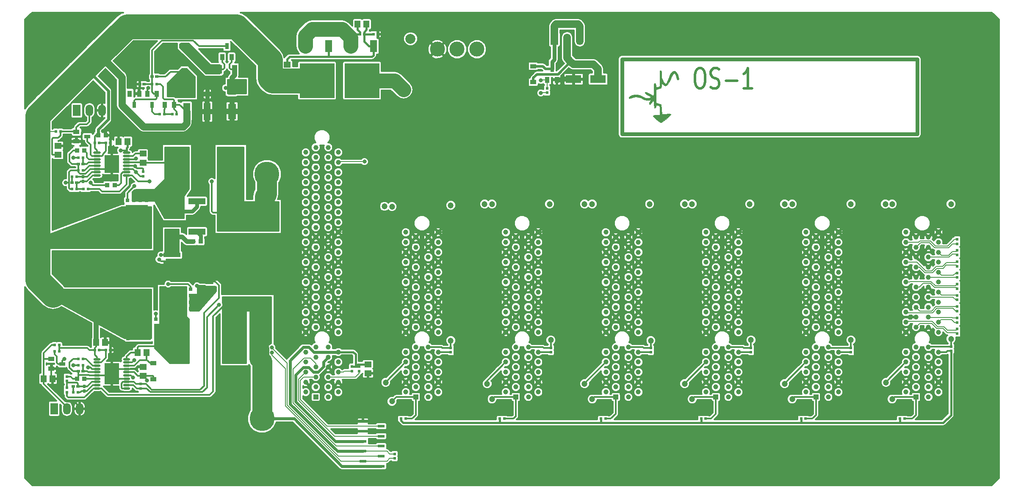
<source format=gtl>
G04 #@! TF.FileFunction,Copper,L1,Top,Signal*
%FSLAX46Y46*%
G04 Gerber Fmt 4.6, Leading zero omitted, Abs format (unit mm)*
G04 Created by KiCad (PCBNEW (2015-02-20 BZR 5435)-product) date Mon 23 Feb 2015 11:51:58 AM EST*
%MOMM*%
G01*
G04 APERTURE LIST*
%ADD10C,0.100000*%
%ADD11C,0.500000*%
%ADD12C,0.300000*%
%ADD13C,0.002540*%
%ADD14C,1.000000*%
%ADD15R,1.000000X1.000000*%
%ADD16C,3.000000*%
%ADD17C,2.000000*%
%ADD18R,3.100000X3.300000*%
%ADD19C,0.300000*%
%ADD20R,1.200000X0.900000*%
%ADD21R,0.900000X0.950000*%
%ADD22R,1.150000X1.450000*%
%ADD23R,1.450000X1.150000*%
%ADD24R,0.650000X0.600000*%
%ADD25R,0.600000X0.650000*%
%ADD26R,1.600000X3.000000*%
%ADD27R,2.100000X4.100000*%
%ADD28R,1.600000X3.150000*%
%ADD29R,0.900000X1.200000*%
%ADD30R,0.900000X1.300000*%
%ADD31R,0.800000X1.300000*%
%ADD32C,9.000000*%
%ADD33R,1.450000X2.450000*%
%ADD34R,6.950000X6.950000*%
%ADD35R,1.300000X0.900000*%
%ADD36R,1.300000X0.800000*%
%ADD37R,0.600000X0.600000*%
%ADD38R,3.450000X0.950000*%
%ADD39R,1.050000X1.800000*%
%ADD40R,3.500000X1.400000*%
%ADD41R,1.400000X3.500000*%
%ADD42R,1.450000X0.600000*%
%ADD43R,1.998980X1.998980*%
%ADD44C,1.998980*%
%ADD45R,1.524000X2.286000*%
%ADD46O,1.524000X2.286000*%
%ADD47R,3.150000X1.600000*%
%ADD48R,1.500000X1.500000*%
%ADD49C,1.500000*%
%ADD50R,4.295000X4.510000*%
%ADD51R,0.675000X0.675000*%
%ADD52R,0.655000X0.675000*%
%ADD53R,0.750000X0.675000*%
%ADD54R,4.510000X4.295000*%
%ADD55R,0.675000X0.655000*%
%ADD56R,0.675000X0.750000*%
%ADD57C,1.300000*%
%ADD58O,1.450000X0.450000*%
%ADD59R,3.000000X4.200000*%
%ADD60O,1.500000X0.450000*%
%ADD61R,2.900000X3.550000*%
%ADD62R,3.400000X1.250000*%
%ADD63C,5.000000*%
%ADD64C,0.800000*%
%ADD65C,1.200000*%
%ADD66C,0.800000*%
%ADD67C,0.200000*%
%ADD68C,1.000000*%
%ADD69C,0.400000*%
%ADD70C,0.600000*%
%ADD71C,0.170000*%
%ADD72C,1.500000*%
%ADD73C,3.950000*%
%ADD74C,4.000000*%
%ADD75C,5.000000*%
%ADD76C,1.400000*%
%ADD77C,2.000000*%
%ADD78C,3.000000*%
%ADD79C,0.900000*%
G04 APERTURE END LIST*
D10*
D11*
X162285714Y-68809524D02*
X162857143Y-68809524D01*
X163142857Y-69000000D01*
X163428571Y-69380952D01*
X163571429Y-70142857D01*
X163571429Y-71476190D01*
X163428571Y-72238095D01*
X163142857Y-72619048D01*
X162857143Y-72809524D01*
X162285714Y-72809524D01*
X162000000Y-72619048D01*
X161714286Y-72238095D01*
X161571429Y-71476190D01*
X161571429Y-70142857D01*
X161714286Y-69380952D01*
X162000000Y-69000000D01*
X162285714Y-68809524D01*
X164714286Y-72619048D02*
X165142857Y-72809524D01*
X165857143Y-72809524D01*
X166142857Y-72619048D01*
X166285714Y-72428571D01*
X166428571Y-72047619D01*
X166428571Y-71666667D01*
X166285714Y-71285714D01*
X166142857Y-71095238D01*
X165857143Y-70904762D01*
X165285714Y-70714286D01*
X165000000Y-70523810D01*
X164857143Y-70333333D01*
X164714286Y-69952381D01*
X164714286Y-69571429D01*
X164857143Y-69190476D01*
X165000000Y-69000000D01*
X165285714Y-68809524D01*
X166000000Y-68809524D01*
X166428571Y-69000000D01*
X167714286Y-71285714D02*
X170000000Y-71285714D01*
X173000000Y-72809524D02*
X171285715Y-72809524D01*
X172142857Y-72809524D02*
X172142857Y-68809524D01*
X171857143Y-69380952D01*
X171571429Y-69761905D01*
X171285715Y-69952381D01*
D12*
X54950000Y-107500000D02*
X55450000Y-107500000D01*
X40750000Y-88975000D02*
X41250000Y-88975000D01*
D13*
G36*
X158326000Y-70916060D02*
X158275200Y-71078620D01*
X158158360Y-71124340D01*
X158031360Y-71058300D01*
X157942460Y-70885580D01*
X157939920Y-70880500D01*
X157845940Y-70524900D01*
X157724020Y-70197240D01*
X157594480Y-69943240D01*
X157508120Y-69831480D01*
X157398900Y-69775600D01*
X157289680Y-69831480D01*
X157183000Y-69945780D01*
X157035680Y-70164220D01*
X156893440Y-70451240D01*
X156845180Y-70578240D01*
X156733420Y-70862720D01*
X156578480Y-71223400D01*
X156415920Y-71581540D01*
X156410840Y-71591700D01*
X156169540Y-72008260D01*
X155925700Y-72259720D01*
X155671700Y-72341000D01*
X155402460Y-72257180D01*
X155120520Y-72008260D01*
X155084960Y-71965080D01*
X154861440Y-71703460D01*
X154836040Y-72229240D01*
X154813180Y-72755020D01*
X154282320Y-72922660D01*
X153754000Y-73092840D01*
X153754000Y-74421260D01*
X153754000Y-75752220D01*
X153987680Y-75808100D01*
X154234060Y-75869060D01*
X154513460Y-75940180D01*
X154526160Y-75942720D01*
X154830960Y-76024000D01*
X154874140Y-76999360D01*
X154894460Y-77390520D01*
X154917320Y-77713100D01*
X154940180Y-77934080D01*
X154957960Y-78017900D01*
X155057020Y-78030600D01*
X155280540Y-78022980D01*
X155592960Y-78000120D01*
X155752980Y-77987420D01*
X156174620Y-77949320D01*
X156456560Y-77941700D01*
X156621660Y-77967100D01*
X156700400Y-78025520D01*
X156718180Y-78104260D01*
X156652140Y-78200780D01*
X156481960Y-78373500D01*
X156233040Y-78594480D01*
X155935860Y-78845940D01*
X155618360Y-79097400D01*
X155313560Y-79331080D01*
X155051940Y-79516500D01*
X154858900Y-79635880D01*
X154780160Y-79663820D01*
X154658240Y-79615560D01*
X154437260Y-79480940D01*
X154150240Y-79287900D01*
X153898780Y-79102480D01*
X153581280Y-78845940D01*
X153337440Y-78624960D01*
X153190120Y-78459860D01*
X153162180Y-78393820D01*
X153243460Y-78276980D01*
X153479680Y-78193160D01*
X153865760Y-78149980D01*
X154155320Y-78142360D01*
X154516000Y-78139820D01*
X154516000Y-77255900D01*
X154510920Y-76887600D01*
X154495680Y-76587880D01*
X154472820Y-76392300D01*
X154452500Y-76336420D01*
X154333120Y-76298320D01*
X154122300Y-76252600D01*
X154071500Y-76242440D01*
X153865760Y-76214500D01*
X153774320Y-76250060D01*
X153754000Y-76379600D01*
X153754000Y-76445640D01*
X153710820Y-76638680D01*
X153609220Y-76768220D01*
X153489840Y-76791080D01*
X153449200Y-76763140D01*
X153426340Y-76666620D01*
X153395860Y-76438020D01*
X153365380Y-76117980D01*
X153347600Y-75886840D01*
X153289180Y-75051180D01*
X153007240Y-75536320D01*
X152798960Y-75851280D01*
X152628780Y-76006220D01*
X152562740Y-76024000D01*
X152428120Y-75965580D01*
X152412880Y-75805560D01*
X152511940Y-75564260D01*
X152567820Y-75472820D01*
X152697360Y-75262000D01*
X152710060Y-75160400D01*
X152590680Y-75152780D01*
X152384940Y-75198500D01*
X151960760Y-75239140D01*
X151501020Y-75137540D01*
X150987940Y-74896240D01*
X150863480Y-74822580D01*
X150325000Y-74581280D01*
X149768740Y-74505080D01*
X149189620Y-74599060D01*
X149011820Y-74660020D01*
X148684160Y-74779400D01*
X148480960Y-74825120D01*
X148374280Y-74804800D01*
X148336180Y-74710820D01*
X148336180Y-74665100D01*
X148417460Y-74502540D01*
X148666380Y-74355220D01*
X149070240Y-74220600D01*
X149458860Y-74136780D01*
X149977020Y-74096140D01*
X150472320Y-74185040D01*
X150987940Y-74411100D01*
X151168280Y-74515240D01*
X151460380Y-74670180D01*
X151752480Y-74781940D01*
X151899800Y-74817500D01*
X152136020Y-74820040D01*
X152390020Y-74784480D01*
X152611000Y-74720980D01*
X152753240Y-74644780D01*
X152773560Y-74576200D01*
X152679580Y-74500000D01*
X152473840Y-74378080D01*
X152196980Y-74228220D01*
X152138560Y-74200280D01*
X151810900Y-74022480D01*
X151622940Y-73880240D01*
X151554360Y-73758320D01*
X151551820Y-73735460D01*
X151579760Y-73618620D01*
X151678820Y-73580520D01*
X151864240Y-73621160D01*
X152153800Y-73748160D01*
X152539880Y-73948820D01*
X152847220Y-74113920D01*
X153096140Y-74243460D01*
X153251080Y-74317120D01*
X153284100Y-74329820D01*
X153301880Y-74251080D01*
X153317120Y-74030100D01*
X153332360Y-73699900D01*
X153345060Y-73290960D01*
X153350140Y-73082680D01*
X153360300Y-72597540D01*
X153373000Y-72257180D01*
X153390780Y-72036200D01*
X153418720Y-71909200D01*
X153459360Y-71850780D01*
X153520320Y-71833000D01*
X153543180Y-71833000D01*
X153647320Y-71860940D01*
X153705740Y-71967620D01*
X153733680Y-72201300D01*
X153736220Y-72234320D01*
X153761620Y-72468000D01*
X153794640Y-72615320D01*
X153812420Y-72635640D01*
X153916560Y-72615320D01*
X154119760Y-72559440D01*
X154188340Y-72539120D01*
X154516000Y-72440060D01*
X154516000Y-70844940D01*
X154516000Y-70288680D01*
X154521080Y-69879740D01*
X154528700Y-69595260D01*
X154546480Y-69412380D01*
X154574420Y-69308240D01*
X154612520Y-69262520D01*
X154668400Y-69249820D01*
X154686180Y-69249820D01*
X154767460Y-69265060D01*
X154818260Y-69328560D01*
X154843660Y-69475880D01*
X154853820Y-69740040D01*
X154853820Y-69948320D01*
X154863980Y-70342020D01*
X154902080Y-70636660D01*
X154985900Y-70903360D01*
X155095120Y-71154820D01*
X155250060Y-71444380D01*
X155405000Y-71688220D01*
X155511680Y-71817760D01*
X155641220Y-71916820D01*
X155737740Y-71901580D01*
X155854580Y-71787280D01*
X155956180Y-71632340D01*
X156090800Y-71360560D01*
X156240660Y-71017660D01*
X156334640Y-70778900D01*
X156596260Y-70161680D01*
X156852800Y-69717180D01*
X157109340Y-69437780D01*
X157363340Y-69328560D01*
X157617340Y-69389520D01*
X157851020Y-69592720D01*
X158018660Y-69864500D01*
X158173600Y-70227720D01*
X158285360Y-70606180D01*
X158326000Y-70916060D01*
X158326000Y-70916060D01*
X158326000Y-70916060D01*
G37*
X158326000Y-70916060D02*
X158275200Y-71078620D01*
X158158360Y-71124340D01*
X158031360Y-71058300D01*
X157942460Y-70885580D01*
X157939920Y-70880500D01*
X157845940Y-70524900D01*
X157724020Y-70197240D01*
X157594480Y-69943240D01*
X157508120Y-69831480D01*
X157398900Y-69775600D01*
X157289680Y-69831480D01*
X157183000Y-69945780D01*
X157035680Y-70164220D01*
X156893440Y-70451240D01*
X156845180Y-70578240D01*
X156733420Y-70862720D01*
X156578480Y-71223400D01*
X156415920Y-71581540D01*
X156410840Y-71591700D01*
X156169540Y-72008260D01*
X155925700Y-72259720D01*
X155671700Y-72341000D01*
X155402460Y-72257180D01*
X155120520Y-72008260D01*
X155084960Y-71965080D01*
X154861440Y-71703460D01*
X154836040Y-72229240D01*
X154813180Y-72755020D01*
X154282320Y-72922660D01*
X153754000Y-73092840D01*
X153754000Y-74421260D01*
X153754000Y-75752220D01*
X153987680Y-75808100D01*
X154234060Y-75869060D01*
X154513460Y-75940180D01*
X154526160Y-75942720D01*
X154830960Y-76024000D01*
X154874140Y-76999360D01*
X154894460Y-77390520D01*
X154917320Y-77713100D01*
X154940180Y-77934080D01*
X154957960Y-78017900D01*
X155057020Y-78030600D01*
X155280540Y-78022980D01*
X155592960Y-78000120D01*
X155752980Y-77987420D01*
X156174620Y-77949320D01*
X156456560Y-77941700D01*
X156621660Y-77967100D01*
X156700400Y-78025520D01*
X156718180Y-78104260D01*
X156652140Y-78200780D01*
X156481960Y-78373500D01*
X156233040Y-78594480D01*
X155935860Y-78845940D01*
X155618360Y-79097400D01*
X155313560Y-79331080D01*
X155051940Y-79516500D01*
X154858900Y-79635880D01*
X154780160Y-79663820D01*
X154658240Y-79615560D01*
X154437260Y-79480940D01*
X154150240Y-79287900D01*
X153898780Y-79102480D01*
X153581280Y-78845940D01*
X153337440Y-78624960D01*
X153190120Y-78459860D01*
X153162180Y-78393820D01*
X153243460Y-78276980D01*
X153479680Y-78193160D01*
X153865760Y-78149980D01*
X154155320Y-78142360D01*
X154516000Y-78139820D01*
X154516000Y-77255900D01*
X154510920Y-76887600D01*
X154495680Y-76587880D01*
X154472820Y-76392300D01*
X154452500Y-76336420D01*
X154333120Y-76298320D01*
X154122300Y-76252600D01*
X154071500Y-76242440D01*
X153865760Y-76214500D01*
X153774320Y-76250060D01*
X153754000Y-76379600D01*
X153754000Y-76445640D01*
X153710820Y-76638680D01*
X153609220Y-76768220D01*
X153489840Y-76791080D01*
X153449200Y-76763140D01*
X153426340Y-76666620D01*
X153395860Y-76438020D01*
X153365380Y-76117980D01*
X153347600Y-75886840D01*
X153289180Y-75051180D01*
X153007240Y-75536320D01*
X152798960Y-75851280D01*
X152628780Y-76006220D01*
X152562740Y-76024000D01*
X152428120Y-75965580D01*
X152412880Y-75805560D01*
X152511940Y-75564260D01*
X152567820Y-75472820D01*
X152697360Y-75262000D01*
X152710060Y-75160400D01*
X152590680Y-75152780D01*
X152384940Y-75198500D01*
X151960760Y-75239140D01*
X151501020Y-75137540D01*
X150987940Y-74896240D01*
X150863480Y-74822580D01*
X150325000Y-74581280D01*
X149768740Y-74505080D01*
X149189620Y-74599060D01*
X149011820Y-74660020D01*
X148684160Y-74779400D01*
X148480960Y-74825120D01*
X148374280Y-74804800D01*
X148336180Y-74710820D01*
X148336180Y-74665100D01*
X148417460Y-74502540D01*
X148666380Y-74355220D01*
X149070240Y-74220600D01*
X149458860Y-74136780D01*
X149977020Y-74096140D01*
X150472320Y-74185040D01*
X150987940Y-74411100D01*
X151168280Y-74515240D01*
X151460380Y-74670180D01*
X151752480Y-74781940D01*
X151899800Y-74817500D01*
X152136020Y-74820040D01*
X152390020Y-74784480D01*
X152611000Y-74720980D01*
X152753240Y-74644780D01*
X152773560Y-74576200D01*
X152679580Y-74500000D01*
X152473840Y-74378080D01*
X152196980Y-74228220D01*
X152138560Y-74200280D01*
X151810900Y-74022480D01*
X151622940Y-73880240D01*
X151554360Y-73758320D01*
X151551820Y-73735460D01*
X151579760Y-73618620D01*
X151678820Y-73580520D01*
X151864240Y-73621160D01*
X152153800Y-73748160D01*
X152539880Y-73948820D01*
X152847220Y-74113920D01*
X153096140Y-74243460D01*
X153251080Y-74317120D01*
X153284100Y-74329820D01*
X153301880Y-74251080D01*
X153317120Y-74030100D01*
X153332360Y-73699900D01*
X153345060Y-73290960D01*
X153350140Y-73082680D01*
X153360300Y-72597540D01*
X153373000Y-72257180D01*
X153390780Y-72036200D01*
X153418720Y-71909200D01*
X153459360Y-71850780D01*
X153520320Y-71833000D01*
X153543180Y-71833000D01*
X153647320Y-71860940D01*
X153705740Y-71967620D01*
X153733680Y-72201300D01*
X153736220Y-72234320D01*
X153761620Y-72468000D01*
X153794640Y-72615320D01*
X153812420Y-72635640D01*
X153916560Y-72615320D01*
X154119760Y-72559440D01*
X154188340Y-72539120D01*
X154516000Y-72440060D01*
X154516000Y-70844940D01*
X154516000Y-70288680D01*
X154521080Y-69879740D01*
X154528700Y-69595260D01*
X154546480Y-69412380D01*
X154574420Y-69308240D01*
X154612520Y-69262520D01*
X154668400Y-69249820D01*
X154686180Y-69249820D01*
X154767460Y-69265060D01*
X154818260Y-69328560D01*
X154843660Y-69475880D01*
X154853820Y-69740040D01*
X154853820Y-69948320D01*
X154863980Y-70342020D01*
X154902080Y-70636660D01*
X154985900Y-70903360D01*
X155095120Y-71154820D01*
X155250060Y-71444380D01*
X155405000Y-71688220D01*
X155511680Y-71817760D01*
X155641220Y-71916820D01*
X155737740Y-71901580D01*
X155854580Y-71787280D01*
X155956180Y-71632340D01*
X156090800Y-71360560D01*
X156240660Y-71017660D01*
X156334640Y-70778900D01*
X156596260Y-70161680D01*
X156852800Y-69717180D01*
X157109340Y-69437780D01*
X157363340Y-69328560D01*
X157617340Y-69389520D01*
X157851020Y-69592720D01*
X158018660Y-69864500D01*
X158173600Y-70227720D01*
X158285360Y-70606180D01*
X158326000Y-70916060D01*
X158326000Y-70916060D01*
D12*
X42850000Y-130325000D02*
X43350000Y-130325000D01*
X65976777Y-111876777D02*
X65623223Y-111523223D01*
D14*
X88250000Y-134650000D03*
X90250000Y-133650000D03*
X88250000Y-132650000D03*
X90250000Y-131650000D03*
X88250000Y-130650000D03*
X90250000Y-129650000D03*
X88250000Y-128650000D03*
X90250000Y-127650000D03*
X88250000Y-126650000D03*
X90250000Y-125650000D03*
X88250000Y-124650000D03*
D15*
X85750000Y-134650000D03*
D14*
X83750000Y-133650000D03*
X85750000Y-132650000D03*
X83750000Y-131650000D03*
X85750000Y-130650000D03*
X83750000Y-129650000D03*
X85750000Y-128650000D03*
X83750000Y-127650000D03*
X85750000Y-126650000D03*
X83750000Y-125650000D03*
X85750000Y-124650000D03*
X90250000Y-121650000D03*
X88250000Y-120650000D03*
X90250000Y-119650000D03*
X88250000Y-118650000D03*
X90250000Y-117650000D03*
X88250000Y-116650000D03*
X90250000Y-115650000D03*
X88250000Y-114650000D03*
X90250000Y-113650000D03*
X88250000Y-112650000D03*
X90250000Y-111650000D03*
X88250000Y-110650000D03*
X90250000Y-109650000D03*
X88250000Y-108650000D03*
X90250000Y-107650000D03*
X88250000Y-106650000D03*
X90250000Y-105650000D03*
X88250000Y-104650000D03*
X90250000Y-103650000D03*
X88250000Y-102650000D03*
X90250000Y-101650000D03*
X88250000Y-100650000D03*
X90250000Y-99650000D03*
X88250000Y-98650000D03*
X90250000Y-97650000D03*
X88250000Y-96650000D03*
X90250000Y-95650000D03*
X88250000Y-94650000D03*
X90250000Y-93650000D03*
X88250000Y-92650000D03*
X90250000Y-91650000D03*
X88250000Y-90650000D03*
X90250000Y-89650000D03*
X88250000Y-88650000D03*
X90250000Y-87650000D03*
X88250000Y-86650000D03*
X90250000Y-85650000D03*
X88250000Y-84650000D03*
X83750000Y-121650000D03*
X85750000Y-120650000D03*
X83750000Y-119650000D03*
X85750000Y-118650000D03*
X83750000Y-117650000D03*
X85750000Y-116650000D03*
X83750000Y-115650000D03*
X85750000Y-114650000D03*
X83750000Y-113650000D03*
X85750000Y-112650000D03*
X83750000Y-111650000D03*
X85750000Y-110650000D03*
X83750000Y-109650000D03*
X85750000Y-108650000D03*
X83750000Y-107650000D03*
X85750000Y-106650000D03*
X83750000Y-105650000D03*
X85750000Y-104650000D03*
X83750000Y-103650000D03*
X85750000Y-102650000D03*
X83750000Y-101650000D03*
X85750000Y-100650000D03*
X83750000Y-99650000D03*
X85750000Y-98650000D03*
X83750000Y-97650000D03*
X85750000Y-96650000D03*
X83750000Y-95650000D03*
X85750000Y-94650000D03*
X83750000Y-93650000D03*
X85750000Y-92650000D03*
X83750000Y-91650000D03*
X85750000Y-90650000D03*
X83750000Y-89650000D03*
X85750000Y-88650000D03*
X83750000Y-87650000D03*
X85750000Y-86650000D03*
X83750000Y-85650000D03*
X85750000Y-84650000D03*
D16*
X121940000Y-65000000D03*
X117980000Y-65000000D03*
X114020000Y-65000000D03*
X110060000Y-65000000D03*
D14*
X168250000Y-134650000D03*
X170250000Y-133650000D03*
X168250000Y-132650000D03*
X170250000Y-131650000D03*
X168250000Y-130650000D03*
X170250000Y-129650000D03*
X168250000Y-128650000D03*
X170250000Y-127650000D03*
X168250000Y-126650000D03*
X170250000Y-125650000D03*
X168250000Y-124650000D03*
D15*
X165750000Y-134650000D03*
D14*
X163750000Y-133650000D03*
X165750000Y-132650000D03*
X163750000Y-131650000D03*
X165750000Y-130650000D03*
X163750000Y-129650000D03*
X165750000Y-128650000D03*
X163750000Y-127650000D03*
X165750000Y-126650000D03*
X163750000Y-125650000D03*
X165750000Y-124650000D03*
X170250000Y-121650000D03*
X168250000Y-120650000D03*
X170250000Y-119650000D03*
X168250000Y-118650000D03*
X170250000Y-117650000D03*
X168250000Y-116650000D03*
X170250000Y-115650000D03*
X168250000Y-114650000D03*
X170250000Y-113650000D03*
X168250000Y-112650000D03*
X170250000Y-111650000D03*
X168250000Y-110650000D03*
X170250000Y-109650000D03*
X168250000Y-108650000D03*
X170250000Y-107650000D03*
X168250000Y-106650000D03*
X170250000Y-105650000D03*
X168250000Y-104650000D03*
X170250000Y-103650000D03*
X168250000Y-102650000D03*
X170250000Y-101650000D03*
X163750000Y-121650000D03*
X165750000Y-120650000D03*
X163750000Y-119650000D03*
X165750000Y-118650000D03*
X163750000Y-117650000D03*
X165750000Y-116650000D03*
X163750000Y-115650000D03*
X165750000Y-114650000D03*
X163750000Y-113650000D03*
X165750000Y-112650000D03*
X163750000Y-111650000D03*
X165750000Y-110650000D03*
X163750000Y-109650000D03*
X165750000Y-108650000D03*
X163750000Y-107650000D03*
X165750000Y-106650000D03*
X163750000Y-105650000D03*
X165750000Y-104650000D03*
X163750000Y-103650000D03*
X165750000Y-102650000D03*
X163750000Y-101650000D03*
X148250000Y-134650000D03*
X150250000Y-133650000D03*
X148250000Y-132650000D03*
X150250000Y-131650000D03*
X148250000Y-130650000D03*
X150250000Y-129650000D03*
X148250000Y-128650000D03*
X150250000Y-127650000D03*
X148250000Y-126650000D03*
X150250000Y-125650000D03*
X148250000Y-124650000D03*
D15*
X145750000Y-134650000D03*
D14*
X143750000Y-133650000D03*
X145750000Y-132650000D03*
X143750000Y-131650000D03*
X145750000Y-130650000D03*
X143750000Y-129650000D03*
X145750000Y-128650000D03*
X143750000Y-127650000D03*
X145750000Y-126650000D03*
X143750000Y-125650000D03*
X145750000Y-124650000D03*
X150250000Y-121650000D03*
X148250000Y-120650000D03*
X150250000Y-119650000D03*
X148250000Y-118650000D03*
X150250000Y-117650000D03*
X148250000Y-116650000D03*
X150250000Y-115650000D03*
X148250000Y-114650000D03*
X150250000Y-113650000D03*
X148250000Y-112650000D03*
X150250000Y-111650000D03*
X148250000Y-110650000D03*
X150250000Y-109650000D03*
X148250000Y-108650000D03*
X150250000Y-107650000D03*
X148250000Y-106650000D03*
X150250000Y-105650000D03*
X148250000Y-104650000D03*
X150250000Y-103650000D03*
X148250000Y-102650000D03*
X150250000Y-101650000D03*
X143750000Y-121650000D03*
X145750000Y-120650000D03*
X143750000Y-119650000D03*
X145750000Y-118650000D03*
X143750000Y-117650000D03*
X145750000Y-116650000D03*
X143750000Y-115650000D03*
X145750000Y-114650000D03*
X143750000Y-113650000D03*
X145750000Y-112650000D03*
X143750000Y-111650000D03*
X145750000Y-110650000D03*
X143750000Y-109650000D03*
X145750000Y-108650000D03*
X143750000Y-107650000D03*
X145750000Y-106650000D03*
X143750000Y-105650000D03*
X145750000Y-104650000D03*
X143750000Y-103650000D03*
X145750000Y-102650000D03*
X143750000Y-101650000D03*
D17*
X104700000Y-62900000D03*
X103300000Y-73100000D03*
D18*
X69550000Y-126000000D03*
X58450000Y-126000000D03*
D14*
X128250000Y-134650000D03*
X130250000Y-133650000D03*
X128250000Y-132650000D03*
X130250000Y-131650000D03*
X128250000Y-130650000D03*
X130250000Y-129650000D03*
X128250000Y-128650000D03*
X130250000Y-127650000D03*
X128250000Y-126650000D03*
X130250000Y-125650000D03*
X128250000Y-124650000D03*
D15*
X125750000Y-134650000D03*
D14*
X123750000Y-133650000D03*
X125750000Y-132650000D03*
X123750000Y-131650000D03*
X125750000Y-130650000D03*
X123750000Y-129650000D03*
X125750000Y-128650000D03*
X123750000Y-127650000D03*
X125750000Y-126650000D03*
X123750000Y-125650000D03*
X125750000Y-124650000D03*
X130250000Y-121650000D03*
X128250000Y-120650000D03*
X130250000Y-119650000D03*
X128250000Y-118650000D03*
X130250000Y-117650000D03*
X128250000Y-116650000D03*
X130250000Y-115650000D03*
X128250000Y-114650000D03*
X130250000Y-113650000D03*
X128250000Y-112650000D03*
X130250000Y-111650000D03*
X128250000Y-110650000D03*
X130250000Y-109650000D03*
X128250000Y-108650000D03*
X130250000Y-107650000D03*
X128250000Y-106650000D03*
X130250000Y-105650000D03*
X128250000Y-104650000D03*
X130250000Y-103650000D03*
X128250000Y-102650000D03*
X130250000Y-101650000D03*
X123750000Y-121650000D03*
X125750000Y-120650000D03*
X123750000Y-119650000D03*
X125750000Y-118650000D03*
X123750000Y-117650000D03*
X125750000Y-116650000D03*
X123750000Y-115650000D03*
X125750000Y-114650000D03*
X123750000Y-113650000D03*
X125750000Y-112650000D03*
X123750000Y-111650000D03*
X125750000Y-110650000D03*
X123750000Y-109650000D03*
X125750000Y-108650000D03*
X123750000Y-107650000D03*
X125750000Y-106650000D03*
X123750000Y-105650000D03*
X125750000Y-104650000D03*
X123750000Y-103650000D03*
X125750000Y-102650000D03*
X123750000Y-101650000D03*
D19*
X54950000Y-107500000D03*
X55450000Y-107500000D03*
X40750000Y-88975000D03*
X41250000Y-88975000D03*
D14*
X188250000Y-134650000D03*
X190250000Y-133650000D03*
X188250000Y-132650000D03*
X190250000Y-131650000D03*
X188250000Y-130650000D03*
X190250000Y-129650000D03*
X188250000Y-128650000D03*
X190250000Y-127650000D03*
X188250000Y-126650000D03*
X190250000Y-125650000D03*
X188250000Y-124650000D03*
D15*
X185750000Y-134650000D03*
D14*
X183750000Y-133650000D03*
X185750000Y-132650000D03*
X183750000Y-131650000D03*
X185750000Y-130650000D03*
X183750000Y-129650000D03*
X185750000Y-128650000D03*
X183750000Y-127650000D03*
X185750000Y-126650000D03*
X183750000Y-125650000D03*
X185750000Y-124650000D03*
X190250000Y-121650000D03*
X188250000Y-120650000D03*
X190250000Y-119650000D03*
X188250000Y-118650000D03*
X190250000Y-117650000D03*
X188250000Y-116650000D03*
X190250000Y-115650000D03*
X188250000Y-114650000D03*
X190250000Y-113650000D03*
X188250000Y-112650000D03*
X190250000Y-111650000D03*
X188250000Y-110650000D03*
X190250000Y-109650000D03*
X188250000Y-108650000D03*
X190250000Y-107650000D03*
X188250000Y-106650000D03*
X190250000Y-105650000D03*
X188250000Y-104650000D03*
X190250000Y-103650000D03*
X188250000Y-102650000D03*
X190250000Y-101650000D03*
X183750000Y-121650000D03*
X185750000Y-120650000D03*
X183750000Y-119650000D03*
X185750000Y-118650000D03*
X183750000Y-117650000D03*
X185750000Y-116650000D03*
X183750000Y-115650000D03*
X185750000Y-114650000D03*
X183750000Y-113650000D03*
X185750000Y-112650000D03*
X183750000Y-111650000D03*
X185750000Y-110650000D03*
X183750000Y-109650000D03*
X185750000Y-108650000D03*
X183750000Y-107650000D03*
X185750000Y-106650000D03*
X183750000Y-105650000D03*
X185750000Y-104650000D03*
X183750000Y-103650000D03*
X185750000Y-102650000D03*
X183750000Y-101650000D03*
D20*
X53250000Y-127900000D03*
X53250000Y-131100000D03*
D14*
X208250000Y-134650000D03*
X210250000Y-133650000D03*
X208250000Y-132650000D03*
X210250000Y-131650000D03*
X208250000Y-130650000D03*
X210250000Y-129650000D03*
X208250000Y-128650000D03*
X210250000Y-127650000D03*
X208250000Y-126650000D03*
X210250000Y-125650000D03*
X208250000Y-124650000D03*
D15*
X205750000Y-134650000D03*
D14*
X203750000Y-133650000D03*
X205750000Y-132650000D03*
X203750000Y-131650000D03*
X205750000Y-130650000D03*
X203750000Y-129650000D03*
X205750000Y-128650000D03*
X203750000Y-127650000D03*
X205750000Y-126650000D03*
X203750000Y-125650000D03*
X205750000Y-124650000D03*
X210250000Y-121650000D03*
X208250000Y-120650000D03*
X210250000Y-119650000D03*
X208250000Y-118650000D03*
X210250000Y-117650000D03*
X208250000Y-116650000D03*
X210250000Y-115650000D03*
X208250000Y-114650000D03*
X210250000Y-113650000D03*
X208250000Y-112650000D03*
X210250000Y-111650000D03*
X208250000Y-110650000D03*
X210250000Y-109650000D03*
X208250000Y-108650000D03*
X210250000Y-107650000D03*
X208250000Y-106650000D03*
X210250000Y-105650000D03*
X208250000Y-104650000D03*
X210250000Y-103650000D03*
X208250000Y-102650000D03*
X210250000Y-101650000D03*
X203750000Y-121650000D03*
X205750000Y-120650000D03*
X203750000Y-119650000D03*
X205750000Y-118650000D03*
X203750000Y-117650000D03*
X205750000Y-116650000D03*
X203750000Y-115650000D03*
X205750000Y-114650000D03*
X203750000Y-113650000D03*
X205750000Y-112650000D03*
X203750000Y-111650000D03*
X205750000Y-110650000D03*
X203750000Y-109650000D03*
X205750000Y-108650000D03*
X203750000Y-107650000D03*
X205750000Y-106650000D03*
X203750000Y-105650000D03*
X205750000Y-104650000D03*
X203750000Y-103650000D03*
X205750000Y-102650000D03*
X203750000Y-101650000D03*
X108250000Y-134650000D03*
X110250000Y-133650000D03*
X108250000Y-132650000D03*
X110250000Y-131650000D03*
X108250000Y-130650000D03*
X110250000Y-129650000D03*
X108250000Y-128650000D03*
X110250000Y-127650000D03*
X108250000Y-126650000D03*
X110250000Y-125650000D03*
X108250000Y-124650000D03*
D15*
X105750000Y-134650000D03*
D14*
X103750000Y-133650000D03*
X105750000Y-132650000D03*
X103750000Y-131650000D03*
X105750000Y-130650000D03*
X103750000Y-129650000D03*
X105750000Y-128650000D03*
X103750000Y-127650000D03*
X105750000Y-126650000D03*
X103750000Y-125650000D03*
X105750000Y-124650000D03*
X110250000Y-121650000D03*
X108250000Y-120650000D03*
X110250000Y-119650000D03*
X108250000Y-118650000D03*
X110250000Y-117650000D03*
X108250000Y-116650000D03*
X110250000Y-115650000D03*
X108250000Y-114650000D03*
X110250000Y-113650000D03*
X108250000Y-112650000D03*
X110250000Y-111650000D03*
X108250000Y-110650000D03*
X110250000Y-109650000D03*
X108250000Y-108650000D03*
X110250000Y-107650000D03*
X108250000Y-106650000D03*
X110250000Y-105650000D03*
X108250000Y-104650000D03*
X110250000Y-103650000D03*
X108250000Y-102650000D03*
X110250000Y-101650000D03*
X103750000Y-121650000D03*
X105750000Y-120650000D03*
X103750000Y-119650000D03*
X105750000Y-118650000D03*
X103750000Y-117650000D03*
X105750000Y-116650000D03*
X103750000Y-115650000D03*
X105750000Y-114650000D03*
X103750000Y-113650000D03*
X105750000Y-112650000D03*
X103750000Y-111650000D03*
X105750000Y-110650000D03*
X103750000Y-109650000D03*
X105750000Y-108650000D03*
X103750000Y-107650000D03*
X105750000Y-106650000D03*
X103750000Y-105650000D03*
X105750000Y-104650000D03*
X103750000Y-103650000D03*
X105750000Y-102650000D03*
X103750000Y-101650000D03*
D21*
X42250000Y-82250000D03*
X43750000Y-82250000D03*
D22*
X94100000Y-60000000D03*
X95900000Y-60000000D03*
D23*
X80000000Y-69900000D03*
X80000000Y-68100000D03*
D24*
X39200000Y-88000000D03*
X38300000Y-88000000D03*
X39200000Y-129500000D03*
X38300000Y-129500000D03*
D25*
X39500000Y-133450000D03*
X39500000Y-132550000D03*
X39250000Y-90550000D03*
X39250000Y-91450000D03*
D21*
X45550000Y-92200000D03*
X44050000Y-92200000D03*
X39500000Y-85250000D03*
X38000000Y-85250000D03*
D22*
X41850000Y-123750000D03*
X43650000Y-123750000D03*
D21*
X39500000Y-131000000D03*
X38000000Y-131000000D03*
D24*
X37300000Y-132500000D03*
X38200000Y-132500000D03*
X37050000Y-91750000D03*
X37950000Y-91750000D03*
D22*
X51900000Y-125750000D03*
X50100000Y-125750000D03*
D23*
X51200000Y-85900000D03*
X51200000Y-87700000D03*
X51250000Y-130400000D03*
X51250000Y-128600000D03*
D22*
X48150000Y-83500000D03*
X46350000Y-83500000D03*
D21*
X62750000Y-103500000D03*
X61250000Y-103500000D03*
D26*
X70000000Y-116250000D03*
X70000000Y-111750000D03*
D27*
X69500000Y-97750000D03*
X69500000Y-106250000D03*
D24*
X51450000Y-72000000D03*
X50550000Y-72000000D03*
X53950000Y-70500000D03*
X53050000Y-70500000D03*
D28*
X69000000Y-72550000D03*
X69000000Y-77450000D03*
D29*
X60900000Y-74000000D03*
X64100000Y-74000000D03*
D30*
X50450000Y-73900000D03*
X48550000Y-73900000D03*
D31*
X49500000Y-76100000D03*
D32*
X32500000Y-147500000D03*
D14*
X35500000Y-147500000D03*
X34000000Y-150100000D03*
X31000000Y-150100000D03*
X29500000Y-147500000D03*
X31000000Y-144900000D03*
X34000000Y-144900000D03*
D32*
X217500000Y-147500000D03*
D14*
X220500000Y-147500000D03*
X219000000Y-150100000D03*
X216000000Y-150100000D03*
X214500000Y-147500000D03*
X216000000Y-144900000D03*
X219000000Y-144900000D03*
D32*
X32500000Y-62500000D03*
D14*
X35500000Y-62500000D03*
X34000000Y-65100000D03*
X31000000Y-65100000D03*
X29500000Y-62500000D03*
X31000000Y-59900000D03*
X34000000Y-59900000D03*
D32*
X217500000Y-62500000D03*
D14*
X220500000Y-62500000D03*
X219000000Y-65100000D03*
X216000000Y-65100000D03*
X214500000Y-62500000D03*
X216000000Y-59900000D03*
X219000000Y-59900000D03*
D33*
X97300000Y-64400000D03*
X92700000Y-64400000D03*
D34*
X95000000Y-71300000D03*
D33*
X88300000Y-64400000D03*
X83700000Y-64400000D03*
D34*
X86000000Y-71300000D03*
D35*
X32900000Y-127050000D03*
X32900000Y-128950000D03*
D36*
X35100000Y-128000000D03*
D35*
X37900000Y-81550000D03*
X37900000Y-83450000D03*
D36*
X40100000Y-82500000D03*
D30*
X53950000Y-73900000D03*
X52050000Y-73900000D03*
D31*
X53000000Y-76100000D03*
D30*
X55550000Y-76100000D03*
X57450000Y-76100000D03*
D31*
X56500000Y-73900000D03*
D30*
X67050000Y-66600000D03*
X68950000Y-66600000D03*
D31*
X68000000Y-64400000D03*
D37*
X192750000Y-124800000D03*
X192750000Y-125700000D03*
X212750000Y-124550000D03*
X212750000Y-125450000D03*
X203450000Y-139000000D03*
X202550000Y-139000000D03*
X163700000Y-139000000D03*
X162800000Y-139000000D03*
X183700000Y-139000000D03*
X182800000Y-139000000D03*
X143700000Y-139000000D03*
X142800000Y-139000000D03*
X123450000Y-139000000D03*
X122550000Y-139000000D03*
X103700000Y-139000000D03*
X102800000Y-139000000D03*
X94550000Y-62000000D03*
X95450000Y-62000000D03*
X34450000Y-124250000D03*
X33550000Y-124250000D03*
X97300000Y-62000000D03*
X98200000Y-62000000D03*
X34450000Y-125500000D03*
X33550000Y-125500000D03*
X33800000Y-81500000D03*
X34700000Y-81500000D03*
X38300000Y-86750000D03*
X39200000Y-86750000D03*
X38300000Y-128250000D03*
X39200000Y-128250000D03*
X36000000Y-132800000D03*
X36000000Y-133700000D03*
X39300000Y-93000000D03*
X40200000Y-93000000D03*
X39200000Y-89250000D03*
X38300000Y-89250000D03*
X36000000Y-131450000D03*
X36000000Y-130550000D03*
X37950000Y-93000000D03*
X37050000Y-93000000D03*
X39200000Y-127000000D03*
X38300000Y-127000000D03*
X38200000Y-133750000D03*
X37300000Y-133750000D03*
X37950000Y-90500000D03*
X37050000Y-90500000D03*
X41550000Y-83750000D03*
X42450000Y-83750000D03*
X41550000Y-125250000D03*
X42450000Y-125250000D03*
X43800000Y-125250000D03*
X44700000Y-125250000D03*
X43800000Y-83750000D03*
X44700000Y-83750000D03*
D38*
X64000000Y-112800000D03*
X64000000Y-111200000D03*
X57000000Y-106200000D03*
X57000000Y-107800000D03*
D37*
X53950000Y-72000000D03*
X53050000Y-72000000D03*
X57950000Y-78000000D03*
X57050000Y-78000000D03*
X55450000Y-78000000D03*
X54550000Y-78000000D03*
D39*
X69500000Y-69000000D03*
X66500000Y-69000000D03*
D37*
X112750000Y-124800000D03*
X112750000Y-125700000D03*
X132750000Y-124800000D03*
X132750000Y-125700000D03*
X152750000Y-124800000D03*
X152750000Y-125700000D03*
X172750000Y-124800000D03*
X172750000Y-125700000D03*
X214000000Y-118800000D03*
X214000000Y-119700000D03*
X214000000Y-116550000D03*
X214000000Y-117450000D03*
X214000000Y-114300000D03*
X214000000Y-115200000D03*
X214000000Y-112050000D03*
X214000000Y-112950000D03*
X214000000Y-109800000D03*
X214000000Y-110700000D03*
X214000000Y-107550000D03*
X214000000Y-108450000D03*
X214000000Y-105300000D03*
X214000000Y-106200000D03*
X214000000Y-103050000D03*
X214000000Y-103950000D03*
X214000000Y-121050000D03*
X214000000Y-121950000D03*
D18*
X69550000Y-87000000D03*
X58450000Y-87000000D03*
D40*
X51000000Y-115050000D03*
X51000000Y-110950000D03*
X51000000Y-102950000D03*
X51000000Y-107050000D03*
D41*
X59950000Y-77500000D03*
X64050000Y-77500000D03*
D42*
X98825000Y-148500000D03*
X95175000Y-147500000D03*
X98825000Y-146500000D03*
X95175000Y-145500000D03*
X98825000Y-144500000D03*
X95175000Y-143500000D03*
X98825000Y-142500000D03*
X95175000Y-141500000D03*
X98825000Y-140500000D03*
X95175000Y-139500000D03*
D37*
X50750000Y-132950000D03*
X50750000Y-132050000D03*
X51200000Y-89550000D03*
X51200000Y-90450000D03*
D19*
X42850000Y-130325000D03*
X43350000Y-130325000D03*
X65976777Y-111876777D03*
X65623223Y-111523223D03*
D43*
X57000000Y-97460000D03*
D44*
X57000000Y-102540000D03*
D37*
X101500000Y-146950000D03*
X101500000Y-146050000D03*
X94400000Y-129450000D03*
X94400000Y-128550000D03*
X93000000Y-129450000D03*
X93000000Y-128550000D03*
D23*
X96200000Y-128100000D03*
X96200000Y-129900000D03*
D22*
X31350000Y-131000000D03*
X33150000Y-131000000D03*
D23*
X34250000Y-86150000D03*
X34250000Y-84350000D03*
D45*
X33460000Y-137000000D03*
D46*
X36000000Y-137000000D03*
X38540000Y-137000000D03*
D45*
X37960000Y-77250000D03*
D46*
X40500000Y-77250000D03*
X43040000Y-77250000D03*
D20*
X129250000Y-71600000D03*
X129250000Y-68400000D03*
D30*
X132050000Y-71100000D03*
X133950000Y-71100000D03*
D31*
X133000000Y-68900000D03*
D37*
X132000000Y-73700000D03*
X132000000Y-72800000D03*
D47*
X142200000Y-71000000D03*
X137300000Y-71000000D03*
D48*
X37000000Y-114249680D03*
D49*
X37000000Y-111750320D03*
D48*
X37000000Y-103750320D03*
D49*
X37000000Y-106249680D03*
D48*
X44500000Y-103750320D03*
D49*
X44500000Y-106249680D03*
D48*
X44500000Y-114249680D03*
D49*
X44500000Y-111750320D03*
D32*
X125000000Y-80000000D03*
D14*
X128000000Y-80000000D03*
X126500000Y-82600000D03*
X123500000Y-82600000D03*
X122000000Y-80000000D03*
X123500000Y-77400000D03*
X126500000Y-77400000D03*
D32*
X125000000Y-147500000D03*
D14*
X128000000Y-147500000D03*
X126500000Y-150100000D03*
X123500000Y-150100000D03*
X122000000Y-147500000D03*
X123500000Y-144900000D03*
X126500000Y-144900000D03*
D50*
X57675000Y-115000000D03*
D51*
X55200000Y-116917500D03*
X55200000Y-115660000D03*
X55200000Y-114340000D03*
D52*
X55200000Y-113082500D03*
D53*
X60752500Y-113082500D03*
X60752500Y-114340000D03*
X60752500Y-115660000D03*
X60752500Y-116917500D03*
D50*
X50675000Y-121000000D03*
D51*
X48200000Y-122917500D03*
X48200000Y-121660000D03*
X48200000Y-120340000D03*
D52*
X48200000Y-119082500D03*
D53*
X53752500Y-119082500D03*
X53752500Y-120340000D03*
X53752500Y-121660000D03*
X53752500Y-122917500D03*
D54*
X50000000Y-98325000D03*
D51*
X51917500Y-100800000D03*
X50660000Y-100800000D03*
X49340000Y-100800000D03*
D55*
X48082500Y-100800000D03*
D56*
X48082500Y-95247500D03*
X49340000Y-95247500D03*
X50660000Y-95247500D03*
X51917500Y-95247500D03*
D57*
X59500000Y-64500000D03*
X59500000Y-69500000D03*
D58*
X42050000Y-127075000D03*
X42050000Y-127725000D03*
X42050000Y-128375000D03*
X42050000Y-129025000D03*
X42050000Y-129675000D03*
X42050000Y-130325000D03*
X42050000Y-130975000D03*
X42050000Y-131625000D03*
X42050000Y-132275000D03*
X42050000Y-132925000D03*
X47950000Y-132925000D03*
X47950000Y-132275000D03*
X47950000Y-131625000D03*
X47950000Y-130975000D03*
X47950000Y-130325000D03*
X47950000Y-129675000D03*
X47950000Y-129025000D03*
X47950000Y-128375000D03*
X47950000Y-127725000D03*
X47950000Y-127075000D03*
D59*
X45000000Y-130000000D03*
D60*
X42050000Y-85725000D03*
X42050000Y-86375000D03*
X42050000Y-87025000D03*
X42050000Y-87675000D03*
X42050000Y-88325000D03*
X42050000Y-88975000D03*
X42050000Y-89625000D03*
X42050000Y-90275000D03*
X47950000Y-90275000D03*
X47950000Y-89625000D03*
X47950000Y-88975000D03*
X47950000Y-88325000D03*
X47950000Y-87675000D03*
X47950000Y-87025000D03*
X47950000Y-86375000D03*
X47950000Y-85725000D03*
D61*
X45000000Y-88000000D03*
D62*
X62000000Y-95450000D03*
X62000000Y-101550000D03*
D63*
X76000000Y-90000000D03*
X75000000Y-139000000D03*
D45*
X133460000Y-63000000D03*
D46*
X136000000Y-63000000D03*
X138540000Y-63000000D03*
D64*
X130750000Y-73750000D03*
X130750000Y-73750000D03*
X52250000Y-72750000D03*
X67750000Y-72750000D03*
X67750000Y-72750000D03*
X70500000Y-73500000D03*
X70500000Y-72500000D03*
X70500000Y-71500000D03*
X71500000Y-71500000D03*
X71500000Y-72500000D03*
X71500000Y-73500000D03*
X69500000Y-109000000D03*
X66500000Y-109000000D03*
X63500000Y-109000000D03*
X60500000Y-109000000D03*
X57500000Y-109000000D03*
X54500000Y-109000000D03*
X51500000Y-109000000D03*
X48500000Y-109000000D03*
X94000000Y-122050020D03*
X94000000Y-119749990D03*
X94000000Y-117749991D03*
X94000000Y-115749990D03*
X94000000Y-113749990D03*
X94000000Y-111749990D03*
X94000000Y-109749991D03*
X94000000Y-107749990D03*
X94000000Y-105749991D03*
X94000000Y-103749990D03*
X94006960Y-101650000D03*
X50000000Y-109000000D03*
X71000000Y-109000000D03*
X68000000Y-109000000D03*
X65000000Y-109000000D03*
X62000000Y-109000000D03*
X59000000Y-109000000D03*
X56000000Y-109000000D03*
X53000000Y-109000000D03*
X47000000Y-109000000D03*
X46000000Y-131500000D03*
X45000000Y-131500000D03*
X44000000Y-131500000D03*
X46000000Y-130000000D03*
X45000000Y-130000000D03*
X44000000Y-130000000D03*
X46000000Y-128500000D03*
X45000000Y-128500000D03*
X44000000Y-128500000D03*
X114000000Y-122050020D03*
X134000000Y-122050020D03*
X194000000Y-122050020D03*
X43200000Y-81400000D03*
X40600000Y-81400000D03*
X113987598Y-101650000D03*
X114000000Y-103749990D03*
X114000000Y-105749991D03*
X114000000Y-107749991D03*
X114000000Y-109749990D03*
X114000000Y-111749991D03*
X114000000Y-113749990D03*
X114000000Y-115749991D03*
X114000000Y-117749990D03*
X114000000Y-119749991D03*
X133976519Y-101650000D03*
X134000000Y-103749990D03*
X134000000Y-105749990D03*
X134000000Y-107749991D03*
X134000000Y-109749990D03*
X134000000Y-111749991D03*
X134000000Y-113749990D03*
X134000000Y-115749991D03*
X134000000Y-117749991D03*
X134000000Y-119749991D03*
X153978119Y-101650000D03*
X154000000Y-103749990D03*
X154000000Y-105749990D03*
X154000000Y-107749991D03*
X154000000Y-109749990D03*
X154000000Y-111749991D03*
X154000000Y-113749990D03*
X154000000Y-115749991D03*
X154000000Y-117749990D03*
X154000000Y-119749991D03*
X154000000Y-122000000D03*
X174007109Y-101650000D03*
X174000000Y-103749990D03*
X174000000Y-105749991D03*
X174000000Y-107749991D03*
X174000000Y-109749990D03*
X174000000Y-111749991D03*
X174000000Y-113749990D03*
X174000000Y-115749991D03*
X174000000Y-117749990D03*
X174000000Y-119749991D03*
X174000000Y-122000000D03*
X193972400Y-101650000D03*
X194000000Y-103749990D03*
X194000000Y-105749991D03*
X194000000Y-107749991D03*
X194000000Y-109749990D03*
X194000000Y-111749991D03*
X194000000Y-113749990D03*
X194000000Y-115749991D03*
X194000000Y-117749991D03*
X194000000Y-119749991D03*
X49500000Y-72000000D03*
X49500000Y-72000000D03*
X49500000Y-72000000D03*
X67750000Y-77250000D03*
X67750000Y-77250000D03*
X77750000Y-102500000D03*
X77750000Y-104750000D03*
X77750000Y-107250000D03*
X77750000Y-109750000D03*
X77750000Y-112250000D03*
X77750000Y-114750000D03*
X77750000Y-117250000D03*
X77750000Y-119500000D03*
X77750000Y-122000000D03*
X46000000Y-89250000D03*
X44000000Y-89250000D03*
X45000000Y-88000000D03*
X46000000Y-86750000D03*
X44000000Y-86750000D03*
X74000000Y-120000000D03*
X73000000Y-120000000D03*
X74000000Y-119000000D03*
X73000000Y-119000000D03*
X74000000Y-118000000D03*
X73000000Y-118000000D03*
X74000000Y-117000000D03*
X73000000Y-117000000D03*
X74000000Y-116000000D03*
X73000000Y-116000000D03*
X72000000Y-116000000D03*
X74000000Y-115000000D03*
X73000000Y-115000000D03*
X72000000Y-115000000D03*
X73000000Y-121000000D03*
X73000000Y-122000000D03*
X73000000Y-123000000D03*
X73000000Y-124000000D03*
X73000000Y-125000000D03*
X74000000Y-121000000D03*
X74000000Y-122000000D03*
X74000000Y-123000000D03*
X74000000Y-124000000D03*
X74000000Y-125000000D03*
X65000000Y-91500000D03*
X72500000Y-96000000D03*
X74000000Y-96000000D03*
X75500000Y-96000000D03*
X77000000Y-96000000D03*
X72500000Y-97500000D03*
X74000000Y-97500000D03*
X75500000Y-97500000D03*
X77000000Y-97500000D03*
X72500000Y-99000000D03*
X74000000Y-99000000D03*
X75500000Y-99000000D03*
X77000000Y-99000000D03*
X72500000Y-100500000D03*
X74000000Y-100500000D03*
X75500000Y-100500000D03*
X52500000Y-91500000D03*
D65*
X99500000Y-96455180D03*
X99750000Y-131750000D03*
X119500000Y-96000000D03*
X120000000Y-132000000D03*
X139500000Y-96000000D03*
X139500000Y-132000000D03*
X159500000Y-96000000D03*
X159500000Y-132000000D03*
X179500000Y-96000000D03*
X179500000Y-132000000D03*
X199634997Y-96000000D03*
X199750000Y-131749980D03*
X112750000Y-96250000D03*
X112750000Y-123349990D03*
X132500000Y-96000000D03*
X132750000Y-123250000D03*
X152500000Y-96000000D03*
X152750000Y-123349990D03*
X172750000Y-123250000D03*
X172500000Y-96000000D03*
X192750000Y-96000000D03*
X192750000Y-123250000D03*
X212750000Y-123000000D03*
X212750000Y-96000000D03*
X101000000Y-96500000D03*
X101000000Y-135500000D03*
X161000000Y-96000000D03*
X161000000Y-135065010D03*
X121000000Y-96000000D03*
X121000000Y-135065010D03*
X181000000Y-96000000D03*
X181000000Y-135065010D03*
X141000000Y-96000000D03*
X141000000Y-135065010D03*
X201000000Y-96000000D03*
X201000000Y-135065010D03*
D64*
X77000000Y-124750000D03*
X77000000Y-125750000D03*
X95500000Y-87500000D03*
X130750000Y-71250000D03*
X43000000Y-114500000D03*
X41500000Y-114500000D03*
X40000000Y-114500000D03*
X38500000Y-114500000D03*
X43000000Y-103500000D03*
X41500000Y-103500000D03*
X40000000Y-103500000D03*
X38500000Y-103500000D03*
X37250000Y-128250000D03*
X52044350Y-131378038D03*
X35500000Y-127000000D03*
X35500000Y-127000000D03*
X40250000Y-128750000D03*
X40250000Y-128750000D03*
X40250000Y-128750000D03*
X53750000Y-118000000D03*
X53750000Y-118000000D03*
X49500000Y-127250000D03*
X56250000Y-112000000D03*
X56250000Y-112000000D03*
X56250000Y-112000000D03*
X49250000Y-130750000D03*
X49250000Y-130750000D03*
X62000000Y-112400000D03*
X62000000Y-112400000D03*
X66400000Y-116200000D03*
X35750000Y-91750000D03*
X40750000Y-91750000D03*
X46750000Y-85250000D03*
X37250000Y-86750000D03*
X49600000Y-88400000D03*
X49600000Y-88400000D03*
X49600000Y-88400000D03*
X49600000Y-88400000D03*
X54800000Y-106200000D03*
X54800000Y-106200000D03*
X49500000Y-92400000D03*
X49500000Y-92400000D03*
X49800000Y-86900000D03*
X49800000Y-86900000D03*
X49800000Y-89600000D03*
X49800000Y-89600000D03*
X49800000Y-89600000D03*
X49800000Y-89600000D03*
X49800000Y-89600000D03*
X49800000Y-89600000D03*
X49800000Y-89600000D03*
X49800000Y-89600000D03*
X49800000Y-89600000D03*
X49800000Y-89600000D03*
X54419867Y-107086977D03*
D66*
X206000000Y-82000000D02*
X206000000Y-67000000D01*
X206000000Y-67000000D02*
X147000000Y-67000000D01*
X147000000Y-67000000D02*
X147000000Y-82000000D01*
X147000000Y-82000000D02*
X203000000Y-82000000D01*
X203000000Y-82000000D02*
X206000000Y-82000000D01*
D67*
X132000000Y-73700000D02*
X130800000Y-73700000D01*
X130800000Y-73700000D02*
X130750000Y-73750000D01*
D12*
X110250000Y-125650000D02*
X112700000Y-125650000D01*
X112700000Y-125650000D02*
X112750000Y-125700000D01*
X130250000Y-125650000D02*
X132700000Y-125650000D01*
X132700000Y-125650000D02*
X132750000Y-125700000D01*
X150250000Y-125650000D02*
X152700000Y-125650000D01*
X152700000Y-125650000D02*
X152750000Y-125700000D01*
X171600000Y-125650000D02*
X171650000Y-125700000D01*
X171650000Y-125700000D02*
X172750000Y-125700000D01*
X170250000Y-125650000D02*
X171600000Y-125650000D01*
X192750000Y-125700000D02*
X190300000Y-125700000D01*
X190300000Y-125700000D02*
X190250000Y-125650000D01*
X211850000Y-125650000D02*
X212050000Y-125450000D01*
X212050000Y-125450000D02*
X212750000Y-125450000D01*
X210250000Y-125650000D02*
X211850000Y-125650000D01*
X68950000Y-66600000D02*
X68950000Y-67550000D01*
X68950000Y-67550000D02*
X68500000Y-68000000D01*
X68500000Y-68000000D02*
X68500000Y-68750000D01*
X68750000Y-69000000D02*
X69500000Y-69000000D01*
X68500000Y-68750000D02*
X68750000Y-69000000D01*
X52050000Y-72950000D02*
X52250000Y-72750000D01*
X52050000Y-73900000D02*
X52050000Y-72950000D01*
X68800000Y-72750000D02*
X69000000Y-72550000D01*
X67750000Y-72750000D02*
X68800000Y-72750000D01*
D68*
X69500000Y-69000000D02*
X69500000Y-70250000D01*
X69000000Y-70750000D02*
X69000000Y-72550000D01*
X69500000Y-70250000D02*
X69000000Y-70750000D01*
D69*
X93718059Y-128550000D02*
X93718059Y-126118059D01*
X93000000Y-128550000D02*
X93718059Y-128550000D01*
X93718059Y-128550000D02*
X94400000Y-128550000D01*
X93250000Y-125650000D02*
X90250000Y-125650000D01*
X93718059Y-126118059D02*
X93250000Y-125650000D01*
X94168059Y-128100000D02*
X93718059Y-128550000D01*
X96200000Y-128100000D02*
X94168059Y-128100000D01*
X102800000Y-139357002D02*
X103242998Y-139800000D01*
X102800000Y-139000000D02*
X102800000Y-139357002D01*
X212750000Y-138250000D02*
X212750000Y-125450000D01*
X211200000Y-139800000D02*
X212750000Y-138250000D01*
X202550000Y-139700000D02*
X202465218Y-139784782D01*
X202465218Y-139784782D02*
X202465218Y-139800000D01*
X202550000Y-139000000D02*
X202550000Y-139700000D01*
X202465218Y-139800000D02*
X211200000Y-139800000D01*
X182800000Y-139739151D02*
X182739151Y-139800000D01*
X182800000Y-139000000D02*
X182800000Y-139739151D01*
X182739151Y-139800000D02*
X202465218Y-139800000D01*
X162813026Y-139713026D02*
X162813026Y-139800000D01*
X162800000Y-139700000D02*
X162813026Y-139713026D01*
X162800000Y-139000000D02*
X162800000Y-139700000D01*
X162813026Y-139800000D02*
X182739151Y-139800000D01*
X142800000Y-139792699D02*
X142792699Y-139800000D01*
X142800000Y-139000000D02*
X142800000Y-139792699D01*
X142792699Y-139800000D02*
X162813026Y-139800000D01*
X122553862Y-139703862D02*
X122553862Y-139800000D01*
X122550000Y-139700000D02*
X122553862Y-139703862D01*
X122550000Y-139000000D02*
X122550000Y-139700000D01*
X122553862Y-139800000D02*
X142792699Y-139800000D01*
X103242998Y-139800000D02*
X122553862Y-139800000D01*
D70*
X70500000Y-71500000D02*
X71500000Y-71500000D01*
X70500000Y-72500000D02*
X71500000Y-72500000D01*
X70500000Y-73500000D02*
X71500000Y-73500000D01*
X69050000Y-72500000D02*
X69000000Y-72550000D01*
X70500000Y-72500000D02*
X69050000Y-72500000D01*
X80630020Y-136043354D02*
X90086666Y-145500000D01*
X93850000Y-145500000D02*
X95175000Y-145500000D01*
X90086666Y-145500000D02*
X93850000Y-145500000D01*
X80630020Y-127341778D02*
X80630020Y-136043354D01*
X90250000Y-125650000D02*
X85321798Y-125650000D01*
X85321798Y-125650000D02*
X84356797Y-124684999D01*
X84356797Y-124684999D02*
X83286799Y-124684999D01*
X83286799Y-124684999D02*
X80630020Y-127341778D01*
D67*
X95175000Y-145500000D02*
X100000000Y-145500000D01*
X100550000Y-146050000D02*
X101500000Y-146050000D01*
X100000000Y-145500000D02*
X100550000Y-146050000D01*
X47000000Y-109000000D02*
X50000000Y-109000000D01*
D11*
X205750000Y-118650000D02*
X203350000Y-118650000D01*
X203350000Y-118650000D02*
X202834999Y-119165001D01*
X203250001Y-121150001D02*
X203750000Y-121650000D01*
X202834999Y-119165001D02*
X202834999Y-120734999D01*
X202834999Y-120734999D02*
X203250001Y-121150001D01*
D12*
X130250000Y-101650000D02*
X133482849Y-101650000D01*
D71*
X94006960Y-101650000D02*
X90250000Y-101650000D01*
D12*
X94000000Y-117749991D02*
X94000000Y-119749990D01*
X94000000Y-115749990D02*
X94000000Y-117749991D01*
X94000000Y-113749990D02*
X94000000Y-115749990D01*
X94000000Y-111749990D02*
X94000000Y-113749990D01*
X94000000Y-109749991D02*
X94000000Y-111749990D01*
X94000000Y-107749990D02*
X94000000Y-109749991D01*
X94000000Y-105749991D02*
X94000000Y-107749990D01*
X94000000Y-103749990D02*
X94000000Y-105749991D01*
X94006960Y-101650000D02*
X94006960Y-103743030D01*
X94006960Y-103743030D02*
X94000000Y-103749990D01*
X94000000Y-119749990D02*
X94000000Y-122050020D01*
X50000000Y-109000000D02*
X50000000Y-108000000D01*
X50000000Y-108000000D02*
X51000000Y-107000000D01*
X51000000Y-107000000D02*
X51000000Y-107050000D01*
D67*
X68000000Y-109000000D02*
X71000000Y-109000000D01*
X65000000Y-109000000D02*
X68000000Y-109000000D01*
X62000000Y-109000000D02*
X65000000Y-109000000D01*
X59000000Y-109000000D02*
X62000000Y-109000000D01*
X56000000Y-109000000D02*
X59000000Y-109000000D01*
X53000000Y-109000000D02*
X56000000Y-109000000D01*
X50000000Y-109000000D02*
X53000000Y-109000000D01*
D68*
X135150000Y-71100000D02*
X135250000Y-71000000D01*
X135250000Y-71000000D02*
X137300000Y-71000000D01*
X133950000Y-71100000D02*
X135150000Y-71100000D01*
D12*
X47950000Y-129025000D02*
X45975000Y-129025000D01*
X45975000Y-129025000D02*
X45000000Y-130000000D01*
X46525000Y-130975000D02*
X46000000Y-131500000D01*
X43350000Y-130325000D02*
X43675000Y-130325000D01*
X43675000Y-130325000D02*
X44000000Y-130000000D01*
X45000000Y-130000000D02*
X45000000Y-130500000D01*
X45000000Y-130500000D02*
X46000000Y-131500000D01*
X45000000Y-130000000D02*
X45000000Y-131500000D01*
X45000000Y-130500000D02*
X44000000Y-131500000D01*
X45000000Y-130000000D02*
X46000000Y-130000000D01*
X45000000Y-130000000D02*
X44000000Y-130000000D01*
X45000000Y-130000000D02*
X45000000Y-129500000D01*
X45000000Y-129500000D02*
X46000000Y-128500000D01*
X45000000Y-130000000D02*
X45000000Y-128500000D01*
X45000000Y-129500000D02*
X44000000Y-128500000D01*
X35891990Y-135541990D02*
X33150000Y-132800000D01*
X33150000Y-132800000D02*
X33150000Y-131000000D01*
X38540000Y-137000000D02*
X38540000Y-136619000D01*
X38540000Y-136619000D02*
X37462990Y-135541990D01*
X37462990Y-135541990D02*
X35891990Y-135541990D01*
X114000000Y-119749991D02*
X114000000Y-122050020D01*
X134000000Y-119749991D02*
X134000000Y-122050020D01*
X194000000Y-119749991D02*
X194000000Y-122050020D01*
X43750000Y-82250000D02*
X43750000Y-81950000D01*
X43750000Y-81950000D02*
X43200000Y-81400000D01*
X39000000Y-81600000D02*
X39200000Y-81400000D01*
X39200000Y-81400000D02*
X40600000Y-81400000D01*
X39000000Y-82600000D02*
X39000000Y-81600000D01*
X39000000Y-83300000D02*
X39000000Y-82600000D01*
X37900000Y-83450000D02*
X38850000Y-83450000D01*
X38850000Y-83450000D02*
X39000000Y-83300000D01*
X55450000Y-107500000D02*
X56700000Y-107500000D01*
X56700000Y-107500000D02*
X57000000Y-107800000D01*
X41250000Y-88975000D02*
X42050000Y-88975000D01*
X32900000Y-128950000D02*
X32900000Y-130750000D01*
X32900000Y-130750000D02*
X33150000Y-131000000D01*
X32800000Y-128850000D02*
X32900000Y-128950000D01*
X50150000Y-128600000D02*
X51250000Y-128600000D01*
X44450000Y-82250000D02*
X44700000Y-82500000D01*
X44700000Y-82500000D02*
X44700000Y-83750000D01*
X43750000Y-82250000D02*
X44450000Y-82250000D01*
X44550000Y-123750000D02*
X44700000Y-123900000D01*
X44700000Y-123900000D02*
X44700000Y-125250000D01*
X43650000Y-123750000D02*
X44550000Y-123750000D01*
X67250000Y-106250000D02*
X65700000Y-107800000D01*
X65700000Y-107800000D02*
X57000000Y-107800000D01*
X69500000Y-106250000D02*
X67250000Y-106250000D01*
X64000000Y-111200000D02*
X51250000Y-111200000D01*
X51250000Y-111200000D02*
X51000000Y-110950000D01*
X67750000Y-111750000D02*
X67200000Y-111200000D01*
X70000000Y-111750000D02*
X67750000Y-111750000D01*
X113524888Y-101650000D02*
X113987598Y-101650000D01*
X110250000Y-101650000D02*
X113524888Y-101650000D01*
X113987598Y-103737588D02*
X114000000Y-103749990D01*
X113987598Y-101650000D02*
X113987598Y-103737588D01*
X114000000Y-103749990D02*
X114000000Y-105749991D01*
X114000000Y-105749991D02*
X114000000Y-107749991D01*
X114000000Y-107749991D02*
X114000000Y-109749990D01*
X114000000Y-109749990D02*
X114000000Y-111749991D01*
X114000000Y-111749991D02*
X114000000Y-113749990D01*
X114000000Y-113749990D02*
X114000000Y-115749991D01*
X114000000Y-115749991D02*
X114000000Y-117749990D01*
X114000000Y-117749990D02*
X114000000Y-119749991D01*
X133482849Y-101650000D02*
X133976519Y-101650000D01*
X133976519Y-103726509D02*
X134000000Y-103749990D01*
X133976519Y-101650000D02*
X133976519Y-103726509D01*
X134000000Y-103749990D02*
X134000000Y-105749990D01*
X134000000Y-105749990D02*
X134000000Y-107749991D01*
X134000000Y-107749991D02*
X134000000Y-109749990D01*
X134000000Y-109749990D02*
X134000000Y-111749991D01*
X134000000Y-111749991D02*
X134000000Y-113749990D01*
X134000000Y-113749990D02*
X134000000Y-115749991D01*
X134000000Y-115749991D02*
X134000000Y-117749991D01*
X134000000Y-117749991D02*
X134000000Y-119749991D01*
X153261501Y-101650000D02*
X153978119Y-101650000D01*
X150250000Y-101650000D02*
X153261501Y-101650000D01*
X153978119Y-103728109D02*
X154000000Y-103749990D01*
X153978119Y-101650000D02*
X153978119Y-103728109D01*
X154000000Y-103749990D02*
X154000000Y-105749990D01*
X154000000Y-105749990D02*
X154000000Y-107749991D01*
X154000000Y-107749991D02*
X154000000Y-109749990D01*
X154000000Y-109749990D02*
X154000000Y-111749991D01*
X154000000Y-111749991D02*
X154000000Y-113749990D01*
X154000000Y-113749990D02*
X154000000Y-115749991D01*
X154000000Y-115749991D02*
X154000000Y-117749990D01*
X154000000Y-117749990D02*
X154000000Y-119749991D01*
X154000000Y-119749991D02*
X154000000Y-122000000D01*
X172892370Y-101650000D02*
X174007109Y-101650000D01*
X170250000Y-101650000D02*
X172892370Y-101650000D01*
X174007109Y-103742881D02*
X174000000Y-103749990D01*
X174007109Y-101650000D02*
X174007109Y-103742881D01*
X174000000Y-103749990D02*
X174000000Y-105749991D01*
X174000000Y-105749991D02*
X174000000Y-107749991D01*
X174000000Y-107749991D02*
X174000000Y-109749990D01*
X174000000Y-109749990D02*
X174000000Y-111749991D01*
X174000000Y-111749991D02*
X174000000Y-113749990D01*
X174000000Y-113749990D02*
X174000000Y-115749991D01*
X174000000Y-115749991D02*
X174000000Y-117749990D01*
X174000000Y-117749990D02*
X174000000Y-119749991D01*
X174000000Y-119749991D02*
X174000000Y-122000000D01*
X193526504Y-101650000D02*
X193972400Y-101650000D01*
X190250000Y-101650000D02*
X193526504Y-101650000D01*
X193972400Y-103722390D02*
X194000000Y-103749990D01*
X193972400Y-101650000D02*
X193972400Y-103722390D01*
X194000000Y-103749990D02*
X194000000Y-105749991D01*
X194000000Y-105749991D02*
X194000000Y-107749991D01*
X194000000Y-107749991D02*
X194000000Y-109749990D01*
X194000000Y-109749990D02*
X194000000Y-111749991D01*
X194000000Y-111749991D02*
X194000000Y-113749990D01*
X194000000Y-113749990D02*
X194000000Y-115749991D01*
X194000000Y-115749991D02*
X194000000Y-117749991D01*
X194000000Y-117749991D02*
X194000000Y-119749991D01*
X50550000Y-72000000D02*
X50550000Y-72950000D01*
X50450000Y-73050000D02*
X50450000Y-73900000D01*
X50550000Y-72950000D02*
X50450000Y-73050000D01*
X50550000Y-72000000D02*
X49500000Y-72000000D01*
X68800000Y-77250000D02*
X69000000Y-77450000D01*
X67750000Y-77250000D02*
X68800000Y-77250000D01*
X64000000Y-111200000D02*
X67200000Y-111200000D01*
X64323223Y-111523223D02*
X64000000Y-111200000D01*
X65623223Y-111523223D02*
X64323223Y-111523223D01*
X47950000Y-130975000D02*
X46525000Y-130975000D01*
X49725000Y-129025000D02*
X50150000Y-128600000D01*
X47950000Y-129025000D02*
X49725000Y-129025000D01*
X42050000Y-88975000D02*
X43725000Y-88975000D01*
X43725000Y-88975000D02*
X44000000Y-89250000D01*
X45000000Y-88000000D02*
X45000000Y-88250000D01*
X45000000Y-88250000D02*
X46000000Y-89250000D01*
X45000000Y-88250000D02*
X44000000Y-89250000D01*
X45000000Y-88000000D02*
X45000000Y-87750000D01*
X45000000Y-87750000D02*
X46000000Y-86750000D01*
X45000000Y-87750000D02*
X44000000Y-86750000D01*
X44050000Y-88950000D02*
X45000000Y-88000000D01*
X44025000Y-88975000D02*
X45000000Y-88000000D01*
X45975000Y-88975000D02*
X45000000Y-88000000D01*
X44700000Y-87700000D02*
X45000000Y-88000000D01*
X51900000Y-127150000D02*
X52000000Y-127250000D01*
X52000000Y-127250000D02*
X50558202Y-127250000D01*
X51900000Y-125750000D02*
X51900000Y-127150000D01*
X53250000Y-127900000D02*
X52650000Y-127900000D01*
X52650000Y-127900000D02*
X52000000Y-127250000D01*
X49433202Y-128375000D02*
X48975000Y-128375000D01*
X50558202Y-127250000D02*
X49433202Y-128375000D01*
X48975000Y-128375000D02*
X47950000Y-128375000D01*
X39200000Y-128250000D02*
X39200000Y-129500000D01*
X40100000Y-129500000D02*
X39200000Y-129500000D01*
X40275000Y-129675000D02*
X40100000Y-129500000D01*
X42050000Y-129675000D02*
X40275000Y-129675000D01*
X31350000Y-125850000D02*
X31350000Y-127114982D01*
X31350000Y-127114982D02*
X31350000Y-129975000D01*
X32900000Y-127050000D02*
X31414982Y-127050000D01*
X31414982Y-127050000D02*
X31350000Y-127114982D01*
X33550000Y-124250000D02*
X32950000Y-124250000D01*
X32950000Y-124250000D02*
X31350000Y-125850000D01*
X31350000Y-129975000D02*
X31350000Y-131000000D01*
X36000000Y-137000000D02*
X36000000Y-136675000D01*
X36000000Y-136675000D02*
X31350000Y-132025000D01*
X31350000Y-132025000D02*
X31350000Y-131000000D01*
X38950000Y-133450000D02*
X38650000Y-133750000D01*
X38650000Y-133750000D02*
X38200000Y-133750000D01*
X39500000Y-133450000D02*
X38950000Y-133450000D01*
X39950000Y-133450000D02*
X39500000Y-133450000D01*
X41125000Y-132275000D02*
X39950000Y-133450000D01*
X42050000Y-132275000D02*
X41125000Y-132275000D01*
X37300000Y-133750000D02*
X37300000Y-132500000D01*
X39200000Y-86750000D02*
X39200000Y-88000000D01*
X40000000Y-88000000D02*
X40325000Y-87675000D01*
X39200000Y-88000000D02*
X40000000Y-88000000D01*
X40325000Y-87675000D02*
X42050000Y-87675000D01*
D72*
X136000000Y-65000000D02*
X136000000Y-63000000D01*
D12*
X36000000Y-134500000D02*
X36000000Y-133700000D01*
D72*
X136000000Y-66750000D02*
X136711906Y-67461906D01*
X136711906Y-67461906D02*
X137250000Y-68000000D01*
D11*
X130000000Y-70000000D02*
X134173812Y-70000000D01*
X134173812Y-70000000D02*
X136711906Y-67461906D01*
X129250000Y-70750000D02*
X130000000Y-70000000D01*
X129250000Y-71600000D02*
X129250000Y-70750000D01*
D72*
X141250000Y-68000000D02*
X142200000Y-68950000D01*
X142200000Y-68950000D02*
X142200000Y-71000000D01*
X137250000Y-68000000D02*
X141250000Y-68000000D01*
X136000000Y-65000000D02*
X136000000Y-66750000D01*
D12*
X74000000Y-119000000D02*
X74000000Y-120000000D01*
X73000000Y-119000000D02*
X73000000Y-120000000D01*
X74000000Y-118000000D02*
X74000000Y-119000000D01*
X73000000Y-118000000D02*
X73000000Y-119000000D01*
X74000000Y-117000000D02*
X74000000Y-118000000D01*
X73000000Y-117000000D02*
X73000000Y-118000000D01*
X73000000Y-117000000D02*
X74000000Y-117000000D01*
X73000000Y-116000000D02*
X73000000Y-117000000D01*
X73000000Y-116000000D02*
X74000000Y-116000000D01*
X72000000Y-116000000D02*
X73000000Y-116000000D01*
X72000000Y-115000000D02*
X72000000Y-116000000D01*
X73000000Y-115000000D02*
X74000000Y-115000000D01*
X72000000Y-115000000D02*
X73000000Y-115000000D01*
X70000000Y-116250000D02*
X70750000Y-116250000D01*
X70750000Y-116250000D02*
X72000000Y-115000000D01*
X67500000Y-116250000D02*
X70000000Y-116250000D01*
X70000000Y-116250000D02*
X70000000Y-125550000D01*
X70000000Y-125550000D02*
X69550000Y-126000000D01*
X39500000Y-134750000D02*
X36250000Y-134750000D01*
X36250000Y-134750000D02*
X36000000Y-134500000D01*
X42925000Y-132925000D02*
X44250000Y-134250000D01*
X44250000Y-134250000D02*
X64500000Y-134250000D01*
X64500000Y-134250000D02*
X65250000Y-133500000D01*
X65250000Y-133500000D02*
X65250000Y-118500000D01*
X65250000Y-118500000D02*
X67500000Y-116250000D01*
X42050000Y-132925000D02*
X42925000Y-132925000D01*
X41325000Y-132925000D02*
X39500000Y-134750000D01*
X42050000Y-132925000D02*
X41325000Y-132925000D01*
D70*
X97500000Y-148500000D02*
X98825000Y-148500000D01*
X90972376Y-148500000D02*
X97500000Y-148500000D01*
X81472376Y-139000000D02*
X90972376Y-148500000D01*
X75000000Y-139000000D02*
X81472376Y-139000000D01*
D12*
X73000000Y-120000000D02*
X73000000Y-121000000D01*
X73000000Y-121000000D02*
X73000000Y-122000000D01*
X73000000Y-122000000D02*
X73000000Y-123000000D01*
X73000000Y-123000000D02*
X73000000Y-124000000D01*
X73000000Y-124000000D02*
X73000000Y-125000000D01*
X74000000Y-120000000D02*
X74000000Y-121000000D01*
X74000000Y-121000000D02*
X74000000Y-122000000D01*
X74000000Y-122000000D02*
X74000000Y-123000000D01*
X74000000Y-123000000D02*
X74000000Y-124000000D01*
X74000000Y-124000000D02*
X74000000Y-125000000D01*
X74000000Y-125000000D02*
X75000000Y-125000000D01*
D73*
X74459999Y-126969201D02*
X74459999Y-125000000D01*
X75000000Y-127509202D02*
X74459999Y-126969201D01*
X75000000Y-139000000D02*
X75000000Y-127509202D01*
D12*
X40200000Y-93000000D02*
X42500000Y-93000000D01*
X65000000Y-97500000D02*
X65250000Y-97750000D01*
X65250000Y-97750000D02*
X69500000Y-97750000D01*
X65000000Y-91500000D02*
X65000000Y-97500000D01*
D66*
X69550000Y-87000000D02*
X69550000Y-97700000D01*
X69550000Y-97700000D02*
X69500000Y-97750000D01*
D12*
X72500000Y-96100000D02*
X72500000Y-96000000D01*
X70850000Y-97750000D02*
X72500000Y-96100000D01*
X69500000Y-97750000D02*
X70850000Y-97750000D01*
X72500000Y-96000000D02*
X74000000Y-96000000D01*
X74000000Y-96000000D02*
X75500000Y-96000000D01*
X75500000Y-96000000D02*
X77000000Y-96000000D01*
X72500000Y-96000000D02*
X72500000Y-97500000D01*
X72500000Y-97500000D02*
X74000000Y-97500000D01*
X74000000Y-97500000D02*
X75500000Y-97500000D01*
X75500000Y-97500000D02*
X77000000Y-97500000D01*
X72500000Y-97500000D02*
X72500000Y-99000000D01*
X72500000Y-99000000D02*
X74000000Y-99000000D01*
X74000000Y-99000000D02*
X75500000Y-99000000D01*
X75500000Y-99000000D02*
X77000000Y-99000000D01*
X72500000Y-99000000D02*
X72500000Y-100500000D01*
X74000000Y-99000000D02*
X74000000Y-100500000D01*
X75500000Y-99000000D02*
X75500000Y-100500000D01*
X46500000Y-93500000D02*
X47950000Y-92050000D01*
X43000000Y-93500000D02*
X46500000Y-93500000D01*
X42500000Y-93000000D02*
X43000000Y-93500000D01*
X47950000Y-92050000D02*
X47950000Y-90275000D01*
X47950000Y-90275000D02*
X49000000Y-90275000D01*
X49000000Y-90275000D02*
X50225000Y-91500000D01*
X50225000Y-91500000D02*
X52500000Y-91500000D01*
D70*
X81760040Y-130211758D02*
X83286799Y-128684999D01*
X84356797Y-128684999D02*
X85286799Y-129615001D01*
X87284999Y-127615001D02*
X87750001Y-127149999D01*
X83286799Y-128684999D02*
X84356797Y-128684999D01*
X89684754Y-143500000D02*
X81760040Y-135575286D01*
X85286799Y-129615001D02*
X86213201Y-129615001D01*
X86213201Y-129615001D02*
X87284999Y-128543203D01*
X81760040Y-135575286D02*
X81760040Y-130211758D01*
X87750001Y-127149999D02*
X88250000Y-126650000D01*
X95175000Y-143500000D02*
X89684754Y-143500000D01*
X87284999Y-128543203D02*
X87284999Y-127615001D01*
D74*
X75500000Y-96000000D02*
X75500000Y-94500000D01*
X76000000Y-94000000D02*
X76000000Y-90000000D01*
X75500000Y-94500000D02*
X76000000Y-94000000D01*
D66*
X62750000Y-103500000D02*
X62750000Y-102300000D01*
X62750000Y-102300000D02*
X62000000Y-101550000D01*
D12*
X103750000Y-127650000D02*
X99750000Y-131650000D01*
X99750000Y-131650000D02*
X99750000Y-131750000D01*
X123750000Y-127650000D02*
X120000000Y-131400000D01*
X120000000Y-131400000D02*
X120000000Y-132000000D01*
X143750000Y-127650000D02*
X139500000Y-131900000D01*
X139500000Y-131900000D02*
X139500000Y-132000000D01*
X163750000Y-127650000D02*
X159500000Y-131900000D01*
X159500000Y-131900000D02*
X159500000Y-132000000D01*
X183750000Y-127650000D02*
X179500000Y-131900000D01*
X179500000Y-131900000D02*
X179500000Y-132000000D01*
X203750000Y-127650000D02*
X199750000Y-131650000D01*
X199750000Y-131650000D02*
X199750000Y-131749980D01*
X110900000Y-124650000D02*
X111050000Y-124800000D01*
X108250000Y-124650000D02*
X110900000Y-124650000D01*
X112750000Y-124800000D02*
X112750000Y-123349990D01*
X111050000Y-124800000D02*
X112750000Y-124800000D01*
X131150000Y-124650000D02*
X131300000Y-124800000D01*
X128250000Y-124650000D02*
X131150000Y-124650000D01*
X132750000Y-124800000D02*
X132750000Y-123250000D01*
X131300000Y-124800000D02*
X132750000Y-124800000D01*
X152750000Y-124800000D02*
X152750000Y-123349990D01*
X151300000Y-124800000D02*
X152750000Y-124800000D01*
X151150000Y-124650000D02*
X151300000Y-124800000D01*
X148250000Y-124650000D02*
X151150000Y-124650000D01*
X172750000Y-124800000D02*
X172750000Y-123250000D01*
X171300000Y-124800000D02*
X172750000Y-124800000D01*
X171150000Y-124650000D02*
X171300000Y-124800000D01*
X168250000Y-124650000D02*
X171150000Y-124650000D01*
X192750000Y-124800000D02*
X188400000Y-124800000D01*
X188400000Y-124800000D02*
X188250000Y-124650000D01*
X192750000Y-124800000D02*
X192750000Y-123250000D01*
X212750000Y-124550000D02*
X212750000Y-123000000D01*
X212750000Y-124550000D02*
X208350000Y-124550000D01*
X208350000Y-124550000D02*
X208250000Y-124650000D01*
D67*
X83350000Y-130650000D02*
X82690060Y-131309940D01*
X88000000Y-140500000D02*
X97900000Y-140500000D01*
X82690060Y-131309940D02*
X82690060Y-135190060D01*
X97900000Y-140500000D02*
X98825000Y-140500000D01*
X85750000Y-130650000D02*
X83350000Y-130650000D01*
X82690060Y-135190060D02*
X88000000Y-140500000D01*
X82325050Y-131074950D02*
X82325050Y-135341252D01*
X82325050Y-135341252D02*
X89483798Y-142500000D01*
X89483798Y-142500000D02*
X97900000Y-142500000D01*
X97900000Y-142500000D02*
X98825000Y-142500000D01*
X83750000Y-129650000D02*
X82325050Y-131074950D01*
X84692105Y-126884999D02*
X85750000Y-127942894D01*
X81195030Y-135809320D02*
X81195030Y-129072768D01*
X83382799Y-126884999D02*
X84692105Y-126884999D01*
X98825000Y-144500000D02*
X89885710Y-144500000D01*
X89885710Y-144500000D02*
X81195030Y-135809320D01*
X85750000Y-127942894D02*
X85750000Y-128650000D01*
X81195030Y-129072768D02*
X83382799Y-126884999D01*
D71*
X212900001Y-119150001D02*
X213450000Y-119700000D01*
X213450000Y-119700000D02*
X214000000Y-119700000D01*
X210250000Y-119650000D02*
X210749999Y-119150001D01*
X210749999Y-119150001D02*
X212900001Y-119150001D01*
X90250000Y-119650000D02*
X90150000Y-119750000D01*
X208250000Y-118650000D02*
X208350000Y-118750000D01*
X208350000Y-118750000D02*
X213000000Y-118750000D01*
X213000000Y-118750000D02*
X213050000Y-118800000D01*
X213050000Y-118800000D02*
X214000000Y-118800000D01*
X208250000Y-114650000D02*
X213150000Y-114650000D01*
X213150000Y-114650000D02*
X213700000Y-115200000D01*
X213700000Y-115200000D02*
X214000000Y-115200000D01*
X88250000Y-114650000D02*
X87850000Y-114650000D01*
X210250000Y-113650000D02*
X210850000Y-114250000D01*
X210850000Y-114250000D02*
X213950000Y-114250000D01*
X213950000Y-114250000D02*
X214000000Y-114300000D01*
X208250000Y-110650000D02*
X213950000Y-110650000D01*
X213950000Y-110650000D02*
X214000000Y-110700000D01*
X210250000Y-109650000D02*
X210850000Y-110250000D01*
X210850000Y-110250000D02*
X213250000Y-110250000D01*
X213250000Y-110250000D02*
X213700000Y-109800000D01*
X213700000Y-109800000D02*
X214000000Y-109800000D01*
X90250000Y-109650000D02*
X90100000Y-109500000D01*
X208250000Y-106650000D02*
X212350000Y-106650000D01*
X212350000Y-106650000D02*
X213000000Y-106000000D01*
X213000000Y-106000000D02*
X213800000Y-106000000D01*
X213800000Y-106000000D02*
X214000000Y-106200000D01*
X210250000Y-105650000D02*
X210850000Y-106250000D01*
X210850000Y-106250000D02*
X212250000Y-106250000D01*
X212250000Y-106250000D02*
X213000000Y-105500000D01*
X213000000Y-105500000D02*
X213800000Y-105500000D01*
X213800000Y-105500000D02*
X214000000Y-105300000D01*
X205750000Y-120650000D02*
X206500001Y-119899999D01*
X206500001Y-119899999D02*
X208899999Y-119899999D01*
X208899999Y-119899999D02*
X209899999Y-120899999D01*
X209899999Y-120899999D02*
X211149999Y-120899999D01*
X211149999Y-120899999D02*
X212000000Y-121750000D01*
X212000000Y-121750000D02*
X213800000Y-121750000D01*
X213800000Y-121750000D02*
X214000000Y-121950000D01*
X203750000Y-119650000D02*
X203900000Y-119500000D01*
X203900000Y-119500000D02*
X208989998Y-119500000D01*
X208989998Y-119500000D02*
X210054987Y-120564989D01*
X210054987Y-120564989D02*
X211314989Y-120564989D01*
X212000000Y-121250000D02*
X213800000Y-121250000D01*
X211314989Y-120564989D02*
X212000000Y-121250000D01*
X213800000Y-121250000D02*
X214000000Y-121050000D01*
X203750000Y-117650000D02*
X203850000Y-117750000D01*
X203850000Y-117750000D02*
X209039998Y-117750000D01*
X209039998Y-117750000D02*
X209889999Y-116899999D01*
X209889999Y-116899999D02*
X213149999Y-116899999D01*
X213149999Y-116899999D02*
X213700000Y-117450000D01*
X213700000Y-117450000D02*
X214000000Y-117450000D01*
X205750000Y-116650000D02*
X206514990Y-117414990D01*
X206514990Y-117414990D02*
X208901234Y-117414990D01*
X208901234Y-117414990D02*
X209766224Y-116550000D01*
X209766224Y-116550000D02*
X213530000Y-116550000D01*
X213530000Y-116550000D02*
X214000000Y-116550000D01*
X205750000Y-112650000D02*
X206457106Y-112650000D01*
X206457106Y-112650000D02*
X207207107Y-111899999D01*
X207207107Y-111899999D02*
X208649999Y-111899999D01*
X208649999Y-111899999D02*
X209500000Y-112750000D01*
X209500000Y-112750000D02*
X213800000Y-112750000D01*
X213800000Y-112750000D02*
X214000000Y-112950000D01*
X85750000Y-112650000D02*
X85600000Y-112500000D01*
X203750000Y-111650000D02*
X204457106Y-111650000D01*
X204457106Y-111650000D02*
X204607106Y-111500000D01*
X204607106Y-111500000D02*
X208750000Y-111500000D01*
X209650001Y-112400001D02*
X213599999Y-112400001D01*
X208750000Y-111500000D02*
X209650001Y-112400001D01*
X213599999Y-112400001D02*
X213950000Y-112050000D01*
X213950000Y-112050000D02*
X214000000Y-112050000D01*
X205750000Y-108650000D02*
X206457106Y-108650000D01*
X206457106Y-108650000D02*
X207557106Y-109750000D01*
X211149999Y-108899999D02*
X211799998Y-108250000D01*
X207557106Y-109750000D02*
X209039998Y-109750000D01*
X211799998Y-108250000D02*
X213800000Y-108250000D01*
X209039998Y-109750000D02*
X209889999Y-108899999D01*
X213800000Y-108250000D02*
X214000000Y-108450000D01*
X209889999Y-108899999D02*
X211149999Y-108899999D01*
X85750000Y-108650000D02*
X85600000Y-108500000D01*
X203750000Y-107650000D02*
X205930880Y-107650000D01*
X205930880Y-107650000D02*
X207680881Y-109400001D01*
X209816224Y-108500000D02*
X211076224Y-108500000D01*
X207680881Y-109400001D02*
X208916223Y-109400001D01*
X211076224Y-108500000D02*
X211826224Y-107750000D01*
X208916223Y-109400001D02*
X209816224Y-108500000D01*
X213750000Y-107750000D02*
X213950000Y-107550000D01*
X211826224Y-107750000D02*
X213750000Y-107750000D01*
X213950000Y-107550000D02*
X214000000Y-107550000D01*
X205750000Y-104650000D02*
X206650000Y-103750000D01*
X206650000Y-103750000D02*
X208500000Y-103750000D01*
X208500000Y-103750000D02*
X209500000Y-104750000D01*
X213050000Y-103950000D02*
X214000000Y-103950000D01*
X209500000Y-104750000D02*
X212250000Y-104750000D01*
X212250000Y-104750000D02*
X213050000Y-103950000D01*
X203750000Y-103650000D02*
X206276225Y-103650000D01*
X206276225Y-103650000D02*
X206511235Y-103414990D01*
X206511235Y-103414990D02*
X208664990Y-103414990D01*
X208664990Y-103414990D02*
X209650001Y-104400001D01*
X209650001Y-104400001D02*
X212099999Y-104400001D01*
X212099999Y-104400001D02*
X213450000Y-103050000D01*
X213450000Y-103050000D02*
X214000000Y-103050000D01*
D12*
X105750000Y-134650000D02*
X101850000Y-134650000D01*
X101850000Y-134650000D02*
X101000000Y-135500000D01*
X105000000Y-139000000D02*
X105750000Y-138250000D01*
X105750000Y-138250000D02*
X105750000Y-134650000D01*
X103700000Y-139000000D02*
X105000000Y-139000000D01*
X165750000Y-134650000D02*
X161415010Y-134650000D01*
X161415010Y-134650000D02*
X161000000Y-135065010D01*
X165750000Y-138000000D02*
X165750000Y-134650000D01*
X164750000Y-139000000D02*
X165750000Y-138000000D01*
X163700000Y-139000000D02*
X164750000Y-139000000D01*
X125250000Y-139000000D02*
X125750000Y-138500000D01*
X123450000Y-139000000D02*
X125250000Y-139000000D01*
X125750000Y-134650000D02*
X121415010Y-134650000D01*
X121415010Y-134650000D02*
X121000000Y-135065010D01*
X125750000Y-138500000D02*
X125750000Y-134650000D01*
X185750000Y-134650000D02*
X181415010Y-134650000D01*
X181415010Y-134650000D02*
X181000000Y-135065010D01*
X185750000Y-138250000D02*
X185750000Y-134650000D01*
X185000000Y-139000000D02*
X185750000Y-138250000D01*
X183700000Y-139000000D02*
X185000000Y-139000000D01*
X144750000Y-139000000D02*
X143700000Y-139000000D01*
X145750000Y-138000000D02*
X144750000Y-139000000D01*
X145750000Y-134650000D02*
X141415010Y-134650000D01*
X141415010Y-134650000D02*
X141000000Y-135065010D01*
X145750000Y-134650000D02*
X145750000Y-138000000D01*
X205750000Y-134650000D02*
X201415010Y-134650000D01*
X201415010Y-134650000D02*
X201000000Y-135065010D01*
X205000000Y-139000000D02*
X205750000Y-138250000D01*
X205750000Y-138250000D02*
X205750000Y-134650000D01*
X203450000Y-139000000D02*
X205000000Y-139000000D01*
D68*
X56500000Y-72500000D02*
X59500000Y-69500000D01*
X56500000Y-73900000D02*
X56500000Y-72500000D01*
X60900000Y-70900000D02*
X59500000Y-69500000D01*
X60900000Y-74000000D02*
X60900000Y-70900000D01*
D12*
X53950000Y-70500000D02*
X55750000Y-70500000D01*
X56750000Y-69500000D02*
X59500000Y-69500000D01*
X55750000Y-70500000D02*
X56750000Y-69500000D01*
X67050000Y-66600000D02*
X67050000Y-67550000D01*
X67050000Y-67550000D02*
X67500000Y-68000000D01*
X67500000Y-68000000D02*
X67500000Y-68750000D01*
X67250000Y-69000000D02*
X66500000Y-69000000D01*
X67500000Y-68750000D02*
X67250000Y-69000000D01*
X64000000Y-69000000D02*
X59500000Y-64500000D01*
X66500000Y-69000000D02*
X64000000Y-69000000D01*
D67*
X80065010Y-136277388D02*
X90287622Y-146500000D01*
X97900000Y-146500000D02*
X98825000Y-146500000D01*
X80065010Y-127862070D02*
X80065010Y-136277388D01*
X90287622Y-146500000D02*
X97900000Y-146500000D01*
X77000000Y-124797060D02*
X77000000Y-124750000D01*
X80065010Y-127862070D02*
X77000000Y-124797060D01*
X90771420Y-147500000D02*
X94250000Y-147500000D01*
X79700000Y-136428580D02*
X90771420Y-147500000D01*
X79700000Y-128950000D02*
X79700000Y-136428580D01*
X94250000Y-147500000D02*
X95175000Y-147500000D01*
X77000000Y-126250000D02*
X77000000Y-125750000D01*
X79700000Y-128950000D02*
X77000000Y-126250000D01*
X95175000Y-147500000D02*
X100000000Y-147500000D01*
X100550000Y-146950000D02*
X101500000Y-146950000D01*
X100000000Y-147500000D02*
X100550000Y-146950000D01*
D71*
X93670000Y-130650000D02*
X88250000Y-130650000D01*
X94400000Y-129920000D02*
X93670000Y-130650000D01*
X94400000Y-129450000D02*
X94400000Y-129920000D01*
X93000000Y-129450000D02*
X91450000Y-129450000D01*
X91250000Y-129650000D02*
X90250000Y-129650000D01*
X91450000Y-129450000D02*
X91250000Y-129650000D01*
D67*
X95500000Y-87500000D02*
X90400000Y-87500000D01*
X90400000Y-87500000D02*
X90250000Y-87650000D01*
X132050000Y-71100000D02*
X130900000Y-71100000D01*
X130900000Y-71100000D02*
X130750000Y-71250000D01*
X132050000Y-71100000D02*
X132050000Y-72750000D01*
X132050000Y-72750000D02*
X132000000Y-72800000D01*
D75*
X30184990Y-78323008D02*
X39709077Y-68798921D01*
X39709077Y-68798921D02*
X42441723Y-66066275D01*
D70*
X44267010Y-73356854D02*
X39709077Y-68798921D01*
X42250000Y-82250000D02*
X42250000Y-81069798D01*
X42250000Y-81069798D02*
X44267010Y-79052788D01*
X44267010Y-79052788D02*
X44267010Y-73356854D01*
D76*
X47000000Y-70624552D02*
X42441723Y-66066275D01*
D75*
X42441723Y-66066275D02*
X48073008Y-60434990D01*
D76*
X47000000Y-76207002D02*
X47000000Y-70624552D01*
X59250000Y-80500000D02*
X51292998Y-80500000D01*
X51292998Y-80500000D02*
X47000000Y-76207002D01*
D75*
X30184990Y-111184990D02*
X30184990Y-81561707D01*
D67*
X33800000Y-81500000D02*
X30246697Y-81500000D01*
D75*
X30184990Y-81561707D02*
X30184990Y-78323008D01*
D67*
X30246697Y-81500000D02*
X30184990Y-81561707D01*
D75*
X33249680Y-114249680D02*
X30184990Y-111184990D01*
X69881992Y-60434990D02*
X76609999Y-67162997D01*
X48073008Y-60434990D02*
X69881992Y-60434990D01*
X76609999Y-67162997D02*
X76609999Y-70807001D01*
X76609999Y-70807001D02*
X77142999Y-71340001D01*
X85959999Y-71340001D02*
X86000000Y-71300000D01*
X77142999Y-71340001D02*
X85959999Y-71340001D01*
D77*
X37000000Y-114249680D02*
X33249680Y-114249680D01*
D78*
X86000000Y-71300000D02*
X84800640Y-72499360D01*
D68*
X41850000Y-123750000D02*
X41850000Y-114850000D01*
X41850000Y-114850000D02*
X41500000Y-114500000D01*
X47249680Y-114249680D02*
X48050000Y-115050000D01*
X48050000Y-115050000D02*
X51000000Y-115050000D01*
X44500000Y-114249680D02*
X47249680Y-114249680D01*
X44500000Y-114249680D02*
X43250320Y-114249680D01*
X43250320Y-114249680D02*
X43000000Y-114500000D01*
X41500000Y-114500000D02*
X43000000Y-114500000D01*
X40000000Y-114500000D02*
X41500000Y-114500000D01*
X38500000Y-114500000D02*
X40000000Y-114500000D01*
X37000000Y-114249680D02*
X38249680Y-114249680D01*
X38249680Y-114249680D02*
X38500000Y-114500000D01*
X47249680Y-103750320D02*
X48050000Y-102950000D01*
X48050000Y-102950000D02*
X51000000Y-102950000D01*
X44500000Y-103750320D02*
X47249680Y-103750320D01*
X43000000Y-103500000D02*
X43250320Y-103750320D01*
X43250320Y-103750320D02*
X44500000Y-103750320D01*
X41500000Y-103500000D02*
X43000000Y-103500000D01*
X40000000Y-103500000D02*
X41500000Y-103500000D01*
X38500000Y-103500000D02*
X40000000Y-103500000D01*
X37000000Y-103750320D02*
X38249680Y-103750320D01*
X38249680Y-103750320D02*
X38500000Y-103500000D01*
D76*
X59950000Y-77500000D02*
X59950000Y-79800000D01*
X59950000Y-79800000D02*
X59250000Y-80500000D01*
D12*
X41550000Y-82450000D02*
X41750000Y-82250000D01*
X41750000Y-82250000D02*
X42250000Y-82250000D01*
X41550000Y-83750000D02*
X41550000Y-82450000D01*
X42050000Y-85250000D02*
X41550000Y-84750000D01*
X41550000Y-84750000D02*
X41550000Y-83750000D01*
X42050000Y-85725000D02*
X42050000Y-85250000D01*
X41550000Y-124850000D02*
X41850000Y-124550000D01*
X41850000Y-124550000D02*
X41850000Y-123750000D01*
X41550000Y-125250000D02*
X41550000Y-124850000D01*
X41550000Y-126150000D02*
X41550000Y-125250000D01*
X50660000Y-100800000D02*
X50660000Y-102610000D01*
X50660000Y-102610000D02*
X51000000Y-102950000D01*
X51917500Y-100800000D02*
X51917500Y-100242500D01*
X51917500Y-100242500D02*
X50000000Y-98325000D01*
X50660000Y-100800000D02*
X50660000Y-98985000D01*
X50660000Y-98985000D02*
X50000000Y-98325000D01*
X49340000Y-100800000D02*
X49340000Y-98985000D01*
X49340000Y-98985000D02*
X50000000Y-98325000D01*
X48082500Y-100800000D02*
X48082500Y-100242500D01*
X48082500Y-100242500D02*
X50000000Y-98325000D01*
X51000000Y-115050000D02*
X51000000Y-120675000D01*
X51000000Y-120675000D02*
X50675000Y-121000000D01*
X48200000Y-122917500D02*
X48757500Y-122917500D01*
X48757500Y-122917500D02*
X50675000Y-121000000D01*
X48200000Y-121660000D02*
X50015000Y-121660000D01*
X50015000Y-121660000D02*
X50675000Y-121000000D01*
X48200000Y-120340000D02*
X50015000Y-120340000D01*
X50015000Y-120340000D02*
X50675000Y-121000000D01*
X48200000Y-119082500D02*
X48757500Y-119082500D01*
X48757500Y-119082500D02*
X50675000Y-121000000D01*
X34450000Y-124250000D02*
X34450000Y-124827634D01*
X34450000Y-124827634D02*
X40077634Y-124827634D01*
X34450000Y-124827634D02*
X34450000Y-125500000D01*
X40500000Y-125250000D02*
X41550000Y-125250000D01*
X40077634Y-124827634D02*
X40500000Y-125250000D01*
D69*
X84600000Y-69900000D02*
X86000000Y-71300000D01*
X80000000Y-69900000D02*
X84600000Y-69900000D01*
D12*
X57950000Y-78000000D02*
X57950000Y-77450000D01*
X57450000Y-76950000D02*
X57450000Y-76100000D01*
X57950000Y-77450000D02*
X57450000Y-76950000D01*
X58550000Y-76100000D02*
X59950000Y-77500000D01*
X57450000Y-76100000D02*
X58550000Y-76100000D01*
X53950000Y-72000000D02*
X54750000Y-72000000D01*
X54750000Y-72000000D02*
X55250000Y-72500000D01*
X55250000Y-72500000D02*
X55250000Y-74750000D01*
X55250000Y-74750000D02*
X55500000Y-75000000D01*
X55500000Y-75000000D02*
X57250000Y-75000000D01*
X57450000Y-75200000D02*
X57450000Y-76100000D01*
X57250000Y-75000000D02*
X57450000Y-75200000D01*
X42050000Y-126650000D02*
X41550000Y-126150000D01*
X42050000Y-127075000D02*
X42050000Y-126650000D01*
X38400000Y-130200000D02*
X38300000Y-130100000D01*
X40400000Y-130200000D02*
X38400000Y-130200000D01*
X38300000Y-130100000D02*
X38300000Y-129918899D01*
X37200000Y-131000000D02*
X36750000Y-130550000D01*
X36750000Y-130550000D02*
X36000000Y-130550000D01*
X38000000Y-131000000D02*
X37200000Y-131000000D01*
X38300000Y-129918899D02*
X38300000Y-129500000D01*
X38300000Y-130700000D02*
X38000000Y-131000000D01*
X38300000Y-129918899D02*
X38300000Y-130700000D01*
X37675000Y-129500000D02*
X38300000Y-129500000D01*
X37250000Y-129500000D02*
X37675000Y-129500000D01*
X36534999Y-128784999D02*
X37250000Y-129500000D01*
X36534999Y-127715001D02*
X36534999Y-128784999D01*
X37250000Y-127000000D02*
X36534999Y-127715001D01*
X38300000Y-127000000D02*
X37250000Y-127000000D01*
X40525000Y-130325000D02*
X40400000Y-130200000D01*
X42050000Y-130325000D02*
X40525000Y-130325000D01*
X42850000Y-130325000D02*
X42050000Y-130325000D01*
X40050000Y-132550000D02*
X40975000Y-131625000D01*
X39500000Y-132550000D02*
X40050000Y-132550000D01*
X38200000Y-132500000D02*
X39450000Y-132500000D01*
X39450000Y-132500000D02*
X39500000Y-132550000D01*
X36000000Y-131450000D02*
X36000000Y-131813099D01*
X38200000Y-132000000D02*
X38000000Y-131800000D01*
X38200000Y-132500000D02*
X38200000Y-132000000D01*
X38000000Y-131800000D02*
X36013099Y-131800000D01*
X36013099Y-131800000D02*
X36000000Y-131813099D01*
X36000000Y-131813099D02*
X36000000Y-132800000D01*
X40975000Y-131625000D02*
X42050000Y-131625000D01*
X53752500Y-122917500D02*
X53752500Y-124483813D01*
X53752500Y-124483813D02*
X53752500Y-124752500D01*
X53736313Y-124500000D02*
X53752500Y-124483813D01*
X50325000Y-124500000D02*
X53736313Y-124500000D01*
X50100000Y-125750000D02*
X50100000Y-124725000D01*
X50100000Y-124725000D02*
X50325000Y-124500000D01*
X48750000Y-125750000D02*
X47950000Y-126550000D01*
X47950000Y-126550000D02*
X47950000Y-127075000D01*
X50100000Y-125750000D02*
X48750000Y-125750000D01*
X57675000Y-115000000D02*
X57675000Y-125225000D01*
X57675000Y-125225000D02*
X58450000Y-126000000D01*
X55200000Y-116917500D02*
X55757500Y-116917500D01*
X55757500Y-116917500D02*
X57675000Y-115000000D01*
X55200000Y-115660000D02*
X57015000Y-115660000D01*
X57015000Y-115660000D02*
X57675000Y-115000000D01*
X55200000Y-114340000D02*
X57015000Y-114340000D01*
X57015000Y-114340000D02*
X57675000Y-115000000D01*
X55200000Y-113082500D02*
X55757500Y-113082500D01*
X55757500Y-113082500D02*
X57675000Y-115000000D01*
X53752500Y-124752500D02*
X55000000Y-126000000D01*
X55000000Y-126000000D02*
X58450000Y-126000000D01*
X53752500Y-121660000D02*
X53752500Y-122917500D01*
X53752500Y-120340000D02*
X53752500Y-121660000D01*
X49425000Y-129675000D02*
X50150000Y-130400000D01*
X47950000Y-129675000D02*
X49425000Y-129675000D01*
X53150000Y-130400000D02*
X53250000Y-130500000D01*
X53250000Y-130500000D02*
X53250000Y-131100000D01*
X51250000Y-130400000D02*
X53150000Y-130400000D01*
X50150000Y-130400000D02*
X51250000Y-130400000D01*
X38300000Y-128250000D02*
X37250000Y-128250000D01*
X52044350Y-131194350D02*
X51250000Y-130400000D01*
X52044350Y-131378038D02*
X52044350Y-131194350D01*
X33550000Y-125500000D02*
X33550000Y-126050000D01*
X33550000Y-126050000D02*
X34000000Y-126500000D01*
X34000000Y-126500000D02*
X34000000Y-127750000D01*
X34250000Y-128000000D02*
X35100000Y-128000000D01*
X34000000Y-127750000D02*
X34250000Y-128000000D01*
X35100000Y-127400000D02*
X35500000Y-127000000D01*
X35100000Y-128000000D02*
X35100000Y-127400000D01*
X40250000Y-128750000D02*
X40750000Y-128750000D01*
X41025000Y-129025000D02*
X42050000Y-129025000D01*
X40750000Y-128750000D02*
X41025000Y-129025000D01*
X53750000Y-118000000D02*
X53750000Y-119080000D01*
X53750000Y-119080000D02*
X53752500Y-119082500D01*
X49100001Y-127649999D02*
X49500000Y-127250000D01*
X49025000Y-127725000D02*
X49100001Y-127649999D01*
X47950000Y-127725000D02*
X49025000Y-127725000D01*
X60250000Y-112000000D02*
X60752500Y-112502500D01*
X60752500Y-112502500D02*
X60752500Y-113082500D01*
X56250000Y-112000000D02*
X60250000Y-112000000D01*
X47950000Y-130325000D02*
X48825000Y-130325000D01*
X48825000Y-130325000D02*
X49250000Y-130750000D01*
X49950000Y-132950000D02*
X50750000Y-132950000D01*
X62000000Y-112400000D02*
X63600000Y-112400000D01*
X63600000Y-112400000D02*
X64000000Y-112800000D01*
X63340000Y-115660000D02*
X64000000Y-115000000D01*
X64000000Y-115000000D02*
X64000000Y-112800000D01*
X60752500Y-115660000D02*
X63340000Y-115660000D01*
X60752500Y-116917500D02*
X60752500Y-115660000D01*
X60752500Y-114340000D02*
X60752500Y-115660000D01*
X51950000Y-132950000D02*
X50750000Y-132950000D01*
X52665010Y-133665010D02*
X51950000Y-132950000D01*
X63134990Y-133665010D02*
X52665010Y-133665010D01*
X64000000Y-132800000D02*
X63134990Y-133665010D01*
X64000000Y-118600000D02*
X64000000Y-132800000D01*
X66400000Y-116200000D02*
X64000000Y-118600000D01*
X49275000Y-132275000D02*
X49950000Y-132950000D01*
X47950000Y-132275000D02*
X49275000Y-132275000D01*
X49800000Y-132050000D02*
X50750000Y-132050000D01*
X51800000Y-132050000D02*
X50750000Y-132050000D01*
X63400000Y-132400000D02*
X62600000Y-133200000D01*
X63400000Y-117800000D02*
X63400000Y-132400000D01*
X52950000Y-133200000D02*
X51800000Y-132050000D01*
X62600000Y-133200000D02*
X52950000Y-133200000D01*
X66400000Y-114800000D02*
X63400000Y-117800000D01*
X66400000Y-112300000D02*
X66400000Y-114800000D01*
X65976777Y-111876777D02*
X66400000Y-112300000D01*
X47025000Y-132925000D02*
X47950000Y-132925000D01*
X49375000Y-131625000D02*
X49800000Y-132050000D01*
X47175000Y-131625000D02*
X46900000Y-131900000D01*
X46900000Y-131900000D02*
X46900000Y-132800000D01*
X46900000Y-132800000D02*
X47025000Y-132925000D01*
X47950000Y-131625000D02*
X47175000Y-131625000D01*
X47950000Y-131625000D02*
X49375000Y-131625000D01*
X38000000Y-85250000D02*
X37250000Y-85250000D01*
X37250000Y-85250000D02*
X36500000Y-86000000D01*
X36500000Y-86000000D02*
X36500000Y-87500000D01*
X37000000Y-88000000D02*
X38300000Y-88000000D01*
X36500000Y-87500000D02*
X37000000Y-88000000D01*
X36400000Y-89600000D02*
X36400000Y-91805760D01*
X36344240Y-91750000D02*
X36400000Y-91805760D01*
X36400000Y-91805760D02*
X36400000Y-92800000D01*
X35750000Y-91750000D02*
X36344240Y-91750000D01*
X44050000Y-92200000D02*
X41200000Y-92200000D01*
X41200000Y-92200000D02*
X40750000Y-91750000D01*
X40750000Y-88975000D02*
X40625000Y-88975000D01*
X36400000Y-92800000D02*
X36600000Y-93000000D01*
X36600000Y-93000000D02*
X37050000Y-93000000D01*
X36750000Y-89250000D02*
X36400000Y-89600000D01*
X38300000Y-89250000D02*
X36750000Y-89250000D01*
X38300000Y-89250000D02*
X38300000Y-88000000D01*
X38600000Y-89900000D02*
X38300000Y-89600000D01*
X38300000Y-89600000D02*
X38300000Y-89250000D01*
X39700000Y-89900000D02*
X38600000Y-89900000D01*
X40625000Y-88975000D02*
X39700000Y-89900000D01*
X37900000Y-85150000D02*
X38000000Y-85250000D01*
X37950000Y-93000000D02*
X39300000Y-93000000D01*
X37950000Y-91750000D02*
X37950000Y-93000000D01*
X39950000Y-91450000D02*
X41125000Y-90275000D01*
X39250000Y-91450000D02*
X39950000Y-91450000D01*
X38450000Y-91750000D02*
X38750000Y-91450000D01*
X38750000Y-91450000D02*
X39250000Y-91450000D01*
X37950000Y-91750000D02*
X38450000Y-91750000D01*
X41125000Y-90275000D02*
X42050000Y-90275000D01*
X51200000Y-87700000D02*
X57750000Y-87700000D01*
X57750000Y-87700000D02*
X58450000Y-87000000D01*
X51175000Y-87675000D02*
X51200000Y-87700000D01*
D66*
X61040000Y-97460000D02*
X62000000Y-96500000D01*
X62000000Y-96500000D02*
X62000000Y-95450000D01*
X57000000Y-97460000D02*
X61040000Y-97460000D01*
D12*
X56752500Y-95247500D02*
X56752500Y-97212500D01*
X56752500Y-97212500D02*
X57000000Y-97460000D01*
X58450000Y-93550000D02*
X58450000Y-87000000D01*
X50660000Y-95247500D02*
X51917500Y-95247500D01*
X49340000Y-95247500D02*
X50660000Y-95247500D01*
X56752500Y-95247500D02*
X58450000Y-93550000D01*
X47950000Y-87675000D02*
X51175000Y-87675000D01*
X51917500Y-95247500D02*
X56752500Y-95247500D01*
D69*
X47950000Y-85725000D02*
X47950000Y-85308116D01*
X47950000Y-85308116D02*
X47950000Y-84800000D01*
D12*
X46750000Y-85250000D02*
X47891884Y-85250000D01*
X47891884Y-85250000D02*
X47950000Y-85308116D01*
X38300000Y-86750000D02*
X37250000Y-86750000D01*
D69*
X48150000Y-84600000D02*
X48150000Y-83500000D01*
X47950000Y-84800000D02*
X48150000Y-84600000D01*
D79*
X61250000Y-103500000D02*
X60000000Y-103500000D01*
X60000000Y-103500000D02*
X59040000Y-102540000D01*
X59040000Y-102540000D02*
X57000000Y-102540000D01*
D12*
X51200000Y-88950000D02*
X51200000Y-89550000D01*
X54800000Y-106200000D02*
X57000000Y-106200000D01*
X57000000Y-106200000D02*
X57000000Y-102540000D01*
X49600000Y-88400000D02*
X49999999Y-88799999D01*
X49525000Y-88325000D02*
X49600000Y-88400000D01*
X49999999Y-88799999D02*
X51049999Y-88799999D01*
X51049999Y-88799999D02*
X51200000Y-88950000D01*
X47950000Y-88325000D02*
X49525000Y-88325000D01*
X43800000Y-83750000D02*
X43800000Y-85400000D01*
X42450000Y-83750000D02*
X43800000Y-83750000D01*
X40100000Y-82500000D02*
X40100000Y-83465001D01*
X43200000Y-86200000D02*
X43025000Y-86375000D01*
X43200000Y-86000000D02*
X43200000Y-86200000D01*
X43800000Y-85400000D02*
X43200000Y-86000000D01*
X40750000Y-86125000D02*
X41000000Y-86375000D01*
X40750000Y-84115001D02*
X40750000Y-86125000D01*
X40100000Y-83465001D02*
X40750000Y-84115001D01*
X43025000Y-86375000D02*
X42050000Y-86375000D01*
X41000000Y-86375000D02*
X42050000Y-86375000D01*
X49500000Y-92400000D02*
X48082500Y-93817500D01*
X48082500Y-93817500D02*
X48082500Y-95247500D01*
X47950000Y-87025000D02*
X49675000Y-87025000D01*
X49675000Y-87025000D02*
X49800000Y-86900000D01*
X49800000Y-89600000D02*
X50650000Y-90450000D01*
X49175000Y-88975000D02*
X49800000Y-89600000D01*
X54950000Y-107500000D02*
X54832890Y-107500000D01*
X54832890Y-107500000D02*
X54419867Y-107086977D01*
X50650000Y-90450000D02*
X51200000Y-90450000D01*
X47950000Y-88975000D02*
X49175000Y-88975000D01*
D78*
X83700000Y-64400000D02*
X83700000Y-62300000D01*
X83700000Y-62300000D02*
X85000000Y-61000000D01*
X85000000Y-61000000D02*
X91000000Y-61000000D01*
X92700000Y-62700000D02*
X92700000Y-64400000D01*
X91000000Y-61000000D02*
X92700000Y-62700000D01*
D69*
X94100000Y-60000000D02*
X94100000Y-61100000D01*
X94550000Y-61550000D02*
X94550000Y-62000000D01*
X94100000Y-61100000D02*
X94550000Y-61550000D01*
X93400000Y-62000000D02*
X92700000Y-62700000D01*
X94550000Y-62000000D02*
X93400000Y-62000000D01*
X97300000Y-66200000D02*
X97300000Y-64400000D01*
X97000000Y-66500000D02*
X97300000Y-66200000D01*
X95900000Y-60000000D02*
X95900000Y-61100000D01*
X95450000Y-61550000D02*
X95450000Y-62000000D01*
X95900000Y-61100000D02*
X95450000Y-61550000D01*
X95450000Y-62000000D02*
X95450000Y-63450000D01*
X96400000Y-64400000D02*
X97300000Y-64400000D01*
X95450000Y-63450000D02*
X96400000Y-64400000D01*
X80000000Y-68100000D02*
X80000000Y-67000000D01*
X80000000Y-67000000D02*
X80500000Y-66500000D01*
X89433036Y-66500000D02*
X97000000Y-66500000D01*
X89000000Y-66500000D02*
X89433036Y-66500000D01*
X88300000Y-66459063D02*
X88340937Y-66500000D01*
X88300000Y-64400000D02*
X88300000Y-66459063D01*
X88340937Y-66500000D02*
X89433036Y-66500000D01*
X80500000Y-66500000D02*
X88340937Y-66500000D01*
X97300000Y-62000000D02*
X95450000Y-62000000D01*
D12*
X51450000Y-72000000D02*
X53050000Y-72000000D01*
X53050000Y-70500000D02*
X53050000Y-72000000D01*
X53050000Y-72000000D02*
X53050000Y-73550000D01*
X53400000Y-73900000D02*
X53950000Y-73900000D01*
X53050000Y-73550000D02*
X53400000Y-73900000D01*
X49500000Y-76100000D02*
X49500000Y-75250000D01*
X49500000Y-75250000D02*
X49750000Y-75000000D01*
X49750000Y-75000000D02*
X53750000Y-75000000D01*
X53950000Y-74800000D02*
X53950000Y-73900000D01*
X53750000Y-75000000D02*
X53950000Y-74800000D01*
X68000000Y-64400000D02*
X62400000Y-64400000D01*
X62400000Y-64400000D02*
X61250000Y-63250000D01*
X61250000Y-63250000D02*
X55000000Y-63250000D01*
X53050000Y-65200000D02*
X53050000Y-70500000D01*
X55000000Y-63250000D02*
X53050000Y-65200000D01*
X42050000Y-130975000D02*
X39525000Y-130975000D01*
X39525000Y-130975000D02*
X39500000Y-131000000D01*
X49225000Y-86375000D02*
X49700000Y-85900000D01*
X49700000Y-85900000D02*
X51200000Y-85900000D01*
X47950000Y-86375000D02*
X49225000Y-86375000D01*
X46800000Y-90000000D02*
X46800000Y-91800000D01*
X46800000Y-91800000D02*
X46400000Y-92200000D01*
X46400000Y-92200000D02*
X45550000Y-92200000D01*
X47175000Y-89625000D02*
X46800000Y-90000000D01*
X47950000Y-89625000D02*
X47175000Y-89625000D01*
X34250000Y-82750000D02*
X33250000Y-82750000D01*
X33250000Y-82750000D02*
X33000000Y-83000000D01*
X33000000Y-83000000D02*
X33000000Y-86000000D01*
X34700000Y-82300000D02*
X34250000Y-82750000D01*
X34700000Y-81500000D02*
X34700000Y-82300000D01*
X34250000Y-86150000D02*
X33150000Y-86150000D01*
X33150000Y-86150000D02*
X33000000Y-86000000D01*
X38500000Y-80000000D02*
X37900000Y-80600000D01*
X37900000Y-80600000D02*
X37900000Y-81550000D01*
X40000000Y-80000000D02*
X38500000Y-80000000D01*
X34700000Y-81500000D02*
X37850000Y-81500000D01*
X37850000Y-81500000D02*
X37900000Y-81550000D01*
X40500000Y-77631000D02*
X40500000Y-77250000D01*
X40500000Y-79500000D02*
X40500000Y-77250000D01*
X40000000Y-80000000D02*
X40500000Y-79500000D01*
X40000000Y-85750000D02*
X39500000Y-85250000D01*
X40425000Y-87025000D02*
X40000000Y-86600000D01*
X40000000Y-86600000D02*
X40000000Y-85750000D01*
X42050000Y-87025000D02*
X40425000Y-87025000D01*
X37950000Y-90500000D02*
X39200000Y-90500000D01*
X39200000Y-90500000D02*
X39250000Y-90550000D01*
X40050000Y-90550000D02*
X40975000Y-89625000D01*
X39250000Y-90550000D02*
X40050000Y-90550000D01*
X40975000Y-89625000D02*
X42050000Y-89625000D01*
X37050000Y-91750000D02*
X37050000Y-90500000D01*
D66*
X133460000Y-67040000D02*
X133460000Y-63000000D01*
D72*
X133460000Y-63000000D02*
X133460000Y-60357000D01*
X133460000Y-60357000D02*
X133817000Y-60000000D01*
X133817000Y-60000000D02*
X138183000Y-60000000D01*
X138183000Y-60000000D02*
X138540000Y-60357000D01*
X138540000Y-60357000D02*
X138540000Y-63000000D01*
D11*
X131650000Y-68900000D02*
X131150000Y-68400000D01*
X131150000Y-68400000D02*
X129250000Y-68400000D01*
X133000000Y-68900000D02*
X131650000Y-68900000D01*
D66*
X133000000Y-67500000D02*
X133460000Y-67040000D01*
X133000000Y-68900000D02*
X133000000Y-67500000D01*
D78*
X95000000Y-71300000D02*
X101500000Y-71300000D01*
X101500000Y-71300000D02*
X103300000Y-73100000D01*
D12*
X55450000Y-78000000D02*
X57050000Y-78000000D01*
X55550000Y-76100000D02*
X55550000Y-76950000D01*
X55450000Y-77050000D02*
X55450000Y-78000000D01*
X55550000Y-76950000D02*
X55450000Y-77050000D01*
X53000000Y-76100000D02*
X53000000Y-77500000D01*
X53500000Y-78000000D02*
X54550000Y-78000000D01*
X53000000Y-77500000D02*
X53500000Y-78000000D01*
X43800000Y-125250000D02*
X42450000Y-125250000D01*
X43800000Y-126800000D02*
X43800000Y-125250000D01*
X42875000Y-127725000D02*
X43800000Y-126800000D01*
X42050000Y-127725000D02*
X42875000Y-127725000D01*
X41175000Y-128375000D02*
X42050000Y-128375000D01*
X39800000Y-127000000D02*
X41175000Y-128375000D01*
X39200000Y-127000000D02*
X39800000Y-127000000D01*
X39550000Y-89250000D02*
X40475000Y-88325000D01*
X39200000Y-89250000D02*
X39550000Y-89250000D01*
X40475000Y-88325000D02*
X42050000Y-88325000D01*
G36*
X60350000Y-127850000D02*
X56562132Y-127850000D01*
X53650000Y-124937868D01*
X53650000Y-120150000D01*
X54650000Y-120150000D01*
X54650000Y-112650000D01*
X55697833Y-112650000D01*
X55767885Y-112720174D01*
X56080183Y-112849852D01*
X56418334Y-112850147D01*
X56730857Y-112721015D01*
X56801995Y-112650000D01*
X59850000Y-112650000D01*
X59850000Y-118562132D01*
X60350000Y-119062132D01*
X60350000Y-127850000D01*
X60350000Y-127850000D01*
G37*
X60350000Y-127850000D02*
X56562132Y-127850000D01*
X53650000Y-124937868D01*
X53650000Y-120150000D01*
X54650000Y-120150000D01*
X54650000Y-112650000D01*
X55697833Y-112650000D01*
X55767885Y-112720174D01*
X56080183Y-112849852D01*
X56418334Y-112850147D01*
X56730857Y-112721015D01*
X56801995Y-112650000D01*
X59850000Y-112650000D01*
X59850000Y-118562132D01*
X60350000Y-119062132D01*
X60350000Y-127850000D01*
G36*
X65800000Y-113500782D02*
X62431935Y-117350000D01*
X60650000Y-117350000D01*
X60650000Y-114150000D01*
X62150000Y-114150000D01*
X62150000Y-112650000D01*
X65800000Y-112650000D01*
X65800000Y-113500782D01*
X65800000Y-113500782D01*
G37*
X65800000Y-113500782D02*
X62431935Y-117350000D01*
X60650000Y-117350000D01*
X60650000Y-114150000D01*
X62150000Y-114150000D01*
X62150000Y-112650000D01*
X65800000Y-112650000D01*
X65800000Y-113500782D01*
G36*
X76850000Y-123899868D02*
X76831666Y-123899853D01*
X76519143Y-124028985D01*
X76279826Y-124267885D01*
X76150148Y-124580183D01*
X76149853Y-124918334D01*
X76278985Y-125230857D01*
X76297918Y-125249823D01*
X76279826Y-125267885D01*
X76150148Y-125580183D01*
X76149912Y-125850000D01*
X72650000Y-125850000D01*
X72650000Y-117350000D01*
X71850000Y-117350000D01*
X71850000Y-127850000D01*
X67150000Y-127850000D01*
X67150000Y-116610286D01*
X67249852Y-116369817D01*
X67250147Y-116031666D01*
X67150000Y-115789291D01*
X67150000Y-114650000D01*
X76850000Y-114650000D01*
X76850000Y-123899868D01*
X76850000Y-123899868D01*
G37*
X76850000Y-123899868D02*
X76831666Y-123899853D01*
X76519143Y-124028985D01*
X76279826Y-124267885D01*
X76150148Y-124580183D01*
X76149853Y-124918334D01*
X76278985Y-125230857D01*
X76297918Y-125249823D01*
X76279826Y-125267885D01*
X76150148Y-125580183D01*
X76149912Y-125850000D01*
X72650000Y-125850000D01*
X72650000Y-117350000D01*
X71850000Y-117350000D01*
X71850000Y-127850000D01*
X67150000Y-127850000D01*
X67150000Y-116610286D01*
X67249852Y-116369817D01*
X67250147Y-116031666D01*
X67150000Y-115789291D01*
X67150000Y-114650000D01*
X76850000Y-114650000D01*
X76850000Y-123899868D01*
G36*
X60350000Y-92954584D02*
X59350000Y-94454584D01*
X59350000Y-98850000D01*
X55587048Y-98850000D01*
X53587048Y-95350000D01*
X49150000Y-95350000D01*
X49150000Y-93598528D01*
X49498529Y-93249998D01*
X49668334Y-93250147D01*
X49910708Y-93150000D01*
X53562132Y-93150000D01*
X55650000Y-91062132D01*
X55650000Y-84650000D01*
X60350000Y-84650000D01*
X60350000Y-92954584D01*
X60350000Y-92954584D01*
G37*
X60350000Y-92954584D02*
X59350000Y-94454584D01*
X59350000Y-98850000D01*
X55587048Y-98850000D01*
X53587048Y-95350000D01*
X49150000Y-95350000D01*
X49150000Y-93598528D01*
X49498529Y-93249998D01*
X49668334Y-93250147D01*
X49910708Y-93150000D01*
X53562132Y-93150000D01*
X55650000Y-91062132D01*
X55650000Y-84650000D01*
X60350000Y-84650000D01*
X60350000Y-92954584D01*
G36*
X58350000Y-106350000D02*
X55650000Y-106350000D01*
X55650000Y-101500000D01*
X55650000Y-101150000D01*
X58350000Y-101150000D01*
X58350000Y-106350000D01*
X58350000Y-106350000D01*
G37*
X58350000Y-106350000D02*
X55650000Y-106350000D01*
X55650000Y-101500000D01*
X55650000Y-101150000D01*
X58350000Y-101150000D01*
X58350000Y-106350000D01*
G36*
X78350000Y-101350000D02*
X71500000Y-101350000D01*
X66150000Y-101350000D01*
X66150000Y-84650000D01*
X71350000Y-84650000D01*
X71350000Y-95650000D01*
X78350000Y-95650000D01*
X78350000Y-100500000D01*
X78350000Y-101350000D01*
X78350000Y-101350000D01*
G37*
X78350000Y-101350000D02*
X71500000Y-101350000D01*
X66150000Y-101350000D01*
X66150000Y-84650000D01*
X71350000Y-84650000D01*
X71350000Y-95650000D01*
X78350000Y-95650000D01*
X78350000Y-100500000D01*
X78350000Y-101350000D01*
G36*
X66600000Y-69850000D02*
X63812132Y-69850000D01*
X58650000Y-64687868D01*
X58650000Y-64062132D01*
X58862132Y-63850000D01*
X60387868Y-63850000D01*
X64687868Y-68150000D01*
X66600000Y-68150000D01*
X66600000Y-69850000D01*
X66600000Y-69850000D01*
G37*
X66600000Y-69850000D02*
X63812132Y-69850000D01*
X58650000Y-64687868D01*
X58650000Y-64062132D01*
X58862132Y-63850000D01*
X60387868Y-63850000D01*
X64687868Y-68150000D01*
X66600000Y-68150000D01*
X66600000Y-69850000D01*
G36*
X61600000Y-74600000D02*
X57698528Y-74600000D01*
X57674264Y-74575736D01*
X57479610Y-74445672D01*
X57250000Y-74400000D01*
X56150000Y-74400000D01*
X56150000Y-71812132D01*
X59062132Y-68900000D01*
X59937868Y-68900000D01*
X61600000Y-70562132D01*
X61600000Y-74600000D01*
X61600000Y-74600000D01*
G37*
X61600000Y-74600000D02*
X57698528Y-74600000D01*
X57674264Y-74575736D01*
X57479610Y-74445672D01*
X57250000Y-74400000D01*
X56150000Y-74400000D01*
X56150000Y-71812132D01*
X59062132Y-68900000D01*
X59937868Y-68900000D01*
X61600000Y-70562132D01*
X61600000Y-74600000D01*
G36*
X71850000Y-73850000D02*
X68150000Y-73850000D01*
X68150000Y-71150000D01*
X71850000Y-71150000D01*
X71850000Y-73850000D01*
X71850000Y-73850000D01*
G37*
X71850000Y-73850000D02*
X68150000Y-73850000D01*
X68150000Y-71150000D01*
X71850000Y-71150000D01*
X71850000Y-73850000D01*
G36*
X52850000Y-104850000D02*
X31150000Y-104850000D01*
X31150000Y-102603950D01*
X47027200Y-96650000D01*
X52850000Y-96650000D01*
X52850000Y-104850000D01*
X52850000Y-104850000D01*
G37*
X52850000Y-104850000D02*
X31150000Y-104850000D01*
X31150000Y-102603950D01*
X47027200Y-96650000D01*
X52850000Y-96650000D01*
X52850000Y-104850000D01*
G36*
X52850000Y-122850000D02*
X47538249Y-122850000D01*
X31150000Y-113910955D01*
X31150000Y-113150000D01*
X52850000Y-113150000D01*
X52850000Y-122850000D01*
X52850000Y-122850000D01*
G37*
X52850000Y-122850000D02*
X47538249Y-122850000D01*
X31150000Y-113910955D01*
X31150000Y-113150000D01*
X52850000Y-113150000D01*
X52850000Y-122850000D01*
G36*
X47243445Y-57650000D02*
X46944092Y-57709545D01*
X45987043Y-58349025D01*
X40355758Y-63980310D01*
X37623112Y-66712956D01*
X36460160Y-67875908D01*
X36460160Y-62627672D01*
X36435931Y-62250516D01*
X36338214Y-62014608D01*
X36171930Y-61969492D01*
X36030508Y-62110913D01*
X36030508Y-61828070D01*
X35985392Y-61661786D01*
X35627672Y-61539840D01*
X35250516Y-61564069D01*
X35014608Y-61661786D01*
X34969492Y-61828070D01*
X35500000Y-62358579D01*
X36030508Y-61828070D01*
X36030508Y-62110913D01*
X35641421Y-62500000D01*
X36171930Y-63030508D01*
X36338214Y-62985392D01*
X36460160Y-62627672D01*
X36460160Y-67875908D01*
X36030508Y-68305560D01*
X36030508Y-63171930D01*
X35500000Y-62641421D01*
X35358579Y-62782842D01*
X35358579Y-62500000D01*
X34960160Y-62101581D01*
X34960160Y-60027672D01*
X34935931Y-59650516D01*
X34838214Y-59414608D01*
X34671930Y-59369492D01*
X34530508Y-59510913D01*
X34530508Y-59228070D01*
X34485392Y-59061786D01*
X34127672Y-58939840D01*
X33750516Y-58964069D01*
X33514608Y-59061786D01*
X33469492Y-59228070D01*
X34000000Y-59758579D01*
X34530508Y-59228070D01*
X34530508Y-59510913D01*
X34141421Y-59900000D01*
X34671930Y-60430508D01*
X34838214Y-60385392D01*
X34960160Y-60027672D01*
X34960160Y-62101581D01*
X34828070Y-61969492D01*
X34661786Y-62014608D01*
X34539840Y-62372328D01*
X34564069Y-62749484D01*
X34661786Y-62985392D01*
X34828070Y-63030508D01*
X35358579Y-62500000D01*
X35358579Y-62782842D01*
X34969492Y-63171930D01*
X35014608Y-63338214D01*
X35372328Y-63460160D01*
X35749484Y-63435931D01*
X35985392Y-63338214D01*
X36030508Y-63171930D01*
X36030508Y-68305560D01*
X34960160Y-69375908D01*
X34960160Y-65227672D01*
X34935931Y-64850516D01*
X34838214Y-64614608D01*
X34671930Y-64569492D01*
X34530508Y-64710913D01*
X34530508Y-64428070D01*
X34530508Y-60571930D01*
X34000000Y-60041421D01*
X33858579Y-60182842D01*
X33858579Y-59900000D01*
X33328070Y-59369492D01*
X33161786Y-59414608D01*
X33039840Y-59772328D01*
X33064069Y-60149484D01*
X33161786Y-60385392D01*
X33328070Y-60430508D01*
X33858579Y-59900000D01*
X33858579Y-60182842D01*
X33469492Y-60571930D01*
X33514608Y-60738214D01*
X33872328Y-60860160D01*
X34249484Y-60835931D01*
X34485392Y-60738214D01*
X34530508Y-60571930D01*
X34530508Y-64428070D01*
X34485392Y-64261786D01*
X34127672Y-64139840D01*
X33750516Y-64164069D01*
X33514608Y-64261786D01*
X33469492Y-64428070D01*
X34000000Y-64958579D01*
X34530508Y-64428070D01*
X34530508Y-64710913D01*
X34141421Y-65100000D01*
X34671930Y-65630508D01*
X34838214Y-65585392D01*
X34960160Y-65227672D01*
X34960160Y-69375908D01*
X34530508Y-69805560D01*
X34530508Y-65771930D01*
X34000000Y-65241421D01*
X33858579Y-65382842D01*
X33858579Y-65100000D01*
X33328070Y-64569492D01*
X33161786Y-64614608D01*
X33039840Y-64972328D01*
X33064069Y-65349484D01*
X33161786Y-65585392D01*
X33328070Y-65630508D01*
X33858579Y-65100000D01*
X33858579Y-65382842D01*
X33469492Y-65771930D01*
X33514608Y-65938214D01*
X33872328Y-66060160D01*
X34249484Y-66035931D01*
X34485392Y-65938214D01*
X34530508Y-65771930D01*
X34530508Y-69805560D01*
X31960160Y-72375908D01*
X31960160Y-65227672D01*
X31960160Y-60027672D01*
X31935931Y-59650516D01*
X31838214Y-59414608D01*
X31671930Y-59369492D01*
X31530508Y-59510913D01*
X31530508Y-59228070D01*
X31485392Y-59061786D01*
X31127672Y-58939840D01*
X30750516Y-58964069D01*
X30514608Y-59061786D01*
X30469492Y-59228070D01*
X31000000Y-59758579D01*
X31530508Y-59228070D01*
X31530508Y-59510913D01*
X31141421Y-59900000D01*
X31671930Y-60430508D01*
X31838214Y-60385392D01*
X31960160Y-60027672D01*
X31960160Y-65227672D01*
X31935931Y-64850516D01*
X31838214Y-64614608D01*
X31671930Y-64569492D01*
X31530508Y-64710913D01*
X31530508Y-64428070D01*
X31530508Y-60571930D01*
X31000000Y-60041421D01*
X30858579Y-60182842D01*
X30858579Y-59900000D01*
X30328070Y-59369492D01*
X30161786Y-59414608D01*
X30039840Y-59772328D01*
X30064069Y-60149484D01*
X30161786Y-60385392D01*
X30328070Y-60430508D01*
X30858579Y-59900000D01*
X30858579Y-60182842D01*
X30469492Y-60571930D01*
X30514608Y-60738214D01*
X30872328Y-60860160D01*
X31249484Y-60835931D01*
X31485392Y-60738214D01*
X31530508Y-60571930D01*
X31530508Y-64428070D01*
X31485392Y-64261786D01*
X31127672Y-64139840D01*
X30750516Y-64164069D01*
X30514608Y-64261786D01*
X30469492Y-64428070D01*
X31000000Y-64958579D01*
X31530508Y-64428070D01*
X31530508Y-64710913D01*
X31141421Y-65100000D01*
X31671930Y-65630508D01*
X31838214Y-65585392D01*
X31960160Y-65227672D01*
X31960160Y-72375908D01*
X31530508Y-72805560D01*
X31530508Y-65771930D01*
X31000000Y-65241421D01*
X30858579Y-65382842D01*
X30858579Y-65100000D01*
X30460160Y-64701581D01*
X30460160Y-62627672D01*
X30435931Y-62250516D01*
X30338214Y-62014608D01*
X30171930Y-61969492D01*
X30030508Y-62110913D01*
X30030508Y-61828070D01*
X29985392Y-61661786D01*
X29627672Y-61539840D01*
X29250516Y-61564069D01*
X29014608Y-61661786D01*
X28969492Y-61828070D01*
X29500000Y-62358579D01*
X30030508Y-61828070D01*
X30030508Y-62110913D01*
X29641421Y-62500000D01*
X30171930Y-63030508D01*
X30338214Y-62985392D01*
X30460160Y-62627672D01*
X30460160Y-64701581D01*
X30328070Y-64569492D01*
X30161786Y-64614608D01*
X30039840Y-64972328D01*
X30064069Y-65349484D01*
X30161786Y-65585392D01*
X30328070Y-65630508D01*
X30858579Y-65100000D01*
X30858579Y-65382842D01*
X30469492Y-65771930D01*
X30514608Y-65938214D01*
X30872328Y-66060160D01*
X31249484Y-66035931D01*
X31485392Y-65938214D01*
X31530508Y-65771930D01*
X31530508Y-72805560D01*
X30030508Y-74305560D01*
X30030508Y-63171930D01*
X29500000Y-62641421D01*
X29358579Y-62782842D01*
X29358579Y-62500000D01*
X28828070Y-61969492D01*
X28661786Y-62014608D01*
X28539840Y-62372328D01*
X28564069Y-62749484D01*
X28661786Y-62985392D01*
X28828070Y-63030508D01*
X29358579Y-62500000D01*
X29358579Y-62782842D01*
X28969492Y-63171930D01*
X29014608Y-63338214D01*
X29372328Y-63460160D01*
X29749484Y-63435931D01*
X29985392Y-63338214D01*
X30030508Y-63171930D01*
X30030508Y-74305560D01*
X28099025Y-76237043D01*
X27650000Y-76909056D01*
X27650000Y-59062132D01*
X29062132Y-57650000D01*
X47243445Y-57650000D01*
X47243445Y-57650000D01*
G37*
X47243445Y-57650000D02*
X46944092Y-57709545D01*
X45987043Y-58349025D01*
X40355758Y-63980310D01*
X37623112Y-66712956D01*
X36460160Y-67875908D01*
X36460160Y-62627672D01*
X36435931Y-62250516D01*
X36338214Y-62014608D01*
X36171930Y-61969492D01*
X36030508Y-62110913D01*
X36030508Y-61828070D01*
X35985392Y-61661786D01*
X35627672Y-61539840D01*
X35250516Y-61564069D01*
X35014608Y-61661786D01*
X34969492Y-61828070D01*
X35500000Y-62358579D01*
X36030508Y-61828070D01*
X36030508Y-62110913D01*
X35641421Y-62500000D01*
X36171930Y-63030508D01*
X36338214Y-62985392D01*
X36460160Y-62627672D01*
X36460160Y-67875908D01*
X36030508Y-68305560D01*
X36030508Y-63171930D01*
X35500000Y-62641421D01*
X35358579Y-62782842D01*
X35358579Y-62500000D01*
X34960160Y-62101581D01*
X34960160Y-60027672D01*
X34935931Y-59650516D01*
X34838214Y-59414608D01*
X34671930Y-59369492D01*
X34530508Y-59510913D01*
X34530508Y-59228070D01*
X34485392Y-59061786D01*
X34127672Y-58939840D01*
X33750516Y-58964069D01*
X33514608Y-59061786D01*
X33469492Y-59228070D01*
X34000000Y-59758579D01*
X34530508Y-59228070D01*
X34530508Y-59510913D01*
X34141421Y-59900000D01*
X34671930Y-60430508D01*
X34838214Y-60385392D01*
X34960160Y-60027672D01*
X34960160Y-62101581D01*
X34828070Y-61969492D01*
X34661786Y-62014608D01*
X34539840Y-62372328D01*
X34564069Y-62749484D01*
X34661786Y-62985392D01*
X34828070Y-63030508D01*
X35358579Y-62500000D01*
X35358579Y-62782842D01*
X34969492Y-63171930D01*
X35014608Y-63338214D01*
X35372328Y-63460160D01*
X35749484Y-63435931D01*
X35985392Y-63338214D01*
X36030508Y-63171930D01*
X36030508Y-68305560D01*
X34960160Y-69375908D01*
X34960160Y-65227672D01*
X34935931Y-64850516D01*
X34838214Y-64614608D01*
X34671930Y-64569492D01*
X34530508Y-64710913D01*
X34530508Y-64428070D01*
X34530508Y-60571930D01*
X34000000Y-60041421D01*
X33858579Y-60182842D01*
X33858579Y-59900000D01*
X33328070Y-59369492D01*
X33161786Y-59414608D01*
X33039840Y-59772328D01*
X33064069Y-60149484D01*
X33161786Y-60385392D01*
X33328070Y-60430508D01*
X33858579Y-59900000D01*
X33858579Y-60182842D01*
X33469492Y-60571930D01*
X33514608Y-60738214D01*
X33872328Y-60860160D01*
X34249484Y-60835931D01*
X34485392Y-60738214D01*
X34530508Y-60571930D01*
X34530508Y-64428070D01*
X34485392Y-64261786D01*
X34127672Y-64139840D01*
X33750516Y-64164069D01*
X33514608Y-64261786D01*
X33469492Y-64428070D01*
X34000000Y-64958579D01*
X34530508Y-64428070D01*
X34530508Y-64710913D01*
X34141421Y-65100000D01*
X34671930Y-65630508D01*
X34838214Y-65585392D01*
X34960160Y-65227672D01*
X34960160Y-69375908D01*
X34530508Y-69805560D01*
X34530508Y-65771930D01*
X34000000Y-65241421D01*
X33858579Y-65382842D01*
X33858579Y-65100000D01*
X33328070Y-64569492D01*
X33161786Y-64614608D01*
X33039840Y-64972328D01*
X33064069Y-65349484D01*
X33161786Y-65585392D01*
X33328070Y-65630508D01*
X33858579Y-65100000D01*
X33858579Y-65382842D01*
X33469492Y-65771930D01*
X33514608Y-65938214D01*
X33872328Y-66060160D01*
X34249484Y-66035931D01*
X34485392Y-65938214D01*
X34530508Y-65771930D01*
X34530508Y-69805560D01*
X31960160Y-72375908D01*
X31960160Y-65227672D01*
X31960160Y-60027672D01*
X31935931Y-59650516D01*
X31838214Y-59414608D01*
X31671930Y-59369492D01*
X31530508Y-59510913D01*
X31530508Y-59228070D01*
X31485392Y-59061786D01*
X31127672Y-58939840D01*
X30750516Y-58964069D01*
X30514608Y-59061786D01*
X30469492Y-59228070D01*
X31000000Y-59758579D01*
X31530508Y-59228070D01*
X31530508Y-59510913D01*
X31141421Y-59900000D01*
X31671930Y-60430508D01*
X31838214Y-60385392D01*
X31960160Y-60027672D01*
X31960160Y-65227672D01*
X31935931Y-64850516D01*
X31838214Y-64614608D01*
X31671930Y-64569492D01*
X31530508Y-64710913D01*
X31530508Y-64428070D01*
X31530508Y-60571930D01*
X31000000Y-60041421D01*
X30858579Y-60182842D01*
X30858579Y-59900000D01*
X30328070Y-59369492D01*
X30161786Y-59414608D01*
X30039840Y-59772328D01*
X30064069Y-60149484D01*
X30161786Y-60385392D01*
X30328070Y-60430508D01*
X30858579Y-59900000D01*
X30858579Y-60182842D01*
X30469492Y-60571930D01*
X30514608Y-60738214D01*
X30872328Y-60860160D01*
X31249484Y-60835931D01*
X31485392Y-60738214D01*
X31530508Y-60571930D01*
X31530508Y-64428070D01*
X31485392Y-64261786D01*
X31127672Y-64139840D01*
X30750516Y-64164069D01*
X30514608Y-64261786D01*
X30469492Y-64428070D01*
X31000000Y-64958579D01*
X31530508Y-64428070D01*
X31530508Y-64710913D01*
X31141421Y-65100000D01*
X31671930Y-65630508D01*
X31838214Y-65585392D01*
X31960160Y-65227672D01*
X31960160Y-72375908D01*
X31530508Y-72805560D01*
X31530508Y-65771930D01*
X31000000Y-65241421D01*
X30858579Y-65382842D01*
X30858579Y-65100000D01*
X30460160Y-64701581D01*
X30460160Y-62627672D01*
X30435931Y-62250516D01*
X30338214Y-62014608D01*
X30171930Y-61969492D01*
X30030508Y-62110913D01*
X30030508Y-61828070D01*
X29985392Y-61661786D01*
X29627672Y-61539840D01*
X29250516Y-61564069D01*
X29014608Y-61661786D01*
X28969492Y-61828070D01*
X29500000Y-62358579D01*
X30030508Y-61828070D01*
X30030508Y-62110913D01*
X29641421Y-62500000D01*
X30171930Y-63030508D01*
X30338214Y-62985392D01*
X30460160Y-62627672D01*
X30460160Y-64701581D01*
X30328070Y-64569492D01*
X30161786Y-64614608D01*
X30039840Y-64972328D01*
X30064069Y-65349484D01*
X30161786Y-65585392D01*
X30328070Y-65630508D01*
X30858579Y-65100000D01*
X30858579Y-65382842D01*
X30469492Y-65771930D01*
X30514608Y-65938214D01*
X30872328Y-66060160D01*
X31249484Y-66035931D01*
X31485392Y-65938214D01*
X31530508Y-65771930D01*
X31530508Y-72805560D01*
X30030508Y-74305560D01*
X30030508Y-63171930D01*
X29500000Y-62641421D01*
X29358579Y-62782842D01*
X29358579Y-62500000D01*
X28828070Y-61969492D01*
X28661786Y-62014608D01*
X28539840Y-62372328D01*
X28564069Y-62749484D01*
X28661786Y-62985392D01*
X28828070Y-63030508D01*
X29358579Y-62500000D01*
X29358579Y-62782842D01*
X28969492Y-63171930D01*
X29014608Y-63338214D01*
X29372328Y-63460160D01*
X29749484Y-63435931D01*
X29985392Y-63338214D01*
X30030508Y-63171930D01*
X30030508Y-74305560D01*
X28099025Y-76237043D01*
X27650000Y-76909056D01*
X27650000Y-59062132D01*
X29062132Y-57650000D01*
X47243445Y-57650000D01*
G36*
X49426407Y-91549935D02*
X49331666Y-91549853D01*
X49019143Y-91678985D01*
X48779826Y-91917885D01*
X48650148Y-92230183D01*
X48649998Y-92401473D01*
X47658236Y-93393236D01*
X47528172Y-93587890D01*
X47482500Y-93817500D01*
X47482500Y-94506697D01*
X47422610Y-94546039D01*
X47321662Y-94695590D01*
X47286184Y-94872500D01*
X47286184Y-95622500D01*
X47319475Y-95794083D01*
X47389302Y-95900382D01*
X47321662Y-96000590D01*
X47311753Y-96050000D01*
X46918399Y-96050000D01*
X33134990Y-101218778D01*
X33134990Y-86950648D01*
X33198539Y-87047390D01*
X33348090Y-87148338D01*
X33525000Y-87183816D01*
X34975000Y-87183816D01*
X35146583Y-87150525D01*
X35297390Y-87051461D01*
X35398338Y-86901910D01*
X35433816Y-86725000D01*
X35433816Y-85575000D01*
X35400525Y-85403417D01*
X35301461Y-85252610D01*
X35290908Y-85245487D01*
X35356491Y-85179905D01*
X35425000Y-85014511D01*
X35425000Y-84562500D01*
X35312500Y-84450000D01*
X34350000Y-84450000D01*
X34350000Y-84470000D01*
X34150000Y-84470000D01*
X34150000Y-84450000D01*
X34130000Y-84450000D01*
X34130000Y-84250000D01*
X34150000Y-84250000D01*
X34150000Y-84230000D01*
X34350000Y-84230000D01*
X34350000Y-84250000D01*
X35312500Y-84250000D01*
X35425000Y-84137500D01*
X35425000Y-83685489D01*
X35356491Y-83520095D01*
X35229904Y-83393508D01*
X35064510Y-83325000D01*
X34885489Y-83325000D01*
X34462500Y-83325000D01*
X34350002Y-83437498D01*
X34350002Y-83330108D01*
X34479610Y-83304328D01*
X34674264Y-83174264D01*
X35124264Y-82724264D01*
X35254328Y-82529610D01*
X35300000Y-82300000D01*
X35300000Y-82141168D01*
X35322390Y-82126461D01*
X35340251Y-82100000D01*
X36810586Y-82100000D01*
X36824475Y-82171583D01*
X36923539Y-82322390D01*
X37073090Y-82423338D01*
X37250000Y-82458816D01*
X38550000Y-82458816D01*
X38721583Y-82425525D01*
X38872390Y-82326461D01*
X38973338Y-82176910D01*
X39008816Y-82000000D01*
X39008816Y-81100000D01*
X38975525Y-80928417D01*
X38876461Y-80777610D01*
X38726910Y-80676662D01*
X38681060Y-80667467D01*
X38748528Y-80600000D01*
X40000000Y-80600000D01*
X40229610Y-80554328D01*
X40424264Y-80424264D01*
X40924264Y-79924264D01*
X41054328Y-79729610D01*
X41100000Y-79500000D01*
X41100000Y-78690952D01*
X41357013Y-78519222D01*
X41619742Y-78126021D01*
X41712000Y-77662209D01*
X41712000Y-76837791D01*
X41619742Y-76373979D01*
X41357013Y-75980778D01*
X40963812Y-75718049D01*
X40500000Y-75625791D01*
X40036188Y-75718049D01*
X39642987Y-75980778D01*
X39380258Y-76373979D01*
X39288000Y-76837791D01*
X39288000Y-77662209D01*
X39380258Y-78126021D01*
X39642987Y-78519222D01*
X39900000Y-78690952D01*
X39900000Y-79251472D01*
X39751472Y-79400000D01*
X38500000Y-79400000D01*
X38270390Y-79445672D01*
X38075736Y-79575736D01*
X37475736Y-80175736D01*
X37345672Y-80370390D01*
X37300000Y-80600000D01*
X37300000Y-80641184D01*
X37250000Y-80641184D01*
X37078417Y-80674475D01*
X36927610Y-80773539D01*
X36842247Y-80900000D01*
X35341168Y-80900000D01*
X35326461Y-80877610D01*
X35176910Y-80776662D01*
X35000000Y-80741184D01*
X34400000Y-80741184D01*
X34247521Y-80770768D01*
X34100000Y-80741184D01*
X33500000Y-80741184D01*
X33328417Y-80774475D01*
X33177610Y-80873539D01*
X33134990Y-80936679D01*
X33134990Y-79544938D01*
X36826221Y-75853706D01*
X36774662Y-75930090D01*
X36739184Y-76107000D01*
X36739184Y-78393000D01*
X36772475Y-78564583D01*
X36871539Y-78715390D01*
X37021090Y-78816338D01*
X37198000Y-78851816D01*
X38722000Y-78851816D01*
X38893583Y-78818525D01*
X39044390Y-78719461D01*
X39145338Y-78569910D01*
X39180816Y-78393000D01*
X39180816Y-76107000D01*
X39147525Y-75935417D01*
X39048461Y-75784610D01*
X38898910Y-75683662D01*
X38722000Y-75648184D01*
X37198000Y-75648184D01*
X37026417Y-75681475D01*
X36944914Y-75735013D01*
X41264712Y-71415216D01*
X43517010Y-73667514D01*
X43517010Y-75769596D01*
X43411425Y-75710990D01*
X43327721Y-75691646D01*
X43140000Y-75774057D01*
X43140000Y-77150000D01*
X43160000Y-77150000D01*
X43160000Y-77350000D01*
X43140000Y-77350000D01*
X43140000Y-78725943D01*
X43327721Y-78808354D01*
X43411425Y-78789010D01*
X43517010Y-78730403D01*
X43517010Y-78742128D01*
X42940000Y-79319138D01*
X42940000Y-78725943D01*
X42940000Y-77350000D01*
X42940000Y-77150000D01*
X42940000Y-75774057D01*
X42752279Y-75691646D01*
X42668575Y-75710990D01*
X42253697Y-75941276D01*
X41958526Y-76312800D01*
X41828000Y-76769000D01*
X41828000Y-77150000D01*
X42940000Y-77150000D01*
X42940000Y-77350000D01*
X41828000Y-77350000D01*
X41828000Y-77731000D01*
X41958526Y-78187200D01*
X42253697Y-78558724D01*
X42668575Y-78789010D01*
X42752279Y-78808354D01*
X42940000Y-78725943D01*
X42940000Y-79319138D01*
X41719670Y-80539468D01*
X41557090Y-80782785D01*
X41500000Y-81069798D01*
X41500000Y-81433831D01*
X41477610Y-81448539D01*
X41376662Y-81598090D01*
X41341184Y-81775000D01*
X41341184Y-81815413D01*
X41325736Y-81825736D01*
X41183248Y-81968223D01*
X41175525Y-81928417D01*
X41076461Y-81777610D01*
X40926910Y-81676662D01*
X40750000Y-81641184D01*
X39450000Y-81641184D01*
X39278417Y-81674475D01*
X39127610Y-81773539D01*
X39026662Y-81923090D01*
X38991184Y-82100000D01*
X38991184Y-82889206D01*
X38931492Y-82745096D01*
X38804905Y-82618509D01*
X38639511Y-82550000D01*
X38112500Y-82550000D01*
X38000000Y-82662500D01*
X38000000Y-83350000D01*
X38887500Y-83350000D01*
X39000000Y-83237500D01*
X39000000Y-83089511D01*
X39000000Y-82945437D01*
X39024475Y-83071583D01*
X39123539Y-83222390D01*
X39273090Y-83323338D01*
X39450000Y-83358816D01*
X39500000Y-83358816D01*
X39500000Y-83465001D01*
X39545672Y-83694611D01*
X39675736Y-83889265D01*
X40150000Y-84363529D01*
X40150000Y-84367247D01*
X40126910Y-84351662D01*
X39950000Y-84316184D01*
X39050000Y-84316184D01*
X38878417Y-84349475D01*
X38749311Y-84434283D01*
X38626910Y-84351662D01*
X38618622Y-84350000D01*
X38639511Y-84350000D01*
X38804905Y-84281491D01*
X38931492Y-84154904D01*
X39000000Y-83989510D01*
X39000000Y-83810489D01*
X39000000Y-83662500D01*
X38887500Y-83550000D01*
X38000000Y-83550000D01*
X38000000Y-83570000D01*
X37800000Y-83570000D01*
X37800000Y-83550000D01*
X37800000Y-83350000D01*
X37800000Y-82662500D01*
X37687500Y-82550000D01*
X37160489Y-82550000D01*
X36995095Y-82618509D01*
X36868508Y-82745096D01*
X36800000Y-82910490D01*
X36800000Y-83089511D01*
X36800000Y-83237500D01*
X36912500Y-83350000D01*
X37800000Y-83350000D01*
X37800000Y-83550000D01*
X36912500Y-83550000D01*
X36800000Y-83662500D01*
X36800000Y-83810489D01*
X36800000Y-83989510D01*
X36868508Y-84154904D01*
X36995095Y-84281491D01*
X37160489Y-84350000D01*
X37377617Y-84350000D01*
X37227610Y-84448539D01*
X37126662Y-84598090D01*
X37110694Y-84677709D01*
X37020390Y-84695672D01*
X36825736Y-84825736D01*
X36075736Y-85575736D01*
X35945672Y-85770390D01*
X35900000Y-86000000D01*
X35900000Y-87500000D01*
X35945672Y-87729610D01*
X36075736Y-87924264D01*
X36575736Y-88424264D01*
X36770390Y-88554328D01*
X37000000Y-88600000D01*
X37633831Y-88600000D01*
X37648539Y-88622390D01*
X37669043Y-88636230D01*
X37659748Y-88650000D01*
X36750000Y-88650000D01*
X36520390Y-88695672D01*
X36325736Y-88825736D01*
X35975736Y-89175736D01*
X35845672Y-89370390D01*
X35800000Y-89600000D01*
X35800000Y-90900043D01*
X35581666Y-90899853D01*
X35269143Y-91028985D01*
X35029826Y-91267885D01*
X34900148Y-91580183D01*
X34899853Y-91918334D01*
X35028985Y-92230857D01*
X35267885Y-92470174D01*
X35580183Y-92599852D01*
X35800000Y-92600043D01*
X35800000Y-92800000D01*
X35845672Y-93029610D01*
X35975736Y-93224264D01*
X36175736Y-93424264D01*
X36370390Y-93554328D01*
X36380098Y-93556259D01*
X36423539Y-93622390D01*
X36573090Y-93723338D01*
X36750000Y-93758816D01*
X37350000Y-93758816D01*
X37502478Y-93729231D01*
X37650000Y-93758816D01*
X38250000Y-93758816D01*
X38421583Y-93725525D01*
X38572390Y-93626461D01*
X38590251Y-93600000D01*
X38658831Y-93600000D01*
X38673539Y-93622390D01*
X38823090Y-93723338D01*
X39000000Y-93758816D01*
X39600000Y-93758816D01*
X39752478Y-93729231D01*
X39900000Y-93758816D01*
X40500000Y-93758816D01*
X40671583Y-93725525D01*
X40822390Y-93626461D01*
X40840251Y-93600000D01*
X42251472Y-93600000D01*
X42575736Y-93924264D01*
X42770390Y-94054328D01*
X43000000Y-94100000D01*
X46500000Y-94100000D01*
X46729610Y-94054328D01*
X46924264Y-93924264D01*
X48374264Y-92474264D01*
X48504328Y-92279610D01*
X48550000Y-92050000D01*
X48550000Y-90939757D01*
X48756820Y-90898619D01*
X48767772Y-90891300D01*
X49426407Y-91549935D01*
X49426407Y-91549935D01*
G37*
X49426407Y-91549935D02*
X49331666Y-91549853D01*
X49019143Y-91678985D01*
X48779826Y-91917885D01*
X48650148Y-92230183D01*
X48649998Y-92401473D01*
X47658236Y-93393236D01*
X47528172Y-93587890D01*
X47482500Y-93817500D01*
X47482500Y-94506697D01*
X47422610Y-94546039D01*
X47321662Y-94695590D01*
X47286184Y-94872500D01*
X47286184Y-95622500D01*
X47319475Y-95794083D01*
X47389302Y-95900382D01*
X47321662Y-96000590D01*
X47311753Y-96050000D01*
X46918399Y-96050000D01*
X33134990Y-101218778D01*
X33134990Y-86950648D01*
X33198539Y-87047390D01*
X33348090Y-87148338D01*
X33525000Y-87183816D01*
X34975000Y-87183816D01*
X35146583Y-87150525D01*
X35297390Y-87051461D01*
X35398338Y-86901910D01*
X35433816Y-86725000D01*
X35433816Y-85575000D01*
X35400525Y-85403417D01*
X35301461Y-85252610D01*
X35290908Y-85245487D01*
X35356491Y-85179905D01*
X35425000Y-85014511D01*
X35425000Y-84562500D01*
X35312500Y-84450000D01*
X34350000Y-84450000D01*
X34350000Y-84470000D01*
X34150000Y-84470000D01*
X34150000Y-84450000D01*
X34130000Y-84450000D01*
X34130000Y-84250000D01*
X34150000Y-84250000D01*
X34150000Y-84230000D01*
X34350000Y-84230000D01*
X34350000Y-84250000D01*
X35312500Y-84250000D01*
X35425000Y-84137500D01*
X35425000Y-83685489D01*
X35356491Y-83520095D01*
X35229904Y-83393508D01*
X35064510Y-83325000D01*
X34885489Y-83325000D01*
X34462500Y-83325000D01*
X34350002Y-83437498D01*
X34350002Y-83330108D01*
X34479610Y-83304328D01*
X34674264Y-83174264D01*
X35124264Y-82724264D01*
X35254328Y-82529610D01*
X35300000Y-82300000D01*
X35300000Y-82141168D01*
X35322390Y-82126461D01*
X35340251Y-82100000D01*
X36810586Y-82100000D01*
X36824475Y-82171583D01*
X36923539Y-82322390D01*
X37073090Y-82423338D01*
X37250000Y-82458816D01*
X38550000Y-82458816D01*
X38721583Y-82425525D01*
X38872390Y-82326461D01*
X38973338Y-82176910D01*
X39008816Y-82000000D01*
X39008816Y-81100000D01*
X38975525Y-80928417D01*
X38876461Y-80777610D01*
X38726910Y-80676662D01*
X38681060Y-80667467D01*
X38748528Y-80600000D01*
X40000000Y-80600000D01*
X40229610Y-80554328D01*
X40424264Y-80424264D01*
X40924264Y-79924264D01*
X41054328Y-79729610D01*
X41100000Y-79500000D01*
X41100000Y-78690952D01*
X41357013Y-78519222D01*
X41619742Y-78126021D01*
X41712000Y-77662209D01*
X41712000Y-76837791D01*
X41619742Y-76373979D01*
X41357013Y-75980778D01*
X40963812Y-75718049D01*
X40500000Y-75625791D01*
X40036188Y-75718049D01*
X39642987Y-75980778D01*
X39380258Y-76373979D01*
X39288000Y-76837791D01*
X39288000Y-77662209D01*
X39380258Y-78126021D01*
X39642987Y-78519222D01*
X39900000Y-78690952D01*
X39900000Y-79251472D01*
X39751472Y-79400000D01*
X38500000Y-79400000D01*
X38270390Y-79445672D01*
X38075736Y-79575736D01*
X37475736Y-80175736D01*
X37345672Y-80370390D01*
X37300000Y-80600000D01*
X37300000Y-80641184D01*
X37250000Y-80641184D01*
X37078417Y-80674475D01*
X36927610Y-80773539D01*
X36842247Y-80900000D01*
X35341168Y-80900000D01*
X35326461Y-80877610D01*
X35176910Y-80776662D01*
X35000000Y-80741184D01*
X34400000Y-80741184D01*
X34247521Y-80770768D01*
X34100000Y-80741184D01*
X33500000Y-80741184D01*
X33328417Y-80774475D01*
X33177610Y-80873539D01*
X33134990Y-80936679D01*
X33134990Y-79544938D01*
X36826221Y-75853706D01*
X36774662Y-75930090D01*
X36739184Y-76107000D01*
X36739184Y-78393000D01*
X36772475Y-78564583D01*
X36871539Y-78715390D01*
X37021090Y-78816338D01*
X37198000Y-78851816D01*
X38722000Y-78851816D01*
X38893583Y-78818525D01*
X39044390Y-78719461D01*
X39145338Y-78569910D01*
X39180816Y-78393000D01*
X39180816Y-76107000D01*
X39147525Y-75935417D01*
X39048461Y-75784610D01*
X38898910Y-75683662D01*
X38722000Y-75648184D01*
X37198000Y-75648184D01*
X37026417Y-75681475D01*
X36944914Y-75735013D01*
X41264712Y-71415216D01*
X43517010Y-73667514D01*
X43517010Y-75769596D01*
X43411425Y-75710990D01*
X43327721Y-75691646D01*
X43140000Y-75774057D01*
X43140000Y-77150000D01*
X43160000Y-77150000D01*
X43160000Y-77350000D01*
X43140000Y-77350000D01*
X43140000Y-78725943D01*
X43327721Y-78808354D01*
X43411425Y-78789010D01*
X43517010Y-78730403D01*
X43517010Y-78742128D01*
X42940000Y-79319138D01*
X42940000Y-78725943D01*
X42940000Y-77350000D01*
X42940000Y-77150000D01*
X42940000Y-75774057D01*
X42752279Y-75691646D01*
X42668575Y-75710990D01*
X42253697Y-75941276D01*
X41958526Y-76312800D01*
X41828000Y-76769000D01*
X41828000Y-77150000D01*
X42940000Y-77150000D01*
X42940000Y-77350000D01*
X41828000Y-77350000D01*
X41828000Y-77731000D01*
X41958526Y-78187200D01*
X42253697Y-78558724D01*
X42668575Y-78789010D01*
X42752279Y-78808354D01*
X42940000Y-78725943D01*
X42940000Y-79319138D01*
X41719670Y-80539468D01*
X41557090Y-80782785D01*
X41500000Y-81069798D01*
X41500000Y-81433831D01*
X41477610Y-81448539D01*
X41376662Y-81598090D01*
X41341184Y-81775000D01*
X41341184Y-81815413D01*
X41325736Y-81825736D01*
X41183248Y-81968223D01*
X41175525Y-81928417D01*
X41076461Y-81777610D01*
X40926910Y-81676662D01*
X40750000Y-81641184D01*
X39450000Y-81641184D01*
X39278417Y-81674475D01*
X39127610Y-81773539D01*
X39026662Y-81923090D01*
X38991184Y-82100000D01*
X38991184Y-82889206D01*
X38931492Y-82745096D01*
X38804905Y-82618509D01*
X38639511Y-82550000D01*
X38112500Y-82550000D01*
X38000000Y-82662500D01*
X38000000Y-83350000D01*
X38887500Y-83350000D01*
X39000000Y-83237500D01*
X39000000Y-83089511D01*
X39000000Y-82945437D01*
X39024475Y-83071583D01*
X39123539Y-83222390D01*
X39273090Y-83323338D01*
X39450000Y-83358816D01*
X39500000Y-83358816D01*
X39500000Y-83465001D01*
X39545672Y-83694611D01*
X39675736Y-83889265D01*
X40150000Y-84363529D01*
X40150000Y-84367247D01*
X40126910Y-84351662D01*
X39950000Y-84316184D01*
X39050000Y-84316184D01*
X38878417Y-84349475D01*
X38749311Y-84434283D01*
X38626910Y-84351662D01*
X38618622Y-84350000D01*
X38639511Y-84350000D01*
X38804905Y-84281491D01*
X38931492Y-84154904D01*
X39000000Y-83989510D01*
X39000000Y-83810489D01*
X39000000Y-83662500D01*
X38887500Y-83550000D01*
X38000000Y-83550000D01*
X38000000Y-83570000D01*
X37800000Y-83570000D01*
X37800000Y-83550000D01*
X37800000Y-83350000D01*
X37800000Y-82662500D01*
X37687500Y-82550000D01*
X37160489Y-82550000D01*
X36995095Y-82618509D01*
X36868508Y-82745096D01*
X36800000Y-82910490D01*
X36800000Y-83089511D01*
X36800000Y-83237500D01*
X36912500Y-83350000D01*
X37800000Y-83350000D01*
X37800000Y-83550000D01*
X36912500Y-83550000D01*
X36800000Y-83662500D01*
X36800000Y-83810489D01*
X36800000Y-83989510D01*
X36868508Y-84154904D01*
X36995095Y-84281491D01*
X37160489Y-84350000D01*
X37377617Y-84350000D01*
X37227610Y-84448539D01*
X37126662Y-84598090D01*
X37110694Y-84677709D01*
X37020390Y-84695672D01*
X36825736Y-84825736D01*
X36075736Y-85575736D01*
X35945672Y-85770390D01*
X35900000Y-86000000D01*
X35900000Y-87500000D01*
X35945672Y-87729610D01*
X36075736Y-87924264D01*
X36575736Y-88424264D01*
X36770390Y-88554328D01*
X37000000Y-88600000D01*
X37633831Y-88600000D01*
X37648539Y-88622390D01*
X37669043Y-88636230D01*
X37659748Y-88650000D01*
X36750000Y-88650000D01*
X36520390Y-88695672D01*
X36325736Y-88825736D01*
X35975736Y-89175736D01*
X35845672Y-89370390D01*
X35800000Y-89600000D01*
X35800000Y-90900043D01*
X35581666Y-90899853D01*
X35269143Y-91028985D01*
X35029826Y-91267885D01*
X34900148Y-91580183D01*
X34899853Y-91918334D01*
X35028985Y-92230857D01*
X35267885Y-92470174D01*
X35580183Y-92599852D01*
X35800000Y-92600043D01*
X35800000Y-92800000D01*
X35845672Y-93029610D01*
X35975736Y-93224264D01*
X36175736Y-93424264D01*
X36370390Y-93554328D01*
X36380098Y-93556259D01*
X36423539Y-93622390D01*
X36573090Y-93723338D01*
X36750000Y-93758816D01*
X37350000Y-93758816D01*
X37502478Y-93729231D01*
X37650000Y-93758816D01*
X38250000Y-93758816D01*
X38421583Y-93725525D01*
X38572390Y-93626461D01*
X38590251Y-93600000D01*
X38658831Y-93600000D01*
X38673539Y-93622390D01*
X38823090Y-93723338D01*
X39000000Y-93758816D01*
X39600000Y-93758816D01*
X39752478Y-93729231D01*
X39900000Y-93758816D01*
X40500000Y-93758816D01*
X40671583Y-93725525D01*
X40822390Y-93626461D01*
X40840251Y-93600000D01*
X42251472Y-93600000D01*
X42575736Y-93924264D01*
X42770390Y-94054328D01*
X43000000Y-94100000D01*
X46500000Y-94100000D01*
X46729610Y-94054328D01*
X46924264Y-93924264D01*
X48374264Y-92474264D01*
X48504328Y-92279610D01*
X48550000Y-92050000D01*
X48550000Y-90939757D01*
X48756820Y-90898619D01*
X48767772Y-90891300D01*
X49426407Y-91549935D01*
G36*
X51370000Y-128700000D02*
X51350000Y-128700000D01*
X51350000Y-128720000D01*
X51150000Y-128720000D01*
X51150000Y-128700000D01*
X50187500Y-128700000D01*
X50075000Y-128812500D01*
X50075000Y-129264511D01*
X50143509Y-129429905D01*
X50208363Y-129494759D01*
X50202610Y-129498539D01*
X50160077Y-129561549D01*
X49849264Y-129250736D01*
X49654610Y-129120672D01*
X49425000Y-129075000D01*
X48766679Y-129075000D01*
X48731331Y-129051381D01*
X48598704Y-129025000D01*
X48731331Y-128998619D01*
X48766679Y-128975000D01*
X48975000Y-128975000D01*
X49433202Y-128975000D01*
X49662812Y-128929328D01*
X49857466Y-128799264D01*
X50172115Y-128484615D01*
X50187500Y-128500000D01*
X51150000Y-128500000D01*
X51150000Y-128480000D01*
X51350000Y-128480000D01*
X51350000Y-128500000D01*
X51370000Y-128500000D01*
X51370000Y-128700000D01*
X51370000Y-128700000D01*
G37*
X51370000Y-128700000D02*
X51350000Y-128700000D01*
X51350000Y-128720000D01*
X51150000Y-128720000D01*
X51150000Y-128700000D01*
X50187500Y-128700000D01*
X50075000Y-128812500D01*
X50075000Y-129264511D01*
X50143509Y-129429905D01*
X50208363Y-129494759D01*
X50202610Y-129498539D01*
X50160077Y-129561549D01*
X49849264Y-129250736D01*
X49654610Y-129120672D01*
X49425000Y-129075000D01*
X48766679Y-129075000D01*
X48731331Y-129051381D01*
X48598704Y-129025000D01*
X48731331Y-128998619D01*
X48766679Y-128975000D01*
X48975000Y-128975000D01*
X49433202Y-128975000D01*
X49662812Y-128929328D01*
X49857466Y-128799264D01*
X50172115Y-128484615D01*
X50187500Y-128500000D01*
X51150000Y-128500000D01*
X51150000Y-128480000D01*
X51350000Y-128480000D01*
X51350000Y-128500000D01*
X51370000Y-128500000D01*
X51370000Y-128700000D01*
G36*
X53050000Y-123900000D02*
X50325000Y-123900000D01*
X50095390Y-123945672D01*
X49900736Y-124075736D01*
X49675736Y-124300736D01*
X49545672Y-124495390D01*
X49531590Y-124566184D01*
X49525000Y-124566184D01*
X49353417Y-124599475D01*
X49202610Y-124698539D01*
X49101662Y-124848090D01*
X49066184Y-125025000D01*
X49066184Y-125150000D01*
X48750000Y-125150000D01*
X48520390Y-125195672D01*
X48325736Y-125325736D01*
X47525736Y-126125736D01*
X47395672Y-126320390D01*
X47377894Y-126409763D01*
X47168669Y-126451381D01*
X46949683Y-126597703D01*
X46803361Y-126816689D01*
X46751980Y-127075000D01*
X46803361Y-127333311D01*
X46847921Y-127400000D01*
X46803361Y-127466689D01*
X46786724Y-127550328D01*
X46754905Y-127518509D01*
X46589511Y-127450000D01*
X45450000Y-127450000D01*
X45450000Y-125639510D01*
X45450000Y-125462500D01*
X45450000Y-125037500D01*
X45450000Y-124860490D01*
X45381492Y-124695096D01*
X45254905Y-124568509D01*
X45089511Y-124500000D01*
X44912500Y-124500000D01*
X44800000Y-124612500D01*
X44800000Y-125150000D01*
X45337500Y-125150000D01*
X45450000Y-125037500D01*
X45450000Y-125462500D01*
X45337500Y-125350000D01*
X44800000Y-125350000D01*
X44800000Y-125887500D01*
X44912500Y-126000000D01*
X45089511Y-126000000D01*
X45254905Y-125931491D01*
X45381492Y-125804904D01*
X45450000Y-125639510D01*
X45450000Y-127450000D01*
X45212500Y-127450000D01*
X45100000Y-127562500D01*
X45100000Y-129900000D01*
X45120000Y-129900000D01*
X45120000Y-130100000D01*
X45100000Y-130100000D01*
X45100000Y-132437500D01*
X45212500Y-132550000D01*
X46300000Y-132550000D01*
X46300000Y-132800000D01*
X46345672Y-133029610D01*
X46475736Y-133224264D01*
X46600736Y-133349264D01*
X46795390Y-133479328D01*
X47025000Y-133525000D01*
X47133320Y-133525000D01*
X47168669Y-133548619D01*
X47426980Y-133600000D01*
X48473020Y-133600000D01*
X48731331Y-133548619D01*
X48950317Y-133402297D01*
X49096639Y-133183311D01*
X49136149Y-132984677D01*
X49525736Y-133374264D01*
X49720390Y-133504328D01*
X49950000Y-133550000D01*
X50108831Y-133550000D01*
X50123539Y-133572390D01*
X50238515Y-133650000D01*
X44498528Y-133650000D01*
X43390070Y-132541542D01*
X43410489Y-132550000D01*
X44787500Y-132550000D01*
X44900000Y-132437500D01*
X44900000Y-130100000D01*
X44880000Y-130100000D01*
X44880000Y-129900000D01*
X44900000Y-129900000D01*
X44900000Y-127562500D01*
X44787500Y-127450000D01*
X43998528Y-127450000D01*
X44224264Y-127224264D01*
X44354328Y-127029610D01*
X44400000Y-126800000D01*
X44400000Y-126000000D01*
X44487500Y-126000000D01*
X44600000Y-125887500D01*
X44600000Y-125350000D01*
X44580000Y-125350000D01*
X44580000Y-125150000D01*
X44600000Y-125150000D01*
X44600000Y-124736396D01*
X44606492Y-124729904D01*
X44675000Y-124564510D01*
X44675000Y-124385489D01*
X44675000Y-123962500D01*
X44675000Y-123537500D01*
X44675000Y-123114511D01*
X44675000Y-122935490D01*
X44606492Y-122770096D01*
X44479905Y-122643509D01*
X44314511Y-122575000D01*
X43862500Y-122575000D01*
X43750000Y-122687500D01*
X43750000Y-123650000D01*
X44562500Y-123650000D01*
X44675000Y-123537500D01*
X44675000Y-123962500D01*
X44562500Y-123850000D01*
X43750000Y-123850000D01*
X43750000Y-123870000D01*
X43550000Y-123870000D01*
X43550000Y-123850000D01*
X43530000Y-123850000D01*
X43530000Y-123650000D01*
X43550000Y-123650000D01*
X43550000Y-122687500D01*
X43437500Y-122575000D01*
X42985489Y-122575000D01*
X42820095Y-122643509D01*
X42800000Y-122663604D01*
X42800000Y-120948952D01*
X47385253Y-123450000D01*
X47452357Y-123450000D01*
X47536039Y-123577390D01*
X47685590Y-123678338D01*
X47862500Y-123713816D01*
X48527500Y-123713816D01*
X48537500Y-123713816D01*
X52822500Y-123713816D01*
X52994083Y-123680525D01*
X53050000Y-123643793D01*
X53050000Y-123900000D01*
X53050000Y-123900000D01*
G37*
X53050000Y-123900000D02*
X50325000Y-123900000D01*
X50095390Y-123945672D01*
X49900736Y-124075736D01*
X49675736Y-124300736D01*
X49545672Y-124495390D01*
X49531590Y-124566184D01*
X49525000Y-124566184D01*
X49353417Y-124599475D01*
X49202610Y-124698539D01*
X49101662Y-124848090D01*
X49066184Y-125025000D01*
X49066184Y-125150000D01*
X48750000Y-125150000D01*
X48520390Y-125195672D01*
X48325736Y-125325736D01*
X47525736Y-126125736D01*
X47395672Y-126320390D01*
X47377894Y-126409763D01*
X47168669Y-126451381D01*
X46949683Y-126597703D01*
X46803361Y-126816689D01*
X46751980Y-127075000D01*
X46803361Y-127333311D01*
X46847921Y-127400000D01*
X46803361Y-127466689D01*
X46786724Y-127550328D01*
X46754905Y-127518509D01*
X46589511Y-127450000D01*
X45450000Y-127450000D01*
X45450000Y-125639510D01*
X45450000Y-125462500D01*
X45450000Y-125037500D01*
X45450000Y-124860490D01*
X45381492Y-124695096D01*
X45254905Y-124568509D01*
X45089511Y-124500000D01*
X44912500Y-124500000D01*
X44800000Y-124612500D01*
X44800000Y-125150000D01*
X45337500Y-125150000D01*
X45450000Y-125037500D01*
X45450000Y-125462500D01*
X45337500Y-125350000D01*
X44800000Y-125350000D01*
X44800000Y-125887500D01*
X44912500Y-126000000D01*
X45089511Y-126000000D01*
X45254905Y-125931491D01*
X45381492Y-125804904D01*
X45450000Y-125639510D01*
X45450000Y-127450000D01*
X45212500Y-127450000D01*
X45100000Y-127562500D01*
X45100000Y-129900000D01*
X45120000Y-129900000D01*
X45120000Y-130100000D01*
X45100000Y-130100000D01*
X45100000Y-132437500D01*
X45212500Y-132550000D01*
X46300000Y-132550000D01*
X46300000Y-132800000D01*
X46345672Y-133029610D01*
X46475736Y-133224264D01*
X46600736Y-133349264D01*
X46795390Y-133479328D01*
X47025000Y-133525000D01*
X47133320Y-133525000D01*
X47168669Y-133548619D01*
X47426980Y-133600000D01*
X48473020Y-133600000D01*
X48731331Y-133548619D01*
X48950317Y-133402297D01*
X49096639Y-133183311D01*
X49136149Y-132984677D01*
X49525736Y-133374264D01*
X49720390Y-133504328D01*
X49950000Y-133550000D01*
X50108831Y-133550000D01*
X50123539Y-133572390D01*
X50238515Y-133650000D01*
X44498528Y-133650000D01*
X43390070Y-132541542D01*
X43410489Y-132550000D01*
X44787500Y-132550000D01*
X44900000Y-132437500D01*
X44900000Y-130100000D01*
X44880000Y-130100000D01*
X44880000Y-129900000D01*
X44900000Y-129900000D01*
X44900000Y-127562500D01*
X44787500Y-127450000D01*
X43998528Y-127450000D01*
X44224264Y-127224264D01*
X44354328Y-127029610D01*
X44400000Y-126800000D01*
X44400000Y-126000000D01*
X44487500Y-126000000D01*
X44600000Y-125887500D01*
X44600000Y-125350000D01*
X44580000Y-125350000D01*
X44580000Y-125150000D01*
X44600000Y-125150000D01*
X44600000Y-124736396D01*
X44606492Y-124729904D01*
X44675000Y-124564510D01*
X44675000Y-124385489D01*
X44675000Y-123962500D01*
X44675000Y-123537500D01*
X44675000Y-123114511D01*
X44675000Y-122935490D01*
X44606492Y-122770096D01*
X44479905Y-122643509D01*
X44314511Y-122575000D01*
X43862500Y-122575000D01*
X43750000Y-122687500D01*
X43750000Y-123650000D01*
X44562500Y-123650000D01*
X44675000Y-123537500D01*
X44675000Y-123962500D01*
X44562500Y-123850000D01*
X43750000Y-123850000D01*
X43750000Y-123870000D01*
X43550000Y-123870000D01*
X43550000Y-123850000D01*
X43530000Y-123850000D01*
X43530000Y-123650000D01*
X43550000Y-123650000D01*
X43550000Y-122687500D01*
X43437500Y-122575000D01*
X42985489Y-122575000D01*
X42820095Y-122643509D01*
X42800000Y-122663604D01*
X42800000Y-120948952D01*
X47385253Y-123450000D01*
X47452357Y-123450000D01*
X47536039Y-123577390D01*
X47685590Y-123678338D01*
X47862500Y-123713816D01*
X48527500Y-123713816D01*
X48537500Y-123713816D01*
X52822500Y-123713816D01*
X52994083Y-123680525D01*
X53050000Y-123643793D01*
X53050000Y-123900000D01*
G36*
X54016482Y-63384990D02*
X52625736Y-64775736D01*
X52495672Y-64970390D01*
X52450000Y-65200000D01*
X52450000Y-69842408D01*
X52402610Y-69873539D01*
X52301662Y-70023090D01*
X52266184Y-70200000D01*
X52266184Y-70800000D01*
X52299475Y-70971583D01*
X52398539Y-71122390D01*
X52450000Y-71157126D01*
X52450000Y-71358831D01*
X52427610Y-71373539D01*
X52409748Y-71400000D01*
X52116168Y-71400000D01*
X52101461Y-71377610D01*
X51951910Y-71276662D01*
X51775000Y-71241184D01*
X51125000Y-71241184D01*
X51001211Y-71265201D01*
X50964511Y-71250000D01*
X50762500Y-71250000D01*
X50650000Y-71362500D01*
X50650000Y-71900000D01*
X50666184Y-71900000D01*
X50666184Y-72100000D01*
X50650000Y-72100000D01*
X50650000Y-72637500D01*
X50762500Y-72750000D01*
X50964511Y-72750000D01*
X51002524Y-72734254D01*
X51125000Y-72758816D01*
X51399992Y-72758816D01*
X51399918Y-72843195D01*
X51277610Y-72923539D01*
X51250337Y-72963941D01*
X51154904Y-72868508D01*
X50989510Y-72800000D01*
X50810489Y-72800000D01*
X50662500Y-72800000D01*
X50550000Y-72912500D01*
X50550000Y-73800000D01*
X50570000Y-73800000D01*
X50570000Y-74000000D01*
X50550000Y-74000000D01*
X50550000Y-74020000D01*
X50450000Y-74020000D01*
X50450000Y-72637500D01*
X50450000Y-72100000D01*
X50450000Y-71900000D01*
X50450000Y-71362500D01*
X50337500Y-71250000D01*
X50135489Y-71250000D01*
X49970095Y-71318509D01*
X49843508Y-71445096D01*
X49775000Y-71610490D01*
X49775000Y-71787500D01*
X49887500Y-71900000D01*
X50450000Y-71900000D01*
X50450000Y-72100000D01*
X49887500Y-72100000D01*
X49775000Y-72212500D01*
X49775000Y-72389510D01*
X49843508Y-72554904D01*
X49970095Y-72681491D01*
X50135489Y-72750000D01*
X50337500Y-72750000D01*
X50450000Y-72637500D01*
X50450000Y-74020000D01*
X50350000Y-74020000D01*
X50350000Y-74000000D01*
X50350000Y-73800000D01*
X50350000Y-72912500D01*
X50237500Y-72800000D01*
X50089511Y-72800000D01*
X49910490Y-72800000D01*
X49745096Y-72868508D01*
X49618509Y-72995095D01*
X49550000Y-73160489D01*
X49550000Y-73687500D01*
X49662500Y-73800000D01*
X50350000Y-73800000D01*
X50350000Y-74000000D01*
X49662500Y-74000000D01*
X49550000Y-74112500D01*
X49550000Y-74439782D01*
X49520389Y-74445672D01*
X49458816Y-74486814D01*
X49458816Y-73250000D01*
X49425525Y-73078417D01*
X49326461Y-72927610D01*
X49176910Y-72826662D01*
X49000000Y-72791184D01*
X48150000Y-72791184D01*
X48150000Y-70624552D01*
X48062461Y-70184466D01*
X47813173Y-69811379D01*
X45340861Y-67339067D01*
X49294938Y-63384990D01*
X54016482Y-63384990D01*
X54016482Y-63384990D01*
G37*
X54016482Y-63384990D02*
X52625736Y-64775736D01*
X52495672Y-64970390D01*
X52450000Y-65200000D01*
X52450000Y-69842408D01*
X52402610Y-69873539D01*
X52301662Y-70023090D01*
X52266184Y-70200000D01*
X52266184Y-70800000D01*
X52299475Y-70971583D01*
X52398539Y-71122390D01*
X52450000Y-71157126D01*
X52450000Y-71358831D01*
X52427610Y-71373539D01*
X52409748Y-71400000D01*
X52116168Y-71400000D01*
X52101461Y-71377610D01*
X51951910Y-71276662D01*
X51775000Y-71241184D01*
X51125000Y-71241184D01*
X51001211Y-71265201D01*
X50964511Y-71250000D01*
X50762500Y-71250000D01*
X50650000Y-71362500D01*
X50650000Y-71900000D01*
X50666184Y-71900000D01*
X50666184Y-72100000D01*
X50650000Y-72100000D01*
X50650000Y-72637500D01*
X50762500Y-72750000D01*
X50964511Y-72750000D01*
X51002524Y-72734254D01*
X51125000Y-72758816D01*
X51399992Y-72758816D01*
X51399918Y-72843195D01*
X51277610Y-72923539D01*
X51250337Y-72963941D01*
X51154904Y-72868508D01*
X50989510Y-72800000D01*
X50810489Y-72800000D01*
X50662500Y-72800000D01*
X50550000Y-72912500D01*
X50550000Y-73800000D01*
X50570000Y-73800000D01*
X50570000Y-74000000D01*
X50550000Y-74000000D01*
X50550000Y-74020000D01*
X50450000Y-74020000D01*
X50450000Y-72637500D01*
X50450000Y-72100000D01*
X50450000Y-71900000D01*
X50450000Y-71362500D01*
X50337500Y-71250000D01*
X50135489Y-71250000D01*
X49970095Y-71318509D01*
X49843508Y-71445096D01*
X49775000Y-71610490D01*
X49775000Y-71787500D01*
X49887500Y-71900000D01*
X50450000Y-71900000D01*
X50450000Y-72100000D01*
X49887500Y-72100000D01*
X49775000Y-72212500D01*
X49775000Y-72389510D01*
X49843508Y-72554904D01*
X49970095Y-72681491D01*
X50135489Y-72750000D01*
X50337500Y-72750000D01*
X50450000Y-72637500D01*
X50450000Y-74020000D01*
X50350000Y-74020000D01*
X50350000Y-74000000D01*
X50350000Y-73800000D01*
X50350000Y-72912500D01*
X50237500Y-72800000D01*
X50089511Y-72800000D01*
X49910490Y-72800000D01*
X49745096Y-72868508D01*
X49618509Y-72995095D01*
X49550000Y-73160489D01*
X49550000Y-73687500D01*
X49662500Y-73800000D01*
X50350000Y-73800000D01*
X50350000Y-74000000D01*
X49662500Y-74000000D01*
X49550000Y-74112500D01*
X49550000Y-74439782D01*
X49520389Y-74445672D01*
X49458816Y-74486814D01*
X49458816Y-73250000D01*
X49425525Y-73078417D01*
X49326461Y-72927610D01*
X49176910Y-72826662D01*
X49000000Y-72791184D01*
X48150000Y-72791184D01*
X48150000Y-70624552D01*
X48062461Y-70184466D01*
X47813173Y-69811379D01*
X45340861Y-67339067D01*
X49294938Y-63384990D01*
X54016482Y-63384990D01*
G36*
X205905563Y-118664142D02*
X205764142Y-118805563D01*
X205750000Y-118791421D01*
X205735857Y-118805563D01*
X205594436Y-118664142D01*
X205608579Y-118650000D01*
X205594436Y-118635857D01*
X205735857Y-118494436D01*
X205750000Y-118508579D01*
X205764142Y-118494436D01*
X205905563Y-118635857D01*
X205891421Y-118650000D01*
X205905563Y-118664142D01*
X205905563Y-118664142D01*
G37*
X205905563Y-118664142D02*
X205764142Y-118805563D01*
X205750000Y-118791421D01*
X205735857Y-118805563D01*
X205594436Y-118664142D01*
X205608579Y-118650000D01*
X205594436Y-118635857D01*
X205735857Y-118494436D01*
X205750000Y-118508579D01*
X205764142Y-118494436D01*
X205905563Y-118635857D01*
X205891421Y-118650000D01*
X205905563Y-118664142D01*
G36*
X210405563Y-107664142D02*
X210264142Y-107805563D01*
X210250000Y-107791421D01*
X210235857Y-107805563D01*
X210094436Y-107664142D01*
X210108579Y-107650000D01*
X210094436Y-107635857D01*
X210235857Y-107494436D01*
X210250000Y-107508579D01*
X210264142Y-107494436D01*
X210405563Y-107635857D01*
X210391421Y-107650000D01*
X210405563Y-107664142D01*
X210405563Y-107664142D01*
G37*
X210405563Y-107664142D02*
X210264142Y-107805563D01*
X210250000Y-107791421D01*
X210235857Y-107805563D01*
X210094436Y-107664142D01*
X210108579Y-107650000D01*
X210094436Y-107635857D01*
X210235857Y-107494436D01*
X210250000Y-107508579D01*
X210264142Y-107494436D01*
X210405563Y-107635857D01*
X210391421Y-107650000D01*
X210405563Y-107664142D01*
G36*
X210405563Y-111664142D02*
X210264142Y-111805563D01*
X210250000Y-111791421D01*
X210235857Y-111805563D01*
X210094436Y-111664142D01*
X210108579Y-111650000D01*
X210094436Y-111635857D01*
X210235857Y-111494436D01*
X210250000Y-111508579D01*
X210264142Y-111494436D01*
X210405563Y-111635857D01*
X210391421Y-111650000D01*
X210405563Y-111664142D01*
X210405563Y-111664142D01*
G37*
X210405563Y-111664142D02*
X210264142Y-111805563D01*
X210250000Y-111791421D01*
X210235857Y-111805563D01*
X210094436Y-111664142D01*
X210108579Y-111650000D01*
X210094436Y-111635857D01*
X210235857Y-111494436D01*
X210250000Y-111508579D01*
X210264142Y-111494436D01*
X210405563Y-111635857D01*
X210391421Y-111650000D01*
X210405563Y-111664142D01*
G36*
X210405563Y-115664142D02*
X210264142Y-115805563D01*
X210250000Y-115791421D01*
X210235857Y-115805563D01*
X210094436Y-115664142D01*
X210108579Y-115650000D01*
X210094436Y-115635857D01*
X210235857Y-115494436D01*
X210250000Y-115508579D01*
X210264142Y-115494436D01*
X210405563Y-115635857D01*
X210391421Y-115650000D01*
X210405563Y-115664142D01*
X210405563Y-115664142D01*
G37*
X210405563Y-115664142D02*
X210264142Y-115805563D01*
X210250000Y-115791421D01*
X210235857Y-115805563D01*
X210094436Y-115664142D01*
X210108579Y-115650000D01*
X210094436Y-115635857D01*
X210235857Y-115494436D01*
X210250000Y-115508579D01*
X210264142Y-115494436D01*
X210405563Y-115635857D01*
X210391421Y-115650000D01*
X210405563Y-115664142D01*
G36*
X210405563Y-117664142D02*
X210264142Y-117805563D01*
X210250000Y-117791421D01*
X210235857Y-117805563D01*
X210094436Y-117664142D01*
X210108579Y-117650000D01*
X210094436Y-117635857D01*
X210235857Y-117494436D01*
X210250000Y-117508579D01*
X210264142Y-117494436D01*
X210405563Y-117635857D01*
X210391421Y-117650000D01*
X210405563Y-117664142D01*
X210405563Y-117664142D01*
G37*
X210405563Y-117664142D02*
X210264142Y-117805563D01*
X210250000Y-117791421D01*
X210235857Y-117805563D01*
X210094436Y-117664142D01*
X210108579Y-117650000D01*
X210094436Y-117635857D01*
X210235857Y-117494436D01*
X210250000Y-117508579D01*
X210264142Y-117494436D01*
X210405563Y-117635857D01*
X210391421Y-117650000D01*
X210405563Y-117664142D01*
G36*
X222350000Y-150937868D02*
X221460160Y-151827708D01*
X221460160Y-147627672D01*
X221460160Y-62627672D01*
X221435931Y-62250516D01*
X221338214Y-62014608D01*
X221171930Y-61969492D01*
X221030508Y-62110913D01*
X221030508Y-61828070D01*
X220985392Y-61661786D01*
X220627672Y-61539840D01*
X220250516Y-61564069D01*
X220014608Y-61661786D01*
X219969492Y-61828070D01*
X220500000Y-62358579D01*
X221030508Y-61828070D01*
X221030508Y-62110913D01*
X220641421Y-62500000D01*
X221171930Y-63030508D01*
X221338214Y-62985392D01*
X221460160Y-62627672D01*
X221460160Y-147627672D01*
X221435931Y-147250516D01*
X221338214Y-147014608D01*
X221171930Y-146969492D01*
X221030508Y-147110913D01*
X221030508Y-146828070D01*
X221030508Y-63171930D01*
X220500000Y-62641421D01*
X220358579Y-62782842D01*
X220358579Y-62500000D01*
X219960160Y-62101581D01*
X219960160Y-60027672D01*
X219935931Y-59650516D01*
X219838214Y-59414608D01*
X219671930Y-59369492D01*
X219530508Y-59510913D01*
X219530508Y-59228070D01*
X219485392Y-59061786D01*
X219127672Y-58939840D01*
X218750516Y-58964069D01*
X218514608Y-59061786D01*
X218469492Y-59228070D01*
X219000000Y-59758579D01*
X219530508Y-59228070D01*
X219530508Y-59510913D01*
X219141421Y-59900000D01*
X219671930Y-60430508D01*
X219838214Y-60385392D01*
X219960160Y-60027672D01*
X219960160Y-62101581D01*
X219828070Y-61969492D01*
X219661786Y-62014608D01*
X219539840Y-62372328D01*
X219564069Y-62749484D01*
X219661786Y-62985392D01*
X219828070Y-63030508D01*
X220358579Y-62500000D01*
X220358579Y-62782842D01*
X219969492Y-63171930D01*
X220014608Y-63338214D01*
X220372328Y-63460160D01*
X220749484Y-63435931D01*
X220985392Y-63338214D01*
X221030508Y-63171930D01*
X221030508Y-146828070D01*
X220985392Y-146661786D01*
X220627672Y-146539840D01*
X220250516Y-146564069D01*
X220014608Y-146661786D01*
X219969492Y-146828070D01*
X220500000Y-147358579D01*
X221030508Y-146828070D01*
X221030508Y-147110913D01*
X220641421Y-147500000D01*
X221171930Y-148030508D01*
X221338214Y-147985392D01*
X221460160Y-147627672D01*
X221460160Y-151827708D01*
X221030508Y-152257360D01*
X221030508Y-148171930D01*
X220500000Y-147641421D01*
X220358579Y-147782842D01*
X220358579Y-147500000D01*
X219960160Y-147101581D01*
X219960160Y-145027672D01*
X219960160Y-65227672D01*
X219935931Y-64850516D01*
X219838214Y-64614608D01*
X219671930Y-64569492D01*
X219530508Y-64710913D01*
X219530508Y-64428070D01*
X219530508Y-60571930D01*
X219000000Y-60041421D01*
X218858579Y-60182842D01*
X218858579Y-59900000D01*
X218328070Y-59369492D01*
X218161786Y-59414608D01*
X218039840Y-59772328D01*
X218064069Y-60149484D01*
X218161786Y-60385392D01*
X218328070Y-60430508D01*
X218858579Y-59900000D01*
X218858579Y-60182842D01*
X218469492Y-60571930D01*
X218514608Y-60738214D01*
X218872328Y-60860160D01*
X219249484Y-60835931D01*
X219485392Y-60738214D01*
X219530508Y-60571930D01*
X219530508Y-64428070D01*
X219485392Y-64261786D01*
X219127672Y-64139840D01*
X218750516Y-64164069D01*
X218514608Y-64261786D01*
X218469492Y-64428070D01*
X219000000Y-64958579D01*
X219530508Y-64428070D01*
X219530508Y-64710913D01*
X219141421Y-65100000D01*
X219671930Y-65630508D01*
X219838214Y-65585392D01*
X219960160Y-65227672D01*
X219960160Y-145027672D01*
X219935931Y-144650516D01*
X219838214Y-144414608D01*
X219671930Y-144369492D01*
X219530508Y-144510913D01*
X219530508Y-144228070D01*
X219530508Y-65771930D01*
X219000000Y-65241421D01*
X218858579Y-65382842D01*
X218858579Y-65100000D01*
X218328070Y-64569492D01*
X218161786Y-64614608D01*
X218039840Y-64972328D01*
X218064069Y-65349484D01*
X218161786Y-65585392D01*
X218328070Y-65630508D01*
X218858579Y-65100000D01*
X218858579Y-65382842D01*
X218469492Y-65771930D01*
X218514608Y-65938214D01*
X218872328Y-66060160D01*
X219249484Y-66035931D01*
X219485392Y-65938214D01*
X219530508Y-65771930D01*
X219530508Y-144228070D01*
X219485392Y-144061786D01*
X219127672Y-143939840D01*
X218750516Y-143964069D01*
X218514608Y-144061786D01*
X218469492Y-144228070D01*
X219000000Y-144758579D01*
X219530508Y-144228070D01*
X219530508Y-144510913D01*
X219141421Y-144900000D01*
X219671930Y-145430508D01*
X219838214Y-145385392D01*
X219960160Y-145027672D01*
X219960160Y-147101581D01*
X219828070Y-146969492D01*
X219661786Y-147014608D01*
X219539840Y-147372328D01*
X219564069Y-147749484D01*
X219661786Y-147985392D01*
X219828070Y-148030508D01*
X220358579Y-147500000D01*
X220358579Y-147782842D01*
X219969492Y-148171930D01*
X220014608Y-148338214D01*
X220372328Y-148460160D01*
X220749484Y-148435931D01*
X220985392Y-148338214D01*
X221030508Y-148171930D01*
X221030508Y-152257360D01*
X220937868Y-152350000D01*
X219960160Y-152350000D01*
X219960160Y-150227672D01*
X219935931Y-149850516D01*
X219838214Y-149614608D01*
X219671930Y-149569492D01*
X219530508Y-149710913D01*
X219530508Y-149428070D01*
X219530508Y-145571930D01*
X219000000Y-145041421D01*
X218858579Y-145182842D01*
X218858579Y-144900000D01*
X218328070Y-144369492D01*
X218161786Y-144414608D01*
X218039840Y-144772328D01*
X218064069Y-145149484D01*
X218161786Y-145385392D01*
X218328070Y-145430508D01*
X218858579Y-144900000D01*
X218858579Y-145182842D01*
X218469492Y-145571930D01*
X218514608Y-145738214D01*
X218872328Y-145860160D01*
X219249484Y-145835931D01*
X219485392Y-145738214D01*
X219530508Y-145571930D01*
X219530508Y-149428070D01*
X219485392Y-149261786D01*
X219127672Y-149139840D01*
X218750516Y-149164069D01*
X218514608Y-149261786D01*
X218469492Y-149428070D01*
X219000000Y-149958579D01*
X219530508Y-149428070D01*
X219530508Y-149710913D01*
X219141421Y-150100000D01*
X219671930Y-150630508D01*
X219838214Y-150585392D01*
X219960160Y-150227672D01*
X219960160Y-152350000D01*
X219530508Y-152350000D01*
X219530508Y-150771930D01*
X219000000Y-150241421D01*
X218858579Y-150382842D01*
X218858579Y-150100000D01*
X218328070Y-149569492D01*
X218161786Y-149614608D01*
X218039840Y-149972328D01*
X218064069Y-150349484D01*
X218161786Y-150585392D01*
X218328070Y-150630508D01*
X218858579Y-150100000D01*
X218858579Y-150382842D01*
X218469492Y-150771930D01*
X218514608Y-150938214D01*
X218872328Y-151060160D01*
X219249484Y-151035931D01*
X219485392Y-150938214D01*
X219530508Y-150771930D01*
X219530508Y-152350000D01*
X216960160Y-152350000D01*
X216960160Y-150227672D01*
X216960160Y-145027672D01*
X216960160Y-65227672D01*
X216960160Y-60027672D01*
X216935931Y-59650516D01*
X216838214Y-59414608D01*
X216671930Y-59369492D01*
X216530508Y-59510913D01*
X216530508Y-59228070D01*
X216485392Y-59061786D01*
X216127672Y-58939840D01*
X215750516Y-58964069D01*
X215514608Y-59061786D01*
X215469492Y-59228070D01*
X216000000Y-59758579D01*
X216530508Y-59228070D01*
X216530508Y-59510913D01*
X216141421Y-59900000D01*
X216671930Y-60430508D01*
X216838214Y-60385392D01*
X216960160Y-60027672D01*
X216960160Y-65227672D01*
X216935931Y-64850516D01*
X216838214Y-64614608D01*
X216671930Y-64569492D01*
X216530508Y-64710913D01*
X216530508Y-64428070D01*
X216530508Y-60571930D01*
X216000000Y-60041421D01*
X215858579Y-60182842D01*
X215858579Y-59900000D01*
X215328070Y-59369492D01*
X215161786Y-59414608D01*
X215039840Y-59772328D01*
X215064069Y-60149484D01*
X215161786Y-60385392D01*
X215328070Y-60430508D01*
X215858579Y-59900000D01*
X215858579Y-60182842D01*
X215469492Y-60571930D01*
X215514608Y-60738214D01*
X215872328Y-60860160D01*
X216249484Y-60835931D01*
X216485392Y-60738214D01*
X216530508Y-60571930D01*
X216530508Y-64428070D01*
X216485392Y-64261786D01*
X216127672Y-64139840D01*
X215750516Y-64164069D01*
X215514608Y-64261786D01*
X215469492Y-64428070D01*
X216000000Y-64958579D01*
X216530508Y-64428070D01*
X216530508Y-64710913D01*
X216141421Y-65100000D01*
X216671930Y-65630508D01*
X216838214Y-65585392D01*
X216960160Y-65227672D01*
X216960160Y-145027672D01*
X216935931Y-144650516D01*
X216838214Y-144414608D01*
X216671930Y-144369492D01*
X216530508Y-144510913D01*
X216530508Y-144228070D01*
X216530508Y-65771930D01*
X216000000Y-65241421D01*
X215858579Y-65382842D01*
X215858579Y-65100000D01*
X215460160Y-64701581D01*
X215460160Y-62627672D01*
X215435931Y-62250516D01*
X215338214Y-62014608D01*
X215171930Y-61969492D01*
X215030508Y-62110913D01*
X215030508Y-61828070D01*
X214985392Y-61661786D01*
X214627672Y-61539840D01*
X214250516Y-61564069D01*
X214014608Y-61661786D01*
X213969492Y-61828070D01*
X214500000Y-62358579D01*
X215030508Y-61828070D01*
X215030508Y-62110913D01*
X214641421Y-62500000D01*
X215171930Y-63030508D01*
X215338214Y-62985392D01*
X215460160Y-62627672D01*
X215460160Y-64701581D01*
X215328070Y-64569492D01*
X215161786Y-64614608D01*
X215039840Y-64972328D01*
X215064069Y-65349484D01*
X215161786Y-65585392D01*
X215328070Y-65630508D01*
X215858579Y-65100000D01*
X215858579Y-65382842D01*
X215469492Y-65771930D01*
X215514608Y-65938214D01*
X215872328Y-66060160D01*
X216249484Y-66035931D01*
X216485392Y-65938214D01*
X216530508Y-65771930D01*
X216530508Y-144228070D01*
X216485392Y-144061786D01*
X216127672Y-143939840D01*
X215750516Y-143964069D01*
X215514608Y-144061786D01*
X215469492Y-144228070D01*
X216000000Y-144758579D01*
X216530508Y-144228070D01*
X216530508Y-144510913D01*
X216141421Y-144900000D01*
X216671930Y-145430508D01*
X216838214Y-145385392D01*
X216960160Y-145027672D01*
X216960160Y-150227672D01*
X216935931Y-149850516D01*
X216838214Y-149614608D01*
X216671930Y-149569492D01*
X216530508Y-149710913D01*
X216530508Y-149428070D01*
X216530508Y-145571930D01*
X216000000Y-145041421D01*
X215858579Y-145182842D01*
X215858579Y-144900000D01*
X215328070Y-144369492D01*
X215161786Y-144414608D01*
X215039840Y-144772328D01*
X215064069Y-145149484D01*
X215161786Y-145385392D01*
X215328070Y-145430508D01*
X215858579Y-144900000D01*
X215858579Y-145182842D01*
X215469492Y-145571930D01*
X215514608Y-145738214D01*
X215872328Y-145860160D01*
X216249484Y-145835931D01*
X216485392Y-145738214D01*
X216530508Y-145571930D01*
X216530508Y-149428070D01*
X216485392Y-149261786D01*
X216127672Y-149139840D01*
X215750516Y-149164069D01*
X215514608Y-149261786D01*
X215469492Y-149428070D01*
X216000000Y-149958579D01*
X216530508Y-149428070D01*
X216530508Y-149710913D01*
X216141421Y-150100000D01*
X216671930Y-150630508D01*
X216838214Y-150585392D01*
X216960160Y-150227672D01*
X216960160Y-152350000D01*
X216530508Y-152350000D01*
X216530508Y-150771930D01*
X216000000Y-150241421D01*
X215858579Y-150382842D01*
X215858579Y-150100000D01*
X215460160Y-149701581D01*
X215460160Y-147627672D01*
X215435931Y-147250516D01*
X215338214Y-147014608D01*
X215171930Y-146969492D01*
X215030508Y-147110913D01*
X215030508Y-146828070D01*
X215030508Y-63171930D01*
X214500000Y-62641421D01*
X214358579Y-62782842D01*
X214358579Y-62500000D01*
X213828070Y-61969492D01*
X213661786Y-62014608D01*
X213539840Y-62372328D01*
X213564069Y-62749484D01*
X213661786Y-62985392D01*
X213828070Y-63030508D01*
X214358579Y-62500000D01*
X214358579Y-62782842D01*
X213969492Y-63171930D01*
X214014608Y-63338214D01*
X214372328Y-63460160D01*
X214749484Y-63435931D01*
X214985392Y-63338214D01*
X215030508Y-63171930D01*
X215030508Y-146828070D01*
X214985392Y-146661786D01*
X214758816Y-146584546D01*
X214758816Y-122250000D01*
X214758816Y-121650000D01*
X214729231Y-121497521D01*
X214758816Y-121350000D01*
X214758816Y-120750000D01*
X214725525Y-120578417D01*
X214626461Y-120427610D01*
X214548509Y-120374992D01*
X214622390Y-120326461D01*
X214723338Y-120176910D01*
X214758816Y-120000000D01*
X214758816Y-119400000D01*
X214729231Y-119247521D01*
X214758816Y-119100000D01*
X214758816Y-118500000D01*
X214725525Y-118328417D01*
X214626461Y-118177610D01*
X214548509Y-118124992D01*
X214622390Y-118076461D01*
X214723338Y-117926910D01*
X214758816Y-117750000D01*
X214758816Y-117150000D01*
X214729231Y-116997521D01*
X214758816Y-116850000D01*
X214758816Y-116250000D01*
X214725525Y-116078417D01*
X214626461Y-115927610D01*
X214548509Y-115874992D01*
X214622390Y-115826461D01*
X214723338Y-115676910D01*
X214758816Y-115500000D01*
X214758816Y-114900000D01*
X214729231Y-114747521D01*
X214758816Y-114600000D01*
X214758816Y-114000000D01*
X214725525Y-113828417D01*
X214626461Y-113677610D01*
X214548509Y-113624992D01*
X214622390Y-113576461D01*
X214723338Y-113426910D01*
X214758816Y-113250000D01*
X214758816Y-112650000D01*
X214729231Y-112497521D01*
X214758816Y-112350000D01*
X214758816Y-111750000D01*
X214725525Y-111578417D01*
X214626461Y-111427610D01*
X214548509Y-111374992D01*
X214622390Y-111326461D01*
X214723338Y-111176910D01*
X214758816Y-111000000D01*
X214758816Y-110400000D01*
X214729231Y-110247521D01*
X214758816Y-110100000D01*
X214758816Y-109500000D01*
X214725525Y-109328417D01*
X214626461Y-109177610D01*
X214548509Y-109124992D01*
X214622390Y-109076461D01*
X214723338Y-108926910D01*
X214758816Y-108750000D01*
X214758816Y-108150000D01*
X214729231Y-107997521D01*
X214758816Y-107850000D01*
X214758816Y-107250000D01*
X214725525Y-107078417D01*
X214626461Y-106927610D01*
X214548509Y-106874992D01*
X214622390Y-106826461D01*
X214723338Y-106676910D01*
X214758816Y-106500000D01*
X214758816Y-105900000D01*
X214729231Y-105747521D01*
X214758816Y-105600000D01*
X214758816Y-105000000D01*
X214725525Y-104828417D01*
X214626461Y-104677610D01*
X214548509Y-104624992D01*
X214622390Y-104576461D01*
X214723338Y-104426910D01*
X214758816Y-104250000D01*
X214758816Y-103650000D01*
X214729231Y-103497521D01*
X214758816Y-103350000D01*
X214758816Y-102750000D01*
X214725525Y-102578417D01*
X214626461Y-102427610D01*
X214476910Y-102326662D01*
X214300000Y-102291184D01*
X213800182Y-102291184D01*
X213800182Y-95792058D01*
X213640666Y-95406000D01*
X213345554Y-95110372D01*
X212959774Y-94950182D01*
X212542058Y-94949818D01*
X212156000Y-95109334D01*
X211860372Y-95404446D01*
X211700182Y-95790226D01*
X211699818Y-96207942D01*
X211859334Y-96594000D01*
X212154446Y-96889628D01*
X212540226Y-97049818D01*
X212957942Y-97050182D01*
X213344000Y-96890666D01*
X213639628Y-96595554D01*
X213799818Y-96209774D01*
X213800182Y-95792058D01*
X213800182Y-102291184D01*
X213700000Y-102291184D01*
X213528417Y-102324475D01*
X213377610Y-102423539D01*
X213295071Y-102545816D01*
X213245264Y-102555724D01*
X213071698Y-102671698D01*
X211878395Y-103865001D01*
X211210160Y-103865001D01*
X211210160Y-101777672D01*
X211185931Y-101400516D01*
X211088214Y-101164608D01*
X210921930Y-101119492D01*
X210780508Y-101260913D01*
X210780508Y-100978070D01*
X210735392Y-100811786D01*
X210377672Y-100689840D01*
X210000516Y-100714069D01*
X209764608Y-100811786D01*
X209719492Y-100978070D01*
X210250000Y-101508579D01*
X210780508Y-100978070D01*
X210780508Y-101260913D01*
X210391421Y-101650000D01*
X210921930Y-102180508D01*
X211088214Y-102135392D01*
X211210160Y-101777672D01*
X211210160Y-103865001D01*
X211189369Y-103865001D01*
X211199835Y-103839796D01*
X211200165Y-103461862D01*
X211055841Y-103112571D01*
X210788835Y-102845098D01*
X210780508Y-102841640D01*
X210780508Y-102321930D01*
X210250000Y-101791421D01*
X210108579Y-101932842D01*
X210108579Y-101650000D01*
X209578070Y-101119492D01*
X209411786Y-101164608D01*
X209289840Y-101522328D01*
X209314069Y-101899484D01*
X209411786Y-102135392D01*
X209578070Y-102180508D01*
X210108579Y-101650000D01*
X210108579Y-101932842D01*
X209719492Y-102321930D01*
X209764608Y-102488214D01*
X210122328Y-102610160D01*
X210499484Y-102585931D01*
X210735392Y-102488214D01*
X210780508Y-102321930D01*
X210780508Y-102841640D01*
X210439796Y-102700165D01*
X210061862Y-102699835D01*
X209712571Y-102844159D01*
X209445098Y-103111165D01*
X209349058Y-103342454D01*
X209101887Y-103095283D01*
X209210160Y-102777672D01*
X209185931Y-102400516D01*
X209088214Y-102164608D01*
X208921930Y-102119492D01*
X208780508Y-102260913D01*
X208780508Y-101978070D01*
X208735392Y-101811786D01*
X208625282Y-101774249D01*
X208625282Y-99528186D01*
X208378412Y-98930714D01*
X207921691Y-98473195D01*
X207324651Y-98225282D01*
X206850000Y-98224867D01*
X206850000Y-82000000D01*
X206850000Y-67000000D01*
X206785298Y-66674719D01*
X206601041Y-66398959D01*
X206325281Y-66214702D01*
X206000000Y-66150000D01*
X147000000Y-66150000D01*
X146674719Y-66214702D01*
X146398959Y-66398959D01*
X146214702Y-66674719D01*
X146150000Y-67000000D01*
X146150000Y-82000000D01*
X146214702Y-82325281D01*
X146398959Y-82601041D01*
X146674719Y-82785298D01*
X147000000Y-82850000D01*
X203000000Y-82850000D01*
X206000000Y-82850000D01*
X206325281Y-82785298D01*
X206601041Y-82601041D01*
X206785298Y-82325281D01*
X206850000Y-82000000D01*
X206850000Y-98224867D01*
X206678186Y-98224718D01*
X206080714Y-98471588D01*
X205623195Y-98928309D01*
X205375282Y-99525349D01*
X205374718Y-100171814D01*
X205621588Y-100769286D01*
X206078309Y-101226805D01*
X206675349Y-101474718D01*
X207321814Y-101475282D01*
X207919286Y-101228412D01*
X208376805Y-100771691D01*
X208624718Y-100174651D01*
X208625282Y-99528186D01*
X208625282Y-101774249D01*
X208377672Y-101689840D01*
X208000516Y-101714069D01*
X207764608Y-101811786D01*
X207719492Y-101978070D01*
X208250000Y-102508579D01*
X208780508Y-101978070D01*
X208780508Y-102260913D01*
X208391421Y-102650000D01*
X208405563Y-102664142D01*
X208264142Y-102805563D01*
X208250000Y-102791421D01*
X208235857Y-102805563D01*
X208094436Y-102664142D01*
X208108579Y-102650000D01*
X207578070Y-102119492D01*
X207411786Y-102164608D01*
X207289840Y-102522328D01*
X207312816Y-102879990D01*
X206675280Y-102879990D01*
X206710160Y-102777672D01*
X206685931Y-102400516D01*
X206588214Y-102164608D01*
X206421930Y-102119492D01*
X206280508Y-102260913D01*
X206280508Y-101978070D01*
X206235392Y-101811786D01*
X205877672Y-101689840D01*
X205500516Y-101714069D01*
X205264608Y-101811786D01*
X205219492Y-101978070D01*
X205750000Y-102508579D01*
X206280508Y-101978070D01*
X206280508Y-102260913D01*
X205891421Y-102650000D01*
X205905563Y-102664142D01*
X205764142Y-102805563D01*
X205750000Y-102791421D01*
X205735857Y-102805563D01*
X205594436Y-102664142D01*
X205608579Y-102650000D01*
X205078070Y-102119492D01*
X204911786Y-102164608D01*
X204789840Y-102522328D01*
X204814069Y-102899484D01*
X204903339Y-103115000D01*
X204700165Y-103115000D01*
X204700165Y-101461862D01*
X204555841Y-101112571D01*
X204288835Y-100845098D01*
X203939796Y-100700165D01*
X203561862Y-100699835D01*
X203212571Y-100844159D01*
X202945098Y-101111165D01*
X202800165Y-101460204D01*
X202799835Y-101838138D01*
X202944159Y-102187429D01*
X203211165Y-102454902D01*
X203560204Y-102599835D01*
X203938138Y-102600165D01*
X204287429Y-102455841D01*
X204554902Y-102188835D01*
X204699835Y-101839796D01*
X204700165Y-101461862D01*
X204700165Y-103115000D01*
X204556844Y-103115000D01*
X204555841Y-103112571D01*
X204288835Y-102845098D01*
X203939796Y-102700165D01*
X203561862Y-102699835D01*
X203212571Y-102844159D01*
X202945098Y-103111165D01*
X202800165Y-103460204D01*
X202799835Y-103838138D01*
X202944159Y-104187429D01*
X203211165Y-104454902D01*
X203560204Y-104599835D01*
X203938138Y-104600165D01*
X204287429Y-104455841D01*
X204554902Y-104188835D01*
X204556494Y-104185000D01*
X204914439Y-104185000D01*
X204800165Y-104460204D01*
X204799835Y-104838138D01*
X204944159Y-105187429D01*
X205211165Y-105454902D01*
X205560204Y-105599835D01*
X205938138Y-105600165D01*
X206287429Y-105455841D01*
X206554902Y-105188835D01*
X206699835Y-104839796D01*
X206700165Y-104461862D01*
X206698579Y-104458024D01*
X206871604Y-104285000D01*
X207370744Y-104285000D01*
X207289840Y-104522328D01*
X207314069Y-104899484D01*
X207411786Y-105135392D01*
X207578070Y-105180508D01*
X208108579Y-104650000D01*
X208094436Y-104635857D01*
X208235857Y-104494436D01*
X208250000Y-104508579D01*
X208264142Y-104494436D01*
X208405563Y-104635857D01*
X208391421Y-104650000D01*
X208921930Y-105180508D01*
X209088214Y-105135392D01*
X209098529Y-105105133D01*
X209121698Y-105128302D01*
X209295264Y-105244276D01*
X209295265Y-105244276D01*
X209382611Y-105261650D01*
X209300165Y-105460204D01*
X209299835Y-105838138D01*
X209414231Y-106115000D01*
X209056844Y-106115000D01*
X209055841Y-106112571D01*
X208788835Y-105845098D01*
X208780508Y-105841640D01*
X208780508Y-105321930D01*
X208250000Y-104791421D01*
X207719492Y-105321930D01*
X207764608Y-105488214D01*
X208122328Y-105610160D01*
X208499484Y-105585931D01*
X208735392Y-105488214D01*
X208780508Y-105321930D01*
X208780508Y-105841640D01*
X208439796Y-105700165D01*
X208061862Y-105699835D01*
X207712571Y-105844159D01*
X207445098Y-106111165D01*
X207300165Y-106460204D01*
X207299835Y-106838138D01*
X207444159Y-107187429D01*
X207711165Y-107454902D01*
X208060204Y-107599835D01*
X208438138Y-107600165D01*
X208787429Y-107455841D01*
X209054902Y-107188835D01*
X209056494Y-107185000D01*
X209404834Y-107185000D01*
X209289840Y-107522328D01*
X209314069Y-107899484D01*
X209411786Y-108135392D01*
X209421572Y-108138047D01*
X209178073Y-108381546D01*
X209088214Y-108164608D01*
X208921930Y-108119492D01*
X208780508Y-108260913D01*
X208780508Y-107978070D01*
X208735392Y-107811786D01*
X208377672Y-107689840D01*
X208000516Y-107714069D01*
X207764608Y-107811786D01*
X207719492Y-107978070D01*
X208250000Y-108508579D01*
X208780508Y-107978070D01*
X208780508Y-108260913D01*
X208391421Y-108650000D01*
X208405563Y-108664142D01*
X208264142Y-108805563D01*
X208250000Y-108791421D01*
X208235857Y-108805563D01*
X208094436Y-108664142D01*
X208108579Y-108650000D01*
X207578070Y-108119492D01*
X207411786Y-108164608D01*
X207358475Y-108320991D01*
X206710160Y-107672676D01*
X206710160Y-106777672D01*
X206685931Y-106400516D01*
X206588214Y-106164608D01*
X206421930Y-106119492D01*
X206280508Y-106260913D01*
X206280508Y-105978070D01*
X206235392Y-105811786D01*
X205877672Y-105689840D01*
X205500516Y-105714069D01*
X205264608Y-105811786D01*
X205219492Y-105978070D01*
X205750000Y-106508579D01*
X206280508Y-105978070D01*
X206280508Y-106260913D01*
X205891421Y-106650000D01*
X206421930Y-107180508D01*
X206588214Y-107135392D01*
X206710160Y-106777672D01*
X206710160Y-107672676D01*
X206309182Y-107271698D01*
X206135616Y-107155724D01*
X206109010Y-107150431D01*
X205750000Y-106791421D01*
X205735857Y-106805563D01*
X205594436Y-106664142D01*
X205608579Y-106650000D01*
X205078070Y-106119492D01*
X204911786Y-106164608D01*
X204789840Y-106522328D01*
X204814069Y-106899484D01*
X204903339Y-107115000D01*
X204710160Y-107115000D01*
X204710160Y-105777672D01*
X204685931Y-105400516D01*
X204588214Y-105164608D01*
X204421930Y-105119492D01*
X204280508Y-105260913D01*
X204280508Y-104978070D01*
X204235392Y-104811786D01*
X203877672Y-104689840D01*
X203500516Y-104714069D01*
X203264608Y-104811786D01*
X203219492Y-104978070D01*
X203750000Y-105508579D01*
X204280508Y-104978070D01*
X204280508Y-105260913D01*
X203891421Y-105650000D01*
X204421930Y-106180508D01*
X204588214Y-106135392D01*
X204710160Y-105777672D01*
X204710160Y-107115000D01*
X204556844Y-107115000D01*
X204555841Y-107112571D01*
X204288835Y-106845098D01*
X204280508Y-106841640D01*
X204280508Y-106321930D01*
X203750000Y-105791421D01*
X203608579Y-105932842D01*
X203608579Y-105650000D01*
X203078070Y-105119492D01*
X202911786Y-105164608D01*
X202789840Y-105522328D01*
X202814069Y-105899484D01*
X202911786Y-106135392D01*
X203078070Y-106180508D01*
X203608579Y-105650000D01*
X203608579Y-105932842D01*
X203219492Y-106321930D01*
X203264608Y-106488214D01*
X203622328Y-106610160D01*
X203999484Y-106585931D01*
X204235392Y-106488214D01*
X204280508Y-106321930D01*
X204280508Y-106841640D01*
X203939796Y-106700165D01*
X203561862Y-106699835D01*
X203212571Y-106844159D01*
X202945098Y-107111165D01*
X202800165Y-107460204D01*
X202799835Y-107838138D01*
X202944159Y-108187429D01*
X203211165Y-108454902D01*
X203560204Y-108599835D01*
X203938138Y-108600165D01*
X204287429Y-108455841D01*
X204554902Y-108188835D01*
X204556494Y-108185000D01*
X204914439Y-108185000D01*
X204800165Y-108460204D01*
X204799835Y-108838138D01*
X204944159Y-109187429D01*
X205211165Y-109454902D01*
X205560204Y-109599835D01*
X205938138Y-109600165D01*
X206287429Y-109455841D01*
X206396981Y-109346479D01*
X207178804Y-110128302D01*
X207352370Y-110244276D01*
X207386968Y-110251157D01*
X207300165Y-110460204D01*
X207299835Y-110838138D01*
X207352253Y-110965000D01*
X206646300Y-110965000D01*
X206710160Y-110777672D01*
X206685931Y-110400516D01*
X206588214Y-110164608D01*
X206421930Y-110119492D01*
X206280508Y-110260913D01*
X206280508Y-109978070D01*
X206235392Y-109811786D01*
X205877672Y-109689840D01*
X205500516Y-109714069D01*
X205264608Y-109811786D01*
X205219492Y-109978070D01*
X205750000Y-110508579D01*
X206280508Y-109978070D01*
X206280508Y-110260913D01*
X205891421Y-110650000D01*
X205905563Y-110664142D01*
X205764142Y-110805563D01*
X205750000Y-110791421D01*
X205735857Y-110805563D01*
X205594436Y-110664142D01*
X205608579Y-110650000D01*
X205078070Y-110119492D01*
X204911786Y-110164608D01*
X204789840Y-110522328D01*
X204814069Y-110899484D01*
X204841206Y-110965000D01*
X204710160Y-110965000D01*
X204710160Y-109777672D01*
X204685931Y-109400516D01*
X204588214Y-109164608D01*
X204421930Y-109119492D01*
X204280508Y-109260913D01*
X204280508Y-108978070D01*
X204235392Y-108811786D01*
X203877672Y-108689840D01*
X203500516Y-108714069D01*
X203264608Y-108811786D01*
X203219492Y-108978070D01*
X203750000Y-109508579D01*
X204280508Y-108978070D01*
X204280508Y-109260913D01*
X203891421Y-109650000D01*
X204421930Y-110180508D01*
X204588214Y-110135392D01*
X204710160Y-109777672D01*
X204710160Y-110965000D01*
X204607106Y-110965000D01*
X204441425Y-110997955D01*
X204288835Y-110845098D01*
X204280508Y-110841640D01*
X204280508Y-110321930D01*
X203750000Y-109791421D01*
X203608579Y-109932842D01*
X203608579Y-109650000D01*
X203078070Y-109119492D01*
X202911786Y-109164608D01*
X202789840Y-109522328D01*
X202814069Y-109899484D01*
X202911786Y-110135392D01*
X203078070Y-110180508D01*
X203608579Y-109650000D01*
X203608579Y-109932842D01*
X203219492Y-110321930D01*
X203264608Y-110488214D01*
X203622328Y-110610160D01*
X203999484Y-110585931D01*
X204235392Y-110488214D01*
X204280508Y-110321930D01*
X204280508Y-110841640D01*
X203939796Y-110700165D01*
X203561862Y-110699835D01*
X203212571Y-110844159D01*
X202945098Y-111111165D01*
X202800165Y-111460204D01*
X202799835Y-111838138D01*
X202944159Y-112187429D01*
X203211165Y-112454902D01*
X203560204Y-112599835D01*
X203938138Y-112600165D01*
X204287429Y-112455841D01*
X204554902Y-112188835D01*
X204565442Y-112163450D01*
X204661842Y-112144276D01*
X204825383Y-112035000D01*
X205021396Y-112035000D01*
X204945098Y-112111165D01*
X204800165Y-112460204D01*
X204799835Y-112838138D01*
X204944159Y-113187429D01*
X205211165Y-113454902D01*
X205560204Y-113599835D01*
X205938138Y-113600165D01*
X206287429Y-113455841D01*
X206554902Y-113188835D01*
X206565442Y-113163450D01*
X206661842Y-113144276D01*
X206835408Y-113028302D01*
X207292951Y-112570758D01*
X207314069Y-112899484D01*
X207411786Y-113135392D01*
X207578070Y-113180508D01*
X208108579Y-112650000D01*
X208094436Y-112635857D01*
X208235857Y-112494436D01*
X208250000Y-112508579D01*
X208264142Y-112494436D01*
X208405563Y-112635857D01*
X208391421Y-112650000D01*
X208921930Y-113180508D01*
X209088214Y-113135392D01*
X209098529Y-113105133D01*
X209121698Y-113128302D01*
X209295264Y-113244276D01*
X209382611Y-113261650D01*
X209300165Y-113460204D01*
X209299835Y-113838138D01*
X209414231Y-114115000D01*
X209056844Y-114115000D01*
X209055841Y-114112571D01*
X208788835Y-113845098D01*
X208780508Y-113841640D01*
X208780508Y-113321930D01*
X208250000Y-112791421D01*
X207719492Y-113321930D01*
X207764608Y-113488214D01*
X208122328Y-113610160D01*
X208499484Y-113585931D01*
X208735392Y-113488214D01*
X208780508Y-113321930D01*
X208780508Y-113841640D01*
X208439796Y-113700165D01*
X208061862Y-113699835D01*
X207712571Y-113844159D01*
X207445098Y-114111165D01*
X207300165Y-114460204D01*
X207299835Y-114838138D01*
X207444159Y-115187429D01*
X207711165Y-115454902D01*
X208060204Y-115599835D01*
X208438138Y-115600165D01*
X208787429Y-115455841D01*
X209054902Y-115188835D01*
X209056494Y-115185000D01*
X209404834Y-115185000D01*
X209289840Y-115522328D01*
X209314069Y-115899484D01*
X209411786Y-116135392D01*
X209433457Y-116141271D01*
X209387922Y-116171698D01*
X209170223Y-116389396D01*
X209055841Y-116112571D01*
X208788835Y-115845098D01*
X208439796Y-115700165D01*
X208061862Y-115699835D01*
X207712571Y-115844159D01*
X207445098Y-116111165D01*
X207300165Y-116460204D01*
X207299835Y-116838138D01*
X207317127Y-116879990D01*
X206736593Y-116879990D01*
X206698827Y-116842223D01*
X206699835Y-116839796D01*
X206700165Y-116461862D01*
X206700165Y-114461862D01*
X206555841Y-114112571D01*
X206288835Y-113845098D01*
X205939796Y-113700165D01*
X205561862Y-113699835D01*
X205212571Y-113844159D01*
X204945098Y-114111165D01*
X204800165Y-114460204D01*
X204799835Y-114838138D01*
X204944159Y-115187429D01*
X205211165Y-115454902D01*
X205560204Y-115599835D01*
X205938138Y-115600165D01*
X206287429Y-115455841D01*
X206554902Y-115188835D01*
X206699835Y-114839796D01*
X206700165Y-114461862D01*
X206700165Y-116461862D01*
X206555841Y-116112571D01*
X206288835Y-115845098D01*
X205939796Y-115700165D01*
X205561862Y-115699835D01*
X205212571Y-115844159D01*
X204945098Y-116111165D01*
X204800165Y-116460204D01*
X204799835Y-116838138D01*
X204944159Y-117187429D01*
X204971681Y-117215000D01*
X204710160Y-117215000D01*
X204710160Y-115777672D01*
X204710160Y-113777672D01*
X204685931Y-113400516D01*
X204588214Y-113164608D01*
X204421930Y-113119492D01*
X204280508Y-113260913D01*
X204280508Y-112978070D01*
X204235392Y-112811786D01*
X203877672Y-112689840D01*
X203500516Y-112714069D01*
X203264608Y-112811786D01*
X203219492Y-112978070D01*
X203750000Y-113508579D01*
X204280508Y-112978070D01*
X204280508Y-113260913D01*
X203891421Y-113650000D01*
X204421930Y-114180508D01*
X204588214Y-114135392D01*
X204710160Y-113777672D01*
X204710160Y-115777672D01*
X204685931Y-115400516D01*
X204588214Y-115164608D01*
X204421930Y-115119492D01*
X204280508Y-115260913D01*
X204280508Y-114978070D01*
X204280508Y-114321930D01*
X203750000Y-113791421D01*
X203608579Y-113932842D01*
X203608579Y-113650000D01*
X203078070Y-113119492D01*
X202911786Y-113164608D01*
X202789840Y-113522328D01*
X202814069Y-113899484D01*
X202911786Y-114135392D01*
X203078070Y-114180508D01*
X203608579Y-113650000D01*
X203608579Y-113932842D01*
X203219492Y-114321930D01*
X203264608Y-114488214D01*
X203622328Y-114610160D01*
X203999484Y-114585931D01*
X204235392Y-114488214D01*
X204280508Y-114321930D01*
X204280508Y-114978070D01*
X204235392Y-114811786D01*
X203877672Y-114689840D01*
X203500516Y-114714069D01*
X203264608Y-114811786D01*
X203219492Y-114978070D01*
X203750000Y-115508579D01*
X204280508Y-114978070D01*
X204280508Y-115260913D01*
X203891421Y-115650000D01*
X204421930Y-116180508D01*
X204588214Y-116135392D01*
X204710160Y-115777672D01*
X204710160Y-117215000D01*
X204598163Y-117215000D01*
X204555841Y-117112571D01*
X204288835Y-116845098D01*
X204280508Y-116841640D01*
X204280508Y-116321930D01*
X203750000Y-115791421D01*
X203608579Y-115932842D01*
X203608579Y-115650000D01*
X203078070Y-115119492D01*
X202911786Y-115164608D01*
X202789840Y-115522328D01*
X202814069Y-115899484D01*
X202911786Y-116135392D01*
X203078070Y-116180508D01*
X203608579Y-115650000D01*
X203608579Y-115932842D01*
X203219492Y-116321930D01*
X203264608Y-116488214D01*
X203622328Y-116610160D01*
X203999484Y-116585931D01*
X204235392Y-116488214D01*
X204280508Y-116321930D01*
X204280508Y-116841640D01*
X203939796Y-116700165D01*
X203561862Y-116699835D01*
X203212571Y-116844159D01*
X202945098Y-117111165D01*
X202800165Y-117460204D01*
X202799835Y-117838138D01*
X202944159Y-118187429D01*
X203211165Y-118454902D01*
X203560204Y-118599835D01*
X203938138Y-118600165D01*
X204287429Y-118455841D01*
X204458568Y-118285000D01*
X204870744Y-118285000D01*
X204789840Y-118522328D01*
X204814069Y-118899484D01*
X204841206Y-118965000D01*
X204408527Y-118965000D01*
X204288835Y-118845098D01*
X203939796Y-118700165D01*
X203561862Y-118699835D01*
X203212571Y-118844159D01*
X202945098Y-119111165D01*
X202800165Y-119460204D01*
X202799835Y-119838138D01*
X202944159Y-120187429D01*
X203211165Y-120454902D01*
X203560204Y-120599835D01*
X203938138Y-120600165D01*
X204287429Y-120455841D01*
X204554902Y-120188835D01*
X204618779Y-120035000D01*
X205021396Y-120035000D01*
X204945098Y-120111165D01*
X204800165Y-120460204D01*
X204799835Y-120838138D01*
X204944159Y-121187429D01*
X205211165Y-121454902D01*
X205560204Y-121599835D01*
X205938138Y-121600165D01*
X206287429Y-121455841D01*
X206554902Y-121188835D01*
X206699835Y-120839796D01*
X206700165Y-120461862D01*
X206698579Y-120458024D01*
X206721604Y-120434999D01*
X207319610Y-120434999D01*
X207289840Y-120522328D01*
X207314069Y-120899484D01*
X207411786Y-121135392D01*
X207578070Y-121180508D01*
X208108579Y-120650000D01*
X208094436Y-120635857D01*
X208235857Y-120494436D01*
X208250000Y-120508579D01*
X208264142Y-120494436D01*
X208405563Y-120635857D01*
X208391421Y-120650000D01*
X208921930Y-121180508D01*
X209088214Y-121135392D01*
X209162086Y-120918690D01*
X209418534Y-121175138D01*
X209300165Y-121460204D01*
X209299835Y-121838138D01*
X209444159Y-122187429D01*
X209711165Y-122454902D01*
X210060204Y-122599835D01*
X210438138Y-122600165D01*
X210787429Y-122455841D01*
X211054902Y-122188835D01*
X211199835Y-121839796D01*
X211199951Y-121706555D01*
X211621698Y-122128302D01*
X211795264Y-122244276D01*
X211983345Y-122281687D01*
X211860372Y-122404446D01*
X211700182Y-122790226D01*
X211699818Y-123207942D01*
X211859334Y-123594000D01*
X212150000Y-123885174D01*
X212150000Y-123908831D01*
X212127610Y-123923539D01*
X212109748Y-123950000D01*
X208893553Y-123950000D01*
X208788835Y-123845098D01*
X208780508Y-123841640D01*
X208780508Y-121321930D01*
X208250000Y-120791421D01*
X207719492Y-121321930D01*
X207764608Y-121488214D01*
X208122328Y-121610160D01*
X208499484Y-121585931D01*
X208735392Y-121488214D01*
X208780508Y-121321930D01*
X208780508Y-123841640D01*
X208464526Y-123710434D01*
X208624718Y-123324651D01*
X208625282Y-122678186D01*
X208378412Y-122080714D01*
X207921691Y-121623195D01*
X207324651Y-121375282D01*
X206678186Y-121374718D01*
X206080714Y-121621588D01*
X205623195Y-122078309D01*
X205375282Y-122675349D01*
X205374718Y-123321814D01*
X205535426Y-123710758D01*
X205212571Y-123844159D01*
X204945098Y-124111165D01*
X204800165Y-124460204D01*
X204799835Y-124838138D01*
X204944159Y-125187429D01*
X205211165Y-125454902D01*
X205560204Y-125599835D01*
X205938138Y-125600165D01*
X206287429Y-125455841D01*
X206554902Y-125188835D01*
X206699835Y-124839796D01*
X206700022Y-124624739D01*
X207300020Y-124625262D01*
X207299835Y-124838138D01*
X207444159Y-125187429D01*
X207711165Y-125454902D01*
X208060204Y-125599835D01*
X208438138Y-125600165D01*
X208787429Y-125455841D01*
X209054902Y-125188835D01*
X209071027Y-125150000D01*
X209428972Y-125150000D01*
X209300165Y-125460204D01*
X209299835Y-125838138D01*
X209444159Y-126187429D01*
X209711165Y-126454902D01*
X210060204Y-126599835D01*
X210438138Y-126600165D01*
X210787429Y-126455841D01*
X210993630Y-126250000D01*
X211850000Y-126250000D01*
X212079610Y-126204328D01*
X212100000Y-126190703D01*
X212100000Y-137980762D01*
X211210160Y-138870602D01*
X211210160Y-131777672D01*
X211200165Y-131622086D01*
X211200165Y-129461862D01*
X211200165Y-127461862D01*
X211055841Y-127112571D01*
X210788835Y-126845098D01*
X210439796Y-126700165D01*
X210061862Y-126699835D01*
X209712571Y-126844159D01*
X209445098Y-127111165D01*
X209300165Y-127460204D01*
X209299835Y-127838138D01*
X209444159Y-128187429D01*
X209711165Y-128454902D01*
X210060204Y-128599835D01*
X210438138Y-128600165D01*
X210787429Y-128455841D01*
X211054902Y-128188835D01*
X211199835Y-127839796D01*
X211200165Y-127461862D01*
X211200165Y-129461862D01*
X211055841Y-129112571D01*
X210788835Y-128845098D01*
X210439796Y-128700165D01*
X210061862Y-128699835D01*
X209712571Y-128844159D01*
X209445098Y-129111165D01*
X209300165Y-129460204D01*
X209299835Y-129838138D01*
X209444159Y-130187429D01*
X209711165Y-130454902D01*
X210060204Y-130599835D01*
X210438138Y-130600165D01*
X210787429Y-130455841D01*
X211054902Y-130188835D01*
X211199835Y-129839796D01*
X211200165Y-129461862D01*
X211200165Y-131622086D01*
X211185931Y-131400516D01*
X211088214Y-131164608D01*
X210921930Y-131119492D01*
X210780508Y-131260913D01*
X210780508Y-130978070D01*
X210735392Y-130811786D01*
X210377672Y-130689840D01*
X210000516Y-130714069D01*
X209764608Y-130811786D01*
X209719492Y-130978070D01*
X210250000Y-131508579D01*
X210780508Y-130978070D01*
X210780508Y-131260913D01*
X210391421Y-131650000D01*
X210921930Y-132180508D01*
X211088214Y-132135392D01*
X211210160Y-131777672D01*
X211210160Y-138870602D01*
X211200165Y-138880597D01*
X211200165Y-133461862D01*
X211055841Y-133112571D01*
X210788835Y-132845098D01*
X210780508Y-132841640D01*
X210780508Y-132321930D01*
X210250000Y-131791421D01*
X210108579Y-131932842D01*
X210108579Y-131650000D01*
X209578070Y-131119492D01*
X209411786Y-131164608D01*
X209289840Y-131522328D01*
X209314069Y-131899484D01*
X209411786Y-132135392D01*
X209578070Y-132180508D01*
X210108579Y-131650000D01*
X210108579Y-131932842D01*
X209719492Y-132321930D01*
X209764608Y-132488214D01*
X210122328Y-132610160D01*
X210499484Y-132585931D01*
X210735392Y-132488214D01*
X210780508Y-132321930D01*
X210780508Y-132841640D01*
X210439796Y-132700165D01*
X210061862Y-132699835D01*
X209712571Y-132844159D01*
X209445098Y-133111165D01*
X209300165Y-133460204D01*
X209299835Y-133838138D01*
X209444159Y-134187429D01*
X209711165Y-134454902D01*
X210060204Y-134599835D01*
X210438138Y-134600165D01*
X210787429Y-134455841D01*
X211054902Y-134188835D01*
X211199835Y-133839796D01*
X211200165Y-133461862D01*
X211200165Y-138880597D01*
X210930762Y-139150000D01*
X209210160Y-139150000D01*
X209210160Y-128777672D01*
X209200165Y-128622086D01*
X209200165Y-126461862D01*
X209055841Y-126112571D01*
X208788835Y-125845098D01*
X208439796Y-125700165D01*
X208061862Y-125699835D01*
X207712571Y-125844159D01*
X207445098Y-126111165D01*
X207300165Y-126460204D01*
X207299835Y-126838138D01*
X207444159Y-127187429D01*
X207711165Y-127454902D01*
X208060204Y-127599835D01*
X208438138Y-127600165D01*
X208787429Y-127455841D01*
X209054902Y-127188835D01*
X209199835Y-126839796D01*
X209200165Y-126461862D01*
X209200165Y-128622086D01*
X209185931Y-128400516D01*
X209088214Y-128164608D01*
X208921930Y-128119492D01*
X208780508Y-128260913D01*
X208780508Y-127978070D01*
X208735392Y-127811786D01*
X208377672Y-127689840D01*
X208000516Y-127714069D01*
X207764608Y-127811786D01*
X207719492Y-127978070D01*
X208250000Y-128508579D01*
X208780508Y-127978070D01*
X208780508Y-128260913D01*
X208391421Y-128650000D01*
X208921930Y-129180508D01*
X209088214Y-129135392D01*
X209210160Y-128777672D01*
X209210160Y-139150000D01*
X209200165Y-139150000D01*
X209200165Y-134461862D01*
X209200165Y-132461862D01*
X209200165Y-130461862D01*
X209055841Y-130112571D01*
X208788835Y-129845098D01*
X208780508Y-129841640D01*
X208780508Y-129321930D01*
X208250000Y-128791421D01*
X208108579Y-128932842D01*
X208108579Y-128650000D01*
X207578070Y-128119492D01*
X207411786Y-128164608D01*
X207289840Y-128522328D01*
X207314069Y-128899484D01*
X207411786Y-129135392D01*
X207578070Y-129180508D01*
X208108579Y-128650000D01*
X208108579Y-128932842D01*
X207719492Y-129321930D01*
X207764608Y-129488214D01*
X208122328Y-129610160D01*
X208499484Y-129585931D01*
X208735392Y-129488214D01*
X208780508Y-129321930D01*
X208780508Y-129841640D01*
X208439796Y-129700165D01*
X208061862Y-129699835D01*
X207712571Y-129844159D01*
X207445098Y-130111165D01*
X207300165Y-130460204D01*
X207299835Y-130838138D01*
X207444159Y-131187429D01*
X207711165Y-131454902D01*
X208060204Y-131599835D01*
X208438138Y-131600165D01*
X208787429Y-131455841D01*
X209054902Y-131188835D01*
X209199835Y-130839796D01*
X209200165Y-130461862D01*
X209200165Y-132461862D01*
X209055841Y-132112571D01*
X208788835Y-131845098D01*
X208439796Y-131700165D01*
X208061862Y-131699835D01*
X207712571Y-131844159D01*
X207445098Y-132111165D01*
X207300165Y-132460204D01*
X207299835Y-132838138D01*
X207444159Y-133187429D01*
X207711165Y-133454902D01*
X208060204Y-133599835D01*
X208438138Y-133600165D01*
X208787429Y-133455841D01*
X209054902Y-133188835D01*
X209199835Y-132839796D01*
X209200165Y-132461862D01*
X209200165Y-134461862D01*
X209055841Y-134112571D01*
X208788835Y-133845098D01*
X208439796Y-133700165D01*
X208061862Y-133699835D01*
X207712571Y-133844159D01*
X207445098Y-134111165D01*
X207300165Y-134460204D01*
X207299835Y-134838138D01*
X207444159Y-135187429D01*
X207711165Y-135454902D01*
X208060204Y-135599835D01*
X208438138Y-135600165D01*
X208787429Y-135455841D01*
X209054902Y-135188835D01*
X209199835Y-134839796D01*
X209200165Y-134461862D01*
X209200165Y-139150000D01*
X205698528Y-139150000D01*
X206174264Y-138674264D01*
X206304328Y-138479610D01*
X206350000Y-138250000D01*
X206350000Y-135589413D01*
X206421583Y-135575525D01*
X206572390Y-135476461D01*
X206673338Y-135326910D01*
X206708816Y-135150000D01*
X206708816Y-134150000D01*
X206700165Y-134105412D01*
X206700165Y-132461862D01*
X206700165Y-130461862D01*
X206700165Y-128461862D01*
X206700165Y-126461862D01*
X206555841Y-126112571D01*
X206288835Y-125845098D01*
X205939796Y-125700165D01*
X205561862Y-125699835D01*
X205212571Y-125844159D01*
X204945098Y-126111165D01*
X204800165Y-126460204D01*
X204799835Y-126838138D01*
X204944159Y-127187429D01*
X205211165Y-127454902D01*
X205560204Y-127599835D01*
X205938138Y-127600165D01*
X206287429Y-127455841D01*
X206554902Y-127188835D01*
X206699835Y-126839796D01*
X206700165Y-126461862D01*
X206700165Y-128461862D01*
X206555841Y-128112571D01*
X206288835Y-127845098D01*
X205939796Y-127700165D01*
X205561862Y-127699835D01*
X205212571Y-127844159D01*
X204945098Y-128111165D01*
X204800165Y-128460204D01*
X204799835Y-128838138D01*
X204944159Y-129187429D01*
X205211165Y-129454902D01*
X205560204Y-129599835D01*
X205938138Y-129600165D01*
X206287429Y-129455841D01*
X206554902Y-129188835D01*
X206699835Y-128839796D01*
X206700165Y-128461862D01*
X206700165Y-130461862D01*
X206555841Y-130112571D01*
X206288835Y-129845098D01*
X205939796Y-129700165D01*
X205561862Y-129699835D01*
X205212571Y-129844159D01*
X204945098Y-130111165D01*
X204800165Y-130460204D01*
X204799835Y-130838138D01*
X204944159Y-131187429D01*
X205211165Y-131454902D01*
X205560204Y-131599835D01*
X205938138Y-131600165D01*
X206287429Y-131455841D01*
X206554902Y-131188835D01*
X206699835Y-130839796D01*
X206700165Y-130461862D01*
X206700165Y-132461862D01*
X206555841Y-132112571D01*
X206288835Y-131845098D01*
X205939796Y-131700165D01*
X205561862Y-131699835D01*
X205212571Y-131844159D01*
X204945098Y-132111165D01*
X204800165Y-132460204D01*
X204799835Y-132838138D01*
X204944159Y-133187429D01*
X205211165Y-133454902D01*
X205560204Y-133599835D01*
X205938138Y-133600165D01*
X206287429Y-133455841D01*
X206554902Y-133188835D01*
X206699835Y-132839796D01*
X206700165Y-132461862D01*
X206700165Y-134105412D01*
X206675525Y-133978417D01*
X206576461Y-133827610D01*
X206426910Y-133726662D01*
X206250000Y-133691184D01*
X205250000Y-133691184D01*
X205078417Y-133724475D01*
X204927610Y-133823539D01*
X204826662Y-133973090D01*
X204811238Y-134050000D01*
X204710160Y-134050000D01*
X204710160Y-131777672D01*
X204710160Y-121777672D01*
X204685931Y-121400516D01*
X204588214Y-121164608D01*
X204421930Y-121119492D01*
X204280508Y-121260913D01*
X204280508Y-120978070D01*
X204235392Y-120811786D01*
X203877672Y-120689840D01*
X203500516Y-120714069D01*
X203264608Y-120811786D01*
X203219492Y-120978070D01*
X203750000Y-121508579D01*
X204280508Y-120978070D01*
X204280508Y-121260913D01*
X203891421Y-121650000D01*
X204421930Y-122180508D01*
X204588214Y-122135392D01*
X204710160Y-121777672D01*
X204710160Y-131777672D01*
X204700165Y-131622086D01*
X204700165Y-129461862D01*
X204555841Y-129112571D01*
X204288835Y-128845098D01*
X203939796Y-128700165D01*
X203561862Y-128699835D01*
X203539420Y-128709107D01*
X203648615Y-128599912D01*
X203938138Y-128600165D01*
X204287429Y-128455841D01*
X204554902Y-128188835D01*
X204699835Y-127839796D01*
X204700165Y-127461862D01*
X204700165Y-125461862D01*
X204555841Y-125112571D01*
X204288835Y-124845098D01*
X204280508Y-124841640D01*
X204280508Y-122321930D01*
X203750000Y-121791421D01*
X203608579Y-121932842D01*
X203608579Y-121650000D01*
X203078070Y-121119492D01*
X202911786Y-121164608D01*
X202789840Y-121522328D01*
X202814069Y-121899484D01*
X202911786Y-122135392D01*
X203078070Y-122180508D01*
X203608579Y-121650000D01*
X203608579Y-121932842D01*
X203219492Y-122321930D01*
X203264608Y-122488214D01*
X203622328Y-122610160D01*
X203999484Y-122585931D01*
X204235392Y-122488214D01*
X204280508Y-122321930D01*
X204280508Y-124841640D01*
X203939796Y-124700165D01*
X203561862Y-124699835D01*
X203212571Y-124844159D01*
X202945098Y-125111165D01*
X202800165Y-125460204D01*
X202799835Y-125838138D01*
X202944159Y-126187429D01*
X203211165Y-126454902D01*
X203560204Y-126599835D01*
X203938138Y-126600165D01*
X204287429Y-126455841D01*
X204554902Y-126188835D01*
X204699835Y-125839796D01*
X204700165Y-125461862D01*
X204700165Y-127461862D01*
X204555841Y-127112571D01*
X204288835Y-126845098D01*
X203939796Y-126700165D01*
X203561862Y-126699835D01*
X203212571Y-126844159D01*
X202945098Y-127111165D01*
X202800165Y-127460204D01*
X202799910Y-127751561D01*
X202050182Y-128501289D01*
X202050182Y-95792058D01*
X201890666Y-95406000D01*
X201595554Y-95110372D01*
X201209774Y-94950182D01*
X200792058Y-94949818D01*
X200406000Y-95109334D01*
X200317603Y-95197576D01*
X200230551Y-95110372D01*
X199844771Y-94950182D01*
X199427055Y-94949818D01*
X199040997Y-95109334D01*
X198745369Y-95404446D01*
X198585179Y-95790226D01*
X198584815Y-96207942D01*
X198744331Y-96594000D01*
X199039443Y-96889628D01*
X199425223Y-97049818D01*
X199842939Y-97050182D01*
X200228997Y-96890666D01*
X200317393Y-96802423D01*
X200404446Y-96889628D01*
X200790226Y-97049818D01*
X201207942Y-97050182D01*
X201594000Y-96890666D01*
X201889628Y-96595554D01*
X202049818Y-96209774D01*
X202050182Y-95792058D01*
X202050182Y-128501289D01*
X199851404Y-130700067D01*
X199542058Y-130699798D01*
X199156000Y-130859314D01*
X198860372Y-131154426D01*
X198700182Y-131540206D01*
X198699818Y-131957922D01*
X198859334Y-132343980D01*
X199154446Y-132639608D01*
X199540226Y-132799798D01*
X199957942Y-132800162D01*
X200344000Y-132640646D01*
X200639628Y-132345534D01*
X200799818Y-131959754D01*
X200800182Y-131542038D01*
X200772788Y-131475739D01*
X202808573Y-129439954D01*
X202800165Y-129460204D01*
X202799835Y-129838138D01*
X202944159Y-130187429D01*
X203211165Y-130454902D01*
X203560204Y-130599835D01*
X203938138Y-130600165D01*
X204287429Y-130455841D01*
X204554902Y-130188835D01*
X204699835Y-129839796D01*
X204700165Y-129461862D01*
X204700165Y-131622086D01*
X204685931Y-131400516D01*
X204588214Y-131164608D01*
X204421930Y-131119492D01*
X204280508Y-131260913D01*
X204280508Y-130978070D01*
X204235392Y-130811786D01*
X203877672Y-130689840D01*
X203500516Y-130714069D01*
X203264608Y-130811786D01*
X203219492Y-130978070D01*
X203750000Y-131508579D01*
X204280508Y-130978070D01*
X204280508Y-131260913D01*
X203891421Y-131650000D01*
X204421930Y-132180508D01*
X204588214Y-132135392D01*
X204710160Y-131777672D01*
X204710160Y-134050000D01*
X204612551Y-134050000D01*
X204699835Y-133839796D01*
X204700165Y-133461862D01*
X204555841Y-133112571D01*
X204288835Y-132845098D01*
X204280508Y-132841640D01*
X204280508Y-132321930D01*
X203750000Y-131791421D01*
X203608579Y-131932842D01*
X203608579Y-131650000D01*
X203078070Y-131119492D01*
X202911786Y-131164608D01*
X202789840Y-131522328D01*
X202814069Y-131899484D01*
X202911786Y-132135392D01*
X203078070Y-132180508D01*
X203608579Y-131650000D01*
X203608579Y-131932842D01*
X203219492Y-132321930D01*
X203264608Y-132488214D01*
X203622328Y-132610160D01*
X203999484Y-132585931D01*
X204235392Y-132488214D01*
X204280508Y-132321930D01*
X204280508Y-132841640D01*
X203939796Y-132700165D01*
X203561862Y-132699835D01*
X203212571Y-132844159D01*
X202945098Y-133111165D01*
X202800165Y-133460204D01*
X202799835Y-133838138D01*
X202887374Y-134050000D01*
X201415010Y-134050000D01*
X201332923Y-134066328D01*
X201209774Y-134015192D01*
X200792058Y-134014828D01*
X200406000Y-134174344D01*
X200110372Y-134469456D01*
X199950182Y-134855236D01*
X199949818Y-135272952D01*
X200109334Y-135659010D01*
X200404446Y-135954638D01*
X200790226Y-136114828D01*
X201207942Y-136115192D01*
X201594000Y-135955676D01*
X201889628Y-135660564D01*
X202049818Y-135274784D01*
X202049839Y-135250000D01*
X204810586Y-135250000D01*
X204824475Y-135321583D01*
X204923539Y-135472390D01*
X205073090Y-135573338D01*
X205150000Y-135588761D01*
X205150000Y-138001472D01*
X204751472Y-138400000D01*
X204091168Y-138400000D01*
X204076461Y-138377610D01*
X203926910Y-138276662D01*
X203750000Y-138241184D01*
X203150000Y-138241184D01*
X202997521Y-138270768D01*
X202850000Y-138241184D01*
X202250000Y-138241184D01*
X202078417Y-138274475D01*
X201927610Y-138373539D01*
X201826662Y-138523090D01*
X201791184Y-138700000D01*
X201791184Y-139150000D01*
X193800182Y-139150000D01*
X193800182Y-123042058D01*
X193800182Y-95792058D01*
X193640666Y-95406000D01*
X193345554Y-95110372D01*
X192959774Y-94950182D01*
X192542058Y-94949818D01*
X192156000Y-95109334D01*
X191860372Y-95404446D01*
X191700182Y-95790226D01*
X191699818Y-96207942D01*
X191859334Y-96594000D01*
X192154446Y-96889628D01*
X192540226Y-97049818D01*
X192957942Y-97050182D01*
X193344000Y-96890666D01*
X193639628Y-96595554D01*
X193799818Y-96209774D01*
X193800182Y-95792058D01*
X193800182Y-123042058D01*
X193640666Y-122656000D01*
X193345554Y-122360372D01*
X192959774Y-122200182D01*
X192542058Y-122199818D01*
X192156000Y-122359334D01*
X191860372Y-122654446D01*
X191700182Y-123040226D01*
X191699818Y-123457942D01*
X191859334Y-123844000D01*
X192150000Y-124135174D01*
X192150000Y-124158831D01*
X192127610Y-124173539D01*
X192109748Y-124200000D01*
X191210160Y-124200000D01*
X191210160Y-117777672D01*
X191210160Y-115777672D01*
X191210160Y-111777672D01*
X191210160Y-107777672D01*
X191210160Y-101777672D01*
X191185931Y-101400516D01*
X191088214Y-101164608D01*
X190921930Y-101119492D01*
X190780508Y-101260913D01*
X190780508Y-100978070D01*
X190735392Y-100811786D01*
X190377672Y-100689840D01*
X190000516Y-100714069D01*
X189764608Y-100811786D01*
X189719492Y-100978070D01*
X190250000Y-101508579D01*
X190780508Y-100978070D01*
X190780508Y-101260913D01*
X190391421Y-101650000D01*
X190921930Y-102180508D01*
X191088214Y-102135392D01*
X191210160Y-101777672D01*
X191210160Y-107777672D01*
X191200165Y-107622086D01*
X191200165Y-105461862D01*
X191200165Y-103461862D01*
X191055841Y-103112571D01*
X190788835Y-102845098D01*
X190780508Y-102841640D01*
X190780508Y-102321930D01*
X190250000Y-101791421D01*
X190108579Y-101932842D01*
X190108579Y-101650000D01*
X189578070Y-101119492D01*
X189411786Y-101164608D01*
X189289840Y-101522328D01*
X189314069Y-101899484D01*
X189411786Y-102135392D01*
X189578070Y-102180508D01*
X190108579Y-101650000D01*
X190108579Y-101932842D01*
X189719492Y-102321930D01*
X189764608Y-102488214D01*
X190122328Y-102610160D01*
X190499484Y-102585931D01*
X190735392Y-102488214D01*
X190780508Y-102321930D01*
X190780508Y-102841640D01*
X190439796Y-102700165D01*
X190061862Y-102699835D01*
X189712571Y-102844159D01*
X189445098Y-103111165D01*
X189300165Y-103460204D01*
X189299835Y-103838138D01*
X189444159Y-104187429D01*
X189711165Y-104454902D01*
X190060204Y-104599835D01*
X190438138Y-104600165D01*
X190787429Y-104455841D01*
X191054902Y-104188835D01*
X191199835Y-103839796D01*
X191200165Y-103461862D01*
X191200165Y-105461862D01*
X191055841Y-105112571D01*
X190788835Y-104845098D01*
X190439796Y-104700165D01*
X190061862Y-104699835D01*
X189712571Y-104844159D01*
X189445098Y-105111165D01*
X189300165Y-105460204D01*
X189299835Y-105838138D01*
X189444159Y-106187429D01*
X189711165Y-106454902D01*
X190060204Y-106599835D01*
X190438138Y-106600165D01*
X190787429Y-106455841D01*
X191054902Y-106188835D01*
X191199835Y-105839796D01*
X191200165Y-105461862D01*
X191200165Y-107622086D01*
X191185931Y-107400516D01*
X191088214Y-107164608D01*
X190921930Y-107119492D01*
X190780508Y-107260913D01*
X190780508Y-106978070D01*
X190735392Y-106811786D01*
X190377672Y-106689840D01*
X190000516Y-106714069D01*
X189764608Y-106811786D01*
X189719492Y-106978070D01*
X190250000Y-107508579D01*
X190780508Y-106978070D01*
X190780508Y-107260913D01*
X190391421Y-107650000D01*
X190921930Y-108180508D01*
X191088214Y-108135392D01*
X191210160Y-107777672D01*
X191210160Y-111777672D01*
X191200165Y-111622086D01*
X191200165Y-109461862D01*
X191055841Y-109112571D01*
X190788835Y-108845098D01*
X190780508Y-108841640D01*
X190780508Y-108321930D01*
X190250000Y-107791421D01*
X190108579Y-107932842D01*
X190108579Y-107650000D01*
X189578070Y-107119492D01*
X189411786Y-107164608D01*
X189289840Y-107522328D01*
X189314069Y-107899484D01*
X189411786Y-108135392D01*
X189578070Y-108180508D01*
X190108579Y-107650000D01*
X190108579Y-107932842D01*
X189719492Y-108321930D01*
X189764608Y-108488214D01*
X190122328Y-108610160D01*
X190499484Y-108585931D01*
X190735392Y-108488214D01*
X190780508Y-108321930D01*
X190780508Y-108841640D01*
X190439796Y-108700165D01*
X190061862Y-108699835D01*
X189712571Y-108844159D01*
X189445098Y-109111165D01*
X189300165Y-109460204D01*
X189299835Y-109838138D01*
X189444159Y-110187429D01*
X189711165Y-110454902D01*
X190060204Y-110599835D01*
X190438138Y-110600165D01*
X190787429Y-110455841D01*
X191054902Y-110188835D01*
X191199835Y-109839796D01*
X191200165Y-109461862D01*
X191200165Y-111622086D01*
X191185931Y-111400516D01*
X191088214Y-111164608D01*
X190921930Y-111119492D01*
X190780508Y-111260913D01*
X190780508Y-110978070D01*
X190735392Y-110811786D01*
X190377672Y-110689840D01*
X190000516Y-110714069D01*
X189764608Y-110811786D01*
X189719492Y-110978070D01*
X190250000Y-111508579D01*
X190780508Y-110978070D01*
X190780508Y-111260913D01*
X190391421Y-111650000D01*
X190921930Y-112180508D01*
X191088214Y-112135392D01*
X191210160Y-111777672D01*
X191210160Y-115777672D01*
X191200165Y-115622086D01*
X191200165Y-113461862D01*
X191055841Y-113112571D01*
X190788835Y-112845098D01*
X190780508Y-112841640D01*
X190780508Y-112321930D01*
X190250000Y-111791421D01*
X190108579Y-111932842D01*
X190108579Y-111650000D01*
X189578070Y-111119492D01*
X189411786Y-111164608D01*
X189289840Y-111522328D01*
X189314069Y-111899484D01*
X189411786Y-112135392D01*
X189578070Y-112180508D01*
X190108579Y-111650000D01*
X190108579Y-111932842D01*
X189719492Y-112321930D01*
X189764608Y-112488214D01*
X190122328Y-112610160D01*
X190499484Y-112585931D01*
X190735392Y-112488214D01*
X190780508Y-112321930D01*
X190780508Y-112841640D01*
X190439796Y-112700165D01*
X190061862Y-112699835D01*
X189712571Y-112844159D01*
X189445098Y-113111165D01*
X189300165Y-113460204D01*
X189299835Y-113838138D01*
X189444159Y-114187429D01*
X189711165Y-114454902D01*
X190060204Y-114599835D01*
X190438138Y-114600165D01*
X190787429Y-114455841D01*
X191054902Y-114188835D01*
X191199835Y-113839796D01*
X191200165Y-113461862D01*
X191200165Y-115622086D01*
X191185931Y-115400516D01*
X191088214Y-115164608D01*
X190921930Y-115119492D01*
X190780508Y-115260913D01*
X190780508Y-114978070D01*
X190735392Y-114811786D01*
X190377672Y-114689840D01*
X190000516Y-114714069D01*
X189764608Y-114811786D01*
X189719492Y-114978070D01*
X190250000Y-115508579D01*
X190780508Y-114978070D01*
X190780508Y-115260913D01*
X190391421Y-115650000D01*
X190921930Y-116180508D01*
X191088214Y-116135392D01*
X191210160Y-115777672D01*
X191210160Y-117777672D01*
X191185931Y-117400516D01*
X191088214Y-117164608D01*
X190921930Y-117119492D01*
X190780508Y-117260913D01*
X190780508Y-116978070D01*
X190780508Y-116321930D01*
X190250000Y-115791421D01*
X190108579Y-115932842D01*
X190108579Y-115650000D01*
X189578070Y-115119492D01*
X189411786Y-115164608D01*
X189289840Y-115522328D01*
X189314069Y-115899484D01*
X189411786Y-116135392D01*
X189578070Y-116180508D01*
X190108579Y-115650000D01*
X190108579Y-115932842D01*
X189719492Y-116321930D01*
X189764608Y-116488214D01*
X190122328Y-116610160D01*
X190499484Y-116585931D01*
X190735392Y-116488214D01*
X190780508Y-116321930D01*
X190780508Y-116978070D01*
X190735392Y-116811786D01*
X190377672Y-116689840D01*
X190000516Y-116714069D01*
X189764608Y-116811786D01*
X189719492Y-116978070D01*
X190250000Y-117508579D01*
X190780508Y-116978070D01*
X190780508Y-117260913D01*
X190391421Y-117650000D01*
X190921930Y-118180508D01*
X191088214Y-118135392D01*
X191210160Y-117777672D01*
X191210160Y-124200000D01*
X191200165Y-124200000D01*
X191200165Y-121461862D01*
... [734824 chars truncated]
</source>
